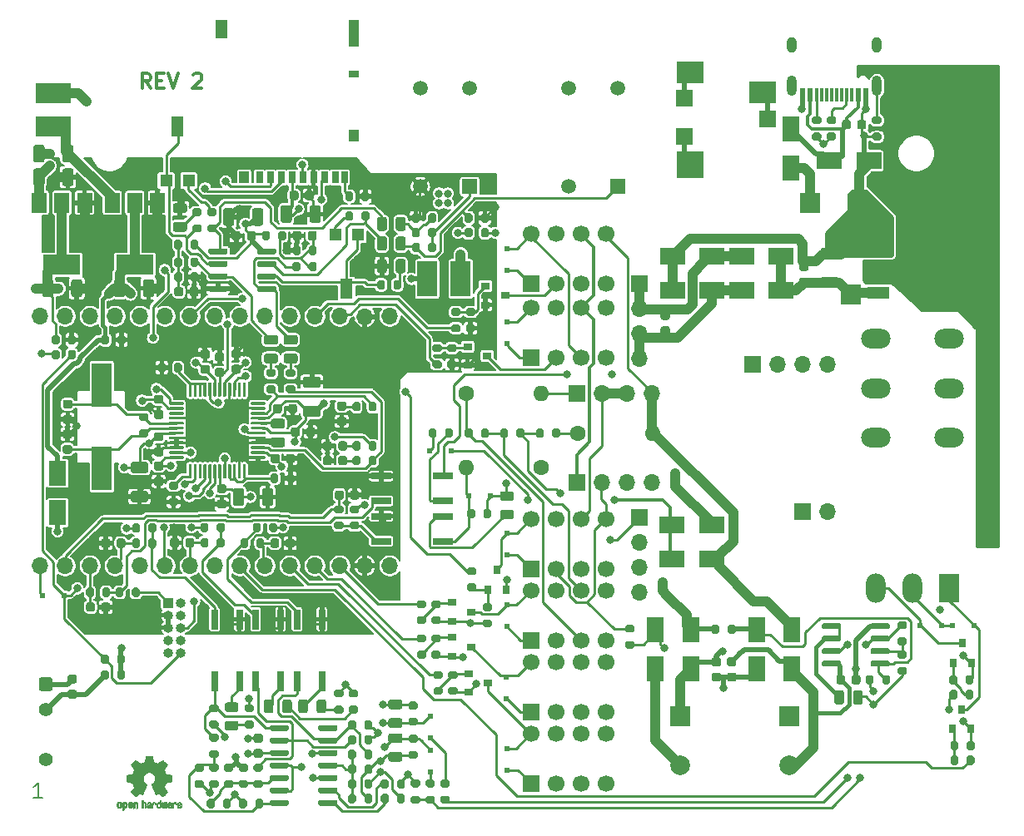
<source format=gbr>
%TF.GenerationSoftware,KiCad,Pcbnew,5.1.10-88a1d61d58~88~ubuntu18.04.1*%
%TF.CreationDate,2021-08-18T13:18:07+02:00*%
%TF.ProjectId,saba-fernbedienung,73616261-2d66-4657-926e-62656469656e,rev?*%
%TF.SameCoordinates,Original*%
%TF.FileFunction,Copper,L1,Top*%
%TF.FilePolarity,Positive*%
%FSLAX46Y46*%
G04 Gerber Fmt 4.6, Leading zero omitted, Abs format (unit mm)*
G04 Created by KiCad (PCBNEW 5.1.10-88a1d61d58~88~ubuntu18.04.1) date 2021-08-18 13:18:07*
%MOMM*%
%LPD*%
G01*
G04 APERTURE LIST*
%TA.AperFunction,NonConductor*%
%ADD10C,0.300000*%
%TD*%
%TA.AperFunction,NonConductor*%
%ADD11C,0.150000*%
%TD*%
%TA.AperFunction,EtchedComponent*%
%ADD12C,0.010000*%
%TD*%
%TA.AperFunction,SMDPad,CuDef*%
%ADD13R,0.800000X0.900000*%
%TD*%
%TA.AperFunction,SMDPad,CuDef*%
%ADD14R,2.800000X2.800000*%
%TD*%
%TA.AperFunction,SMDPad,CuDef*%
%ADD15R,2.800000X2.200000*%
%TD*%
%TA.AperFunction,ComponentPad*%
%ADD16R,2.000000X2.000000*%
%TD*%
%TA.AperFunction,ComponentPad*%
%ADD17C,2.000000*%
%TD*%
%TA.AperFunction,ComponentPad*%
%ADD18R,1.700000X1.700000*%
%TD*%
%TA.AperFunction,ComponentPad*%
%ADD19O,3.000000X2.000000*%
%TD*%
%TA.AperFunction,ComponentPad*%
%ADD20O,2.000000X3.000000*%
%TD*%
%TA.AperFunction,ComponentPad*%
%ADD21R,2.000000X3.000000*%
%TD*%
%TA.AperFunction,ComponentPad*%
%ADD22C,1.520000*%
%TD*%
%TA.AperFunction,ComponentPad*%
%ADD23R,1.520000X1.520000*%
%TD*%
%TA.AperFunction,SMDPad,CuDef*%
%ADD24R,2.500000X1.800000*%
%TD*%
%TA.AperFunction,SMDPad,CuDef*%
%ADD25R,0.500000X0.500000*%
%TD*%
%TA.AperFunction,SMDPad,CuDef*%
%ADD26R,6.400000X5.800000*%
%TD*%
%TA.AperFunction,SMDPad,CuDef*%
%ADD27R,2.200000X1.200000*%
%TD*%
%TA.AperFunction,SMDPad,CuDef*%
%ADD28R,1.800000X2.500000*%
%TD*%
%TA.AperFunction,SMDPad,CuDef*%
%ADD29R,2.000000X0.640000*%
%TD*%
%TA.AperFunction,ComponentPad*%
%ADD30O,1.700000X1.700000*%
%TD*%
%TA.AperFunction,SMDPad,CuDef*%
%ADD31R,0.700000X1.200000*%
%TD*%
%TA.AperFunction,SMDPad,CuDef*%
%ADD32R,1.000000X1.200000*%
%TD*%
%TA.AperFunction,SMDPad,CuDef*%
%ADD33R,1.000000X0.800000*%
%TD*%
%TA.AperFunction,SMDPad,CuDef*%
%ADD34R,1.000000X2.800000*%
%TD*%
%TA.AperFunction,SMDPad,CuDef*%
%ADD35R,1.300000X1.900000*%
%TD*%
%TA.AperFunction,SMDPad,CuDef*%
%ADD36R,2.000000X4.500000*%
%TD*%
%TA.AperFunction,SMDPad,CuDef*%
%ADD37R,0.640000X2.000000*%
%TD*%
%TA.AperFunction,SMDPad,CuDef*%
%ADD38R,0.900000X0.800000*%
%TD*%
%TA.AperFunction,ComponentPad*%
%ADD39C,1.700000*%
%TD*%
%TA.AperFunction,SMDPad,CuDef*%
%ADD40R,0.600000X1.450000*%
%TD*%
%TA.AperFunction,SMDPad,CuDef*%
%ADD41R,0.300000X1.450000*%
%TD*%
%TA.AperFunction,ComponentPad*%
%ADD42O,1.000000X2.100000*%
%TD*%
%TA.AperFunction,ComponentPad*%
%ADD43O,1.000000X1.600000*%
%TD*%
%TA.AperFunction,SMDPad,CuDef*%
%ADD44R,3.800000X2.000000*%
%TD*%
%TA.AperFunction,SMDPad,CuDef*%
%ADD45R,1.500000X2.000000*%
%TD*%
%TA.AperFunction,ComponentPad*%
%ADD46C,1.400000*%
%TD*%
%TA.AperFunction,SMDPad,CuDef*%
%ADD47R,1.300000X1.300000*%
%TD*%
%TA.AperFunction,SMDPad,CuDef*%
%ADD48R,1.300000X2.000000*%
%TD*%
%TA.AperFunction,ComponentPad*%
%ADD49C,1.600000*%
%TD*%
%TA.AperFunction,ComponentPad*%
%ADD50O,1.600000X1.600000*%
%TD*%
%TA.AperFunction,SMDPad,CuDef*%
%ADD51R,2.000000X3.600000*%
%TD*%
%TA.AperFunction,SMDPad,CuDef*%
%ADD52R,3.600000X2.000000*%
%TD*%
%TA.AperFunction,ComponentPad*%
%ADD53O,1.000000X1.000000*%
%TD*%
%TA.AperFunction,ComponentPad*%
%ADD54R,1.000000X1.000000*%
%TD*%
%TA.AperFunction,ViaPad*%
%ADD55C,0.800000*%
%TD*%
%TA.AperFunction,Conductor*%
%ADD56C,1.000000*%
%TD*%
%TA.AperFunction,Conductor*%
%ADD57C,0.500000*%
%TD*%
%TA.AperFunction,Conductor*%
%ADD58C,0.250000*%
%TD*%
%TA.AperFunction,Conductor*%
%ADD59C,0.350000*%
%TD*%
%TA.AperFunction,Conductor*%
%ADD60C,0.400000*%
%TD*%
%TA.AperFunction,Conductor*%
%ADD61C,0.450000*%
%TD*%
%TA.AperFunction,Conductor*%
%ADD62C,0.254000*%
%TD*%
%TA.AperFunction,Conductor*%
%ADD63C,0.100000*%
%TD*%
%TA.AperFunction,Conductor*%
%ADD64C,0.200000*%
%TD*%
G04 APERTURE END LIST*
D10*
X113157142Y-65878571D02*
X112657142Y-65164285D01*
X112300000Y-65878571D02*
X112300000Y-64378571D01*
X112871428Y-64378571D01*
X113014285Y-64450000D01*
X113085714Y-64521428D01*
X113157142Y-64664285D01*
X113157142Y-64878571D01*
X113085714Y-65021428D01*
X113014285Y-65092857D01*
X112871428Y-65164285D01*
X112300000Y-65164285D01*
X113800000Y-65092857D02*
X114300000Y-65092857D01*
X114514285Y-65878571D02*
X113800000Y-65878571D01*
X113800000Y-64378571D01*
X114514285Y-64378571D01*
X114942857Y-64378571D02*
X115442857Y-65878571D01*
X115942857Y-64378571D01*
X117514285Y-64521428D02*
X117585714Y-64450000D01*
X117728571Y-64378571D01*
X118085714Y-64378571D01*
X118228571Y-64450000D01*
X118300000Y-64521428D01*
X118371428Y-64664285D01*
X118371428Y-64807142D01*
X118300000Y-65021428D01*
X117442857Y-65878571D01*
X118371428Y-65878571D01*
D11*
X102128571Y-138078571D02*
X101271428Y-138078571D01*
X101700000Y-138078571D02*
X101700000Y-136578571D01*
X101557142Y-136792857D01*
X101414285Y-136935714D01*
X101271428Y-137007142D01*
D12*
%TO.C,REF\u002A\u002A*%
G36*
X113103910Y-133842348D02*
G01*
X113182454Y-133842778D01*
X113239298Y-133843942D01*
X113278105Y-133846207D01*
X113302538Y-133849940D01*
X113316262Y-133855506D01*
X113322940Y-133863273D01*
X113326236Y-133873605D01*
X113326556Y-133874943D01*
X113331562Y-133899079D01*
X113340829Y-133946701D01*
X113353392Y-134012741D01*
X113368287Y-134092128D01*
X113384551Y-134179796D01*
X113385119Y-134182875D01*
X113401410Y-134268789D01*
X113416652Y-134344696D01*
X113429861Y-134406045D01*
X113440054Y-134448282D01*
X113446248Y-134466855D01*
X113446543Y-134467184D01*
X113464788Y-134476253D01*
X113502405Y-134491367D01*
X113551271Y-134509262D01*
X113551543Y-134509358D01*
X113613093Y-134532493D01*
X113685657Y-134561965D01*
X113754057Y-134591597D01*
X113757294Y-134593062D01*
X113868702Y-134643626D01*
X114115399Y-134475160D01*
X114191077Y-134423803D01*
X114259631Y-134377889D01*
X114317088Y-134340030D01*
X114359476Y-134312837D01*
X114382825Y-134298921D01*
X114385042Y-134297889D01*
X114402010Y-134302484D01*
X114433701Y-134324655D01*
X114481352Y-134365447D01*
X114546198Y-134425905D01*
X114612397Y-134490227D01*
X114676214Y-134553612D01*
X114733329Y-134611451D01*
X114780305Y-134660175D01*
X114813703Y-134696210D01*
X114830085Y-134715984D01*
X114830694Y-134717002D01*
X114832505Y-134730572D01*
X114825683Y-134752733D01*
X114808540Y-134786478D01*
X114779393Y-134834800D01*
X114736555Y-134900692D01*
X114679448Y-134985517D01*
X114628766Y-135060177D01*
X114583461Y-135127140D01*
X114546150Y-135182516D01*
X114519452Y-135222420D01*
X114505985Y-135242962D01*
X114505137Y-135244356D01*
X114506781Y-135264038D01*
X114519245Y-135302293D01*
X114540048Y-135351889D01*
X114547462Y-135367728D01*
X114579814Y-135438290D01*
X114614328Y-135518353D01*
X114642365Y-135587629D01*
X114662568Y-135639045D01*
X114678615Y-135678119D01*
X114687888Y-135698541D01*
X114689041Y-135700114D01*
X114706096Y-135702721D01*
X114746298Y-135709863D01*
X114804302Y-135720523D01*
X114874763Y-135733685D01*
X114952335Y-135748333D01*
X115031672Y-135763449D01*
X115107431Y-135778018D01*
X115174264Y-135791022D01*
X115226828Y-135801445D01*
X115259776Y-135808270D01*
X115267857Y-135810199D01*
X115276205Y-135814962D01*
X115282506Y-135825718D01*
X115287045Y-135846098D01*
X115290104Y-135879734D01*
X115291967Y-135930255D01*
X115292918Y-136001292D01*
X115293240Y-136096476D01*
X115293257Y-136135492D01*
X115293257Y-136452799D01*
X115217057Y-136467839D01*
X115174663Y-136475995D01*
X115111400Y-136487899D01*
X115034962Y-136502116D01*
X114953043Y-136517210D01*
X114930400Y-136521355D01*
X114854806Y-136536053D01*
X114788953Y-136550505D01*
X114738366Y-136563375D01*
X114708574Y-136573322D01*
X114703612Y-136576287D01*
X114691426Y-136597283D01*
X114673953Y-136637967D01*
X114654577Y-136690322D01*
X114650734Y-136701600D01*
X114625339Y-136771523D01*
X114593817Y-136850418D01*
X114562969Y-136921266D01*
X114562817Y-136921595D01*
X114511447Y-137032733D01*
X114680399Y-137281253D01*
X114849352Y-137529772D01*
X114632429Y-137747058D01*
X114566819Y-137811726D01*
X114506979Y-137868733D01*
X114456267Y-137915033D01*
X114418046Y-137947584D01*
X114395675Y-137963343D01*
X114392466Y-137964343D01*
X114373626Y-137956469D01*
X114335180Y-137934578D01*
X114281330Y-137901267D01*
X114216276Y-137859131D01*
X114145940Y-137811943D01*
X114074555Y-137763810D01*
X114010908Y-137721928D01*
X113959041Y-137688871D01*
X113922995Y-137667218D01*
X113906867Y-137659543D01*
X113887189Y-137666037D01*
X113849875Y-137683150D01*
X113802621Y-137707326D01*
X113797612Y-137710013D01*
X113733977Y-137741927D01*
X113690341Y-137757579D01*
X113663202Y-137757745D01*
X113649057Y-137743204D01*
X113648975Y-137743000D01*
X113641905Y-137725779D01*
X113625042Y-137684899D01*
X113599695Y-137623525D01*
X113567171Y-137544819D01*
X113528778Y-137451947D01*
X113485822Y-137348072D01*
X113444222Y-137247502D01*
X113398504Y-137136516D01*
X113356526Y-137033703D01*
X113319548Y-136942215D01*
X113288827Y-136865201D01*
X113265622Y-136805815D01*
X113251190Y-136767209D01*
X113246743Y-136752800D01*
X113257896Y-136736272D01*
X113287069Y-136709930D01*
X113325971Y-136680887D01*
X113436757Y-136589039D01*
X113523351Y-136483759D01*
X113584716Y-136367266D01*
X113619815Y-136241776D01*
X113627608Y-136109507D01*
X113621943Y-136048457D01*
X113591078Y-135921795D01*
X113537920Y-135809941D01*
X113465767Y-135714001D01*
X113377917Y-135635076D01*
X113277665Y-135574270D01*
X113168310Y-135532687D01*
X113053147Y-135511428D01*
X112935475Y-135511599D01*
X112818590Y-135534301D01*
X112705789Y-135580638D01*
X112600369Y-135651713D01*
X112556368Y-135691911D01*
X112471979Y-135795129D01*
X112413222Y-135907925D01*
X112379704Y-136027010D01*
X112371035Y-136149095D01*
X112386823Y-136270893D01*
X112426678Y-136389116D01*
X112490207Y-136500475D01*
X112577021Y-136601684D01*
X112674029Y-136680887D01*
X112714437Y-136711162D01*
X112742982Y-136737219D01*
X112753257Y-136752825D01*
X112747877Y-136769843D01*
X112732575Y-136810500D01*
X112708612Y-136871642D01*
X112677244Y-136950119D01*
X112639732Y-137042780D01*
X112597333Y-137146472D01*
X112555663Y-137247526D01*
X112509690Y-137358607D01*
X112467107Y-137461541D01*
X112429221Y-137553165D01*
X112397340Y-137630316D01*
X112372771Y-137689831D01*
X112356820Y-137728544D01*
X112350910Y-137743000D01*
X112336948Y-137757685D01*
X112309940Y-137757642D01*
X112266413Y-137742099D01*
X112202890Y-137710284D01*
X112202388Y-137710013D01*
X112154560Y-137685323D01*
X112115897Y-137667338D01*
X112094095Y-137659614D01*
X112093133Y-137659543D01*
X112076721Y-137667378D01*
X112040487Y-137689165D01*
X111988474Y-137722328D01*
X111924725Y-137764291D01*
X111854060Y-137811943D01*
X111782116Y-137860191D01*
X111717274Y-137902151D01*
X111663735Y-137935227D01*
X111625697Y-137956821D01*
X111607533Y-137964343D01*
X111590808Y-137954457D01*
X111557180Y-137926826D01*
X111510010Y-137884495D01*
X111452658Y-137830505D01*
X111388484Y-137767899D01*
X111367497Y-137746983D01*
X111150499Y-137529623D01*
X111315668Y-137287220D01*
X111365864Y-137212781D01*
X111409919Y-137145972D01*
X111445362Y-137090665D01*
X111469719Y-137050729D01*
X111480522Y-137030036D01*
X111480838Y-137028563D01*
X111475143Y-137009058D01*
X111459826Y-136969822D01*
X111437537Y-136917430D01*
X111421893Y-136882355D01*
X111392641Y-136815201D01*
X111365094Y-136747358D01*
X111343737Y-136690034D01*
X111337935Y-136672572D01*
X111321452Y-136625938D01*
X111305340Y-136589905D01*
X111296490Y-136576287D01*
X111276960Y-136567952D01*
X111234334Y-136556137D01*
X111174145Y-136542181D01*
X111101922Y-136527422D01*
X111069600Y-136521355D01*
X110987522Y-136506273D01*
X110908795Y-136491669D01*
X110841109Y-136478980D01*
X110792160Y-136469642D01*
X110782943Y-136467839D01*
X110706743Y-136452799D01*
X110706743Y-136135492D01*
X110706914Y-136031154D01*
X110707616Y-135952213D01*
X110709134Y-135895038D01*
X110711749Y-135855999D01*
X110715746Y-135831465D01*
X110721409Y-135817805D01*
X110729020Y-135811389D01*
X110732143Y-135810199D01*
X110750978Y-135805980D01*
X110792588Y-135797562D01*
X110851630Y-135785961D01*
X110922757Y-135772195D01*
X111000625Y-135757280D01*
X111079887Y-135742232D01*
X111155198Y-135728069D01*
X111221213Y-135715806D01*
X111272587Y-135706461D01*
X111303975Y-135701050D01*
X111310959Y-135700114D01*
X111317285Y-135687596D01*
X111331290Y-135654246D01*
X111350355Y-135606377D01*
X111357634Y-135587629D01*
X111386996Y-135515195D01*
X111421571Y-135435170D01*
X111452537Y-135367728D01*
X111475323Y-135316159D01*
X111490482Y-135273785D01*
X111495542Y-135247834D01*
X111494736Y-135244356D01*
X111484041Y-135227936D01*
X111459620Y-135191417D01*
X111424095Y-135138687D01*
X111380087Y-135073635D01*
X111330217Y-135000151D01*
X111320356Y-134985645D01*
X111262492Y-134899704D01*
X111219956Y-134834261D01*
X111191054Y-134786304D01*
X111174090Y-134752820D01*
X111167367Y-134730795D01*
X111169190Y-134717217D01*
X111169236Y-134717131D01*
X111183586Y-134699297D01*
X111215323Y-134664817D01*
X111261010Y-134617268D01*
X111317204Y-134560222D01*
X111380468Y-134497255D01*
X111387602Y-134490227D01*
X111467330Y-134413020D01*
X111528857Y-134356330D01*
X111573421Y-134319110D01*
X111602257Y-134300315D01*
X111614958Y-134297889D01*
X111633494Y-134308471D01*
X111671961Y-134332916D01*
X111726386Y-134368612D01*
X111792798Y-134412947D01*
X111867225Y-134463311D01*
X111884601Y-134475160D01*
X112131297Y-134643626D01*
X112242706Y-134593062D01*
X112310457Y-134563595D01*
X112383183Y-134533959D01*
X112445703Y-134510330D01*
X112448457Y-134509358D01*
X112497360Y-134491457D01*
X112535057Y-134476320D01*
X112553425Y-134467210D01*
X112553456Y-134467184D01*
X112559285Y-134450717D01*
X112569192Y-134410219D01*
X112582195Y-134350242D01*
X112597309Y-134275340D01*
X112613552Y-134190064D01*
X112614881Y-134182875D01*
X112631175Y-134095014D01*
X112646133Y-134015260D01*
X112658791Y-133948681D01*
X112668186Y-133900347D01*
X112673354Y-133875325D01*
X112673444Y-133874943D01*
X112676589Y-133864299D01*
X112682704Y-133856262D01*
X112695453Y-133850467D01*
X112718500Y-133846547D01*
X112755509Y-133844135D01*
X112810144Y-133842865D01*
X112886067Y-133842371D01*
X112986944Y-133842286D01*
X113000000Y-133842286D01*
X113103910Y-133842348D01*
G37*
X113103910Y-133842348D02*
X113182454Y-133842778D01*
X113239298Y-133843942D01*
X113278105Y-133846207D01*
X113302538Y-133849940D01*
X113316262Y-133855506D01*
X113322940Y-133863273D01*
X113326236Y-133873605D01*
X113326556Y-133874943D01*
X113331562Y-133899079D01*
X113340829Y-133946701D01*
X113353392Y-134012741D01*
X113368287Y-134092128D01*
X113384551Y-134179796D01*
X113385119Y-134182875D01*
X113401410Y-134268789D01*
X113416652Y-134344696D01*
X113429861Y-134406045D01*
X113440054Y-134448282D01*
X113446248Y-134466855D01*
X113446543Y-134467184D01*
X113464788Y-134476253D01*
X113502405Y-134491367D01*
X113551271Y-134509262D01*
X113551543Y-134509358D01*
X113613093Y-134532493D01*
X113685657Y-134561965D01*
X113754057Y-134591597D01*
X113757294Y-134593062D01*
X113868702Y-134643626D01*
X114115399Y-134475160D01*
X114191077Y-134423803D01*
X114259631Y-134377889D01*
X114317088Y-134340030D01*
X114359476Y-134312837D01*
X114382825Y-134298921D01*
X114385042Y-134297889D01*
X114402010Y-134302484D01*
X114433701Y-134324655D01*
X114481352Y-134365447D01*
X114546198Y-134425905D01*
X114612397Y-134490227D01*
X114676214Y-134553612D01*
X114733329Y-134611451D01*
X114780305Y-134660175D01*
X114813703Y-134696210D01*
X114830085Y-134715984D01*
X114830694Y-134717002D01*
X114832505Y-134730572D01*
X114825683Y-134752733D01*
X114808540Y-134786478D01*
X114779393Y-134834800D01*
X114736555Y-134900692D01*
X114679448Y-134985517D01*
X114628766Y-135060177D01*
X114583461Y-135127140D01*
X114546150Y-135182516D01*
X114519452Y-135222420D01*
X114505985Y-135242962D01*
X114505137Y-135244356D01*
X114506781Y-135264038D01*
X114519245Y-135302293D01*
X114540048Y-135351889D01*
X114547462Y-135367728D01*
X114579814Y-135438290D01*
X114614328Y-135518353D01*
X114642365Y-135587629D01*
X114662568Y-135639045D01*
X114678615Y-135678119D01*
X114687888Y-135698541D01*
X114689041Y-135700114D01*
X114706096Y-135702721D01*
X114746298Y-135709863D01*
X114804302Y-135720523D01*
X114874763Y-135733685D01*
X114952335Y-135748333D01*
X115031672Y-135763449D01*
X115107431Y-135778018D01*
X115174264Y-135791022D01*
X115226828Y-135801445D01*
X115259776Y-135808270D01*
X115267857Y-135810199D01*
X115276205Y-135814962D01*
X115282506Y-135825718D01*
X115287045Y-135846098D01*
X115290104Y-135879734D01*
X115291967Y-135930255D01*
X115292918Y-136001292D01*
X115293240Y-136096476D01*
X115293257Y-136135492D01*
X115293257Y-136452799D01*
X115217057Y-136467839D01*
X115174663Y-136475995D01*
X115111400Y-136487899D01*
X115034962Y-136502116D01*
X114953043Y-136517210D01*
X114930400Y-136521355D01*
X114854806Y-136536053D01*
X114788953Y-136550505D01*
X114738366Y-136563375D01*
X114708574Y-136573322D01*
X114703612Y-136576287D01*
X114691426Y-136597283D01*
X114673953Y-136637967D01*
X114654577Y-136690322D01*
X114650734Y-136701600D01*
X114625339Y-136771523D01*
X114593817Y-136850418D01*
X114562969Y-136921266D01*
X114562817Y-136921595D01*
X114511447Y-137032733D01*
X114680399Y-137281253D01*
X114849352Y-137529772D01*
X114632429Y-137747058D01*
X114566819Y-137811726D01*
X114506979Y-137868733D01*
X114456267Y-137915033D01*
X114418046Y-137947584D01*
X114395675Y-137963343D01*
X114392466Y-137964343D01*
X114373626Y-137956469D01*
X114335180Y-137934578D01*
X114281330Y-137901267D01*
X114216276Y-137859131D01*
X114145940Y-137811943D01*
X114074555Y-137763810D01*
X114010908Y-137721928D01*
X113959041Y-137688871D01*
X113922995Y-137667218D01*
X113906867Y-137659543D01*
X113887189Y-137666037D01*
X113849875Y-137683150D01*
X113802621Y-137707326D01*
X113797612Y-137710013D01*
X113733977Y-137741927D01*
X113690341Y-137757579D01*
X113663202Y-137757745D01*
X113649057Y-137743204D01*
X113648975Y-137743000D01*
X113641905Y-137725779D01*
X113625042Y-137684899D01*
X113599695Y-137623525D01*
X113567171Y-137544819D01*
X113528778Y-137451947D01*
X113485822Y-137348072D01*
X113444222Y-137247502D01*
X113398504Y-137136516D01*
X113356526Y-137033703D01*
X113319548Y-136942215D01*
X113288827Y-136865201D01*
X113265622Y-136805815D01*
X113251190Y-136767209D01*
X113246743Y-136752800D01*
X113257896Y-136736272D01*
X113287069Y-136709930D01*
X113325971Y-136680887D01*
X113436757Y-136589039D01*
X113523351Y-136483759D01*
X113584716Y-136367266D01*
X113619815Y-136241776D01*
X113627608Y-136109507D01*
X113621943Y-136048457D01*
X113591078Y-135921795D01*
X113537920Y-135809941D01*
X113465767Y-135714001D01*
X113377917Y-135635076D01*
X113277665Y-135574270D01*
X113168310Y-135532687D01*
X113053147Y-135511428D01*
X112935475Y-135511599D01*
X112818590Y-135534301D01*
X112705789Y-135580638D01*
X112600369Y-135651713D01*
X112556368Y-135691911D01*
X112471979Y-135795129D01*
X112413222Y-135907925D01*
X112379704Y-136027010D01*
X112371035Y-136149095D01*
X112386823Y-136270893D01*
X112426678Y-136389116D01*
X112490207Y-136500475D01*
X112577021Y-136601684D01*
X112674029Y-136680887D01*
X112714437Y-136711162D01*
X112742982Y-136737219D01*
X112753257Y-136752825D01*
X112747877Y-136769843D01*
X112732575Y-136810500D01*
X112708612Y-136871642D01*
X112677244Y-136950119D01*
X112639732Y-137042780D01*
X112597333Y-137146472D01*
X112555663Y-137247526D01*
X112509690Y-137358607D01*
X112467107Y-137461541D01*
X112429221Y-137553165D01*
X112397340Y-137630316D01*
X112372771Y-137689831D01*
X112356820Y-137728544D01*
X112350910Y-137743000D01*
X112336948Y-137757685D01*
X112309940Y-137757642D01*
X112266413Y-137742099D01*
X112202890Y-137710284D01*
X112202388Y-137710013D01*
X112154560Y-137685323D01*
X112115897Y-137667338D01*
X112094095Y-137659614D01*
X112093133Y-137659543D01*
X112076721Y-137667378D01*
X112040487Y-137689165D01*
X111988474Y-137722328D01*
X111924725Y-137764291D01*
X111854060Y-137811943D01*
X111782116Y-137860191D01*
X111717274Y-137902151D01*
X111663735Y-137935227D01*
X111625697Y-137956821D01*
X111607533Y-137964343D01*
X111590808Y-137954457D01*
X111557180Y-137926826D01*
X111510010Y-137884495D01*
X111452658Y-137830505D01*
X111388484Y-137767899D01*
X111367497Y-137746983D01*
X111150499Y-137529623D01*
X111315668Y-137287220D01*
X111365864Y-137212781D01*
X111409919Y-137145972D01*
X111445362Y-137090665D01*
X111469719Y-137050729D01*
X111480522Y-137030036D01*
X111480838Y-137028563D01*
X111475143Y-137009058D01*
X111459826Y-136969822D01*
X111437537Y-136917430D01*
X111421893Y-136882355D01*
X111392641Y-136815201D01*
X111365094Y-136747358D01*
X111343737Y-136690034D01*
X111337935Y-136672572D01*
X111321452Y-136625938D01*
X111305340Y-136589905D01*
X111296490Y-136576287D01*
X111276960Y-136567952D01*
X111234334Y-136556137D01*
X111174145Y-136542181D01*
X111101922Y-136527422D01*
X111069600Y-136521355D01*
X110987522Y-136506273D01*
X110908795Y-136491669D01*
X110841109Y-136478980D01*
X110792160Y-136469642D01*
X110782943Y-136467839D01*
X110706743Y-136452799D01*
X110706743Y-136135492D01*
X110706914Y-136031154D01*
X110707616Y-135952213D01*
X110709134Y-135895038D01*
X110711749Y-135855999D01*
X110715746Y-135831465D01*
X110721409Y-135817805D01*
X110729020Y-135811389D01*
X110732143Y-135810199D01*
X110750978Y-135805980D01*
X110792588Y-135797562D01*
X110851630Y-135785961D01*
X110922757Y-135772195D01*
X111000625Y-135757280D01*
X111079887Y-135742232D01*
X111155198Y-135728069D01*
X111221213Y-135715806D01*
X111272587Y-135706461D01*
X111303975Y-135701050D01*
X111310959Y-135700114D01*
X111317285Y-135687596D01*
X111331290Y-135654246D01*
X111350355Y-135606377D01*
X111357634Y-135587629D01*
X111386996Y-135515195D01*
X111421571Y-135435170D01*
X111452537Y-135367728D01*
X111475323Y-135316159D01*
X111490482Y-135273785D01*
X111495542Y-135247834D01*
X111494736Y-135244356D01*
X111484041Y-135227936D01*
X111459620Y-135191417D01*
X111424095Y-135138687D01*
X111380087Y-135073635D01*
X111330217Y-135000151D01*
X111320356Y-134985645D01*
X111262492Y-134899704D01*
X111219956Y-134834261D01*
X111191054Y-134786304D01*
X111174090Y-134752820D01*
X111167367Y-134730795D01*
X111169190Y-134717217D01*
X111169236Y-134717131D01*
X111183586Y-134699297D01*
X111215323Y-134664817D01*
X111261010Y-134617268D01*
X111317204Y-134560222D01*
X111380468Y-134497255D01*
X111387602Y-134490227D01*
X111467330Y-134413020D01*
X111528857Y-134356330D01*
X111573421Y-134319110D01*
X111602257Y-134300315D01*
X111614958Y-134297889D01*
X111633494Y-134308471D01*
X111671961Y-134332916D01*
X111726386Y-134368612D01*
X111792798Y-134412947D01*
X111867225Y-134463311D01*
X111884601Y-134475160D01*
X112131297Y-134643626D01*
X112242706Y-134593062D01*
X112310457Y-134563595D01*
X112383183Y-134533959D01*
X112445703Y-134510330D01*
X112448457Y-134509358D01*
X112497360Y-134491457D01*
X112535057Y-134476320D01*
X112553425Y-134467210D01*
X112553456Y-134467184D01*
X112559285Y-134450717D01*
X112569192Y-134410219D01*
X112582195Y-134350242D01*
X112597309Y-134275340D01*
X112613552Y-134190064D01*
X112614881Y-134182875D01*
X112631175Y-134095014D01*
X112646133Y-134015260D01*
X112658791Y-133948681D01*
X112668186Y-133900347D01*
X112673354Y-133875325D01*
X112673444Y-133874943D01*
X112676589Y-133864299D01*
X112682704Y-133856262D01*
X112695453Y-133850467D01*
X112718500Y-133846547D01*
X112755509Y-133844135D01*
X112810144Y-133842865D01*
X112886067Y-133842371D01*
X112986944Y-133842286D01*
X113000000Y-133842286D01*
X113103910Y-133842348D01*
G36*
X116153595Y-138566966D02*
G01*
X116211021Y-138604497D01*
X116238719Y-138638096D01*
X116260662Y-138699064D01*
X116262405Y-138747308D01*
X116258457Y-138811816D01*
X116109686Y-138876934D01*
X116037349Y-138910202D01*
X115990084Y-138936964D01*
X115965507Y-138960144D01*
X115961237Y-138982667D01*
X115974889Y-139007455D01*
X115989943Y-139023886D01*
X116033746Y-139050235D01*
X116081389Y-139052081D01*
X116125145Y-139031546D01*
X116157289Y-138990752D01*
X116163038Y-138976347D01*
X116190576Y-138931356D01*
X116222258Y-138912182D01*
X116265714Y-138895779D01*
X116265714Y-138957966D01*
X116261872Y-139000283D01*
X116246823Y-139035969D01*
X116215280Y-139076943D01*
X116210592Y-139082267D01*
X116175506Y-139118720D01*
X116145347Y-139138283D01*
X116107615Y-139147283D01*
X116076335Y-139150230D01*
X116020385Y-139150965D01*
X115980555Y-139141660D01*
X115955708Y-139127846D01*
X115916656Y-139097467D01*
X115889625Y-139064613D01*
X115872517Y-139023294D01*
X115863238Y-138967521D01*
X115859693Y-138891305D01*
X115859410Y-138852622D01*
X115860372Y-138806247D01*
X115948007Y-138806247D01*
X115949023Y-138831126D01*
X115951556Y-138835200D01*
X115968274Y-138829665D01*
X116004249Y-138815017D01*
X116052331Y-138794190D01*
X116062386Y-138789714D01*
X116123152Y-138758814D01*
X116156632Y-138731657D01*
X116163990Y-138706220D01*
X116146391Y-138680481D01*
X116131856Y-138669109D01*
X116079410Y-138646364D01*
X116030322Y-138650122D01*
X115989227Y-138677884D01*
X115960758Y-138727152D01*
X115951631Y-138766257D01*
X115948007Y-138806247D01*
X115860372Y-138806247D01*
X115861285Y-138762249D01*
X115868196Y-138695384D01*
X115881884Y-138646695D01*
X115904096Y-138610849D01*
X115936574Y-138582513D01*
X115950733Y-138573355D01*
X116015053Y-138549507D01*
X116085473Y-138548006D01*
X116153595Y-138566966D01*
G37*
X116153595Y-138566966D02*
X116211021Y-138604497D01*
X116238719Y-138638096D01*
X116260662Y-138699064D01*
X116262405Y-138747308D01*
X116258457Y-138811816D01*
X116109686Y-138876934D01*
X116037349Y-138910202D01*
X115990084Y-138936964D01*
X115965507Y-138960144D01*
X115961237Y-138982667D01*
X115974889Y-139007455D01*
X115989943Y-139023886D01*
X116033746Y-139050235D01*
X116081389Y-139052081D01*
X116125145Y-139031546D01*
X116157289Y-138990752D01*
X116163038Y-138976347D01*
X116190576Y-138931356D01*
X116222258Y-138912182D01*
X116265714Y-138895779D01*
X116265714Y-138957966D01*
X116261872Y-139000283D01*
X116246823Y-139035969D01*
X116215280Y-139076943D01*
X116210592Y-139082267D01*
X116175506Y-139118720D01*
X116145347Y-139138283D01*
X116107615Y-139147283D01*
X116076335Y-139150230D01*
X116020385Y-139150965D01*
X115980555Y-139141660D01*
X115955708Y-139127846D01*
X115916656Y-139097467D01*
X115889625Y-139064613D01*
X115872517Y-139023294D01*
X115863238Y-138967521D01*
X115859693Y-138891305D01*
X115859410Y-138852622D01*
X115860372Y-138806247D01*
X115948007Y-138806247D01*
X115949023Y-138831126D01*
X115951556Y-138835200D01*
X115968274Y-138829665D01*
X116004249Y-138815017D01*
X116052331Y-138794190D01*
X116062386Y-138789714D01*
X116123152Y-138758814D01*
X116156632Y-138731657D01*
X116163990Y-138706220D01*
X116146391Y-138680481D01*
X116131856Y-138669109D01*
X116079410Y-138646364D01*
X116030322Y-138650122D01*
X115989227Y-138677884D01*
X115960758Y-138727152D01*
X115951631Y-138766257D01*
X115948007Y-138806247D01*
X115860372Y-138806247D01*
X115861285Y-138762249D01*
X115868196Y-138695384D01*
X115881884Y-138646695D01*
X115904096Y-138610849D01*
X115936574Y-138582513D01*
X115950733Y-138573355D01*
X116015053Y-138549507D01*
X116085473Y-138548006D01*
X116153595Y-138566966D01*
G36*
X115652600Y-138558752D02*
G01*
X115669948Y-138566334D01*
X115711356Y-138599128D01*
X115746765Y-138646547D01*
X115768664Y-138697151D01*
X115772229Y-138722098D01*
X115760279Y-138756927D01*
X115734067Y-138775357D01*
X115705964Y-138786516D01*
X115693095Y-138788572D01*
X115686829Y-138773649D01*
X115674456Y-138741175D01*
X115669028Y-138726502D01*
X115638590Y-138675744D01*
X115594520Y-138650427D01*
X115538010Y-138651206D01*
X115533825Y-138652203D01*
X115503655Y-138666507D01*
X115481476Y-138694393D01*
X115466327Y-138739287D01*
X115457250Y-138804615D01*
X115453286Y-138893804D01*
X115452914Y-138941261D01*
X115452730Y-139016071D01*
X115451522Y-139067069D01*
X115448309Y-139099471D01*
X115442109Y-139118495D01*
X115431940Y-139129356D01*
X115416819Y-139137272D01*
X115415946Y-139137670D01*
X115386828Y-139149981D01*
X115372403Y-139154514D01*
X115370186Y-139140809D01*
X115368289Y-139102925D01*
X115366847Y-139045715D01*
X115365998Y-138974027D01*
X115365829Y-138921565D01*
X115366692Y-138820047D01*
X115370070Y-138743032D01*
X115377142Y-138686023D01*
X115389088Y-138644526D01*
X115407090Y-138614043D01*
X115432327Y-138590080D01*
X115457247Y-138573355D01*
X115517171Y-138551097D01*
X115586911Y-138546076D01*
X115652600Y-138558752D01*
G37*
X115652600Y-138558752D02*
X115669948Y-138566334D01*
X115711356Y-138599128D01*
X115746765Y-138646547D01*
X115768664Y-138697151D01*
X115772229Y-138722098D01*
X115760279Y-138756927D01*
X115734067Y-138775357D01*
X115705964Y-138786516D01*
X115693095Y-138788572D01*
X115686829Y-138773649D01*
X115674456Y-138741175D01*
X115669028Y-138726502D01*
X115638590Y-138675744D01*
X115594520Y-138650427D01*
X115538010Y-138651206D01*
X115533825Y-138652203D01*
X115503655Y-138666507D01*
X115481476Y-138694393D01*
X115466327Y-138739287D01*
X115457250Y-138804615D01*
X115453286Y-138893804D01*
X115452914Y-138941261D01*
X115452730Y-139016071D01*
X115451522Y-139067069D01*
X115448309Y-139099471D01*
X115442109Y-139118495D01*
X115431940Y-139129356D01*
X115416819Y-139137272D01*
X115415946Y-139137670D01*
X115386828Y-139149981D01*
X115372403Y-139154514D01*
X115370186Y-139140809D01*
X115368289Y-139102925D01*
X115366847Y-139045715D01*
X115365998Y-138974027D01*
X115365829Y-138921565D01*
X115366692Y-138820047D01*
X115370070Y-138743032D01*
X115377142Y-138686023D01*
X115389088Y-138644526D01*
X115407090Y-138614043D01*
X115432327Y-138590080D01*
X115457247Y-138573355D01*
X115517171Y-138551097D01*
X115586911Y-138546076D01*
X115652600Y-138558752D01*
G36*
X115144876Y-138556335D02*
G01*
X115186667Y-138575344D01*
X115219469Y-138598378D01*
X115243503Y-138624133D01*
X115260097Y-138657358D01*
X115270577Y-138702800D01*
X115276271Y-138765207D01*
X115278507Y-138849327D01*
X115278743Y-138904721D01*
X115278743Y-139120826D01*
X115241774Y-139137670D01*
X115212656Y-139149981D01*
X115198231Y-139154514D01*
X115195472Y-139141025D01*
X115193282Y-139104653D01*
X115191942Y-139051542D01*
X115191657Y-139009372D01*
X115190434Y-138948447D01*
X115187136Y-138900115D01*
X115182321Y-138870518D01*
X115178496Y-138864229D01*
X115152783Y-138870652D01*
X115112418Y-138887125D01*
X115065679Y-138909458D01*
X115020845Y-138933457D01*
X114986193Y-138954930D01*
X114970002Y-138969685D01*
X114969938Y-138969845D01*
X114971330Y-138997152D01*
X114983818Y-139023219D01*
X115005743Y-139044392D01*
X115037743Y-139051474D01*
X115065092Y-139050649D01*
X115103826Y-139050042D01*
X115124158Y-139059116D01*
X115136369Y-139083092D01*
X115137909Y-139087613D01*
X115143203Y-139121806D01*
X115129047Y-139142568D01*
X115092148Y-139152462D01*
X115052289Y-139154292D01*
X114980562Y-139140727D01*
X114943432Y-139121355D01*
X114897576Y-139075845D01*
X114873256Y-139019983D01*
X114871073Y-138960957D01*
X114891629Y-138905953D01*
X114922549Y-138871486D01*
X114953420Y-138852189D01*
X115001942Y-138827759D01*
X115058485Y-138802985D01*
X115067910Y-138799199D01*
X115130019Y-138771791D01*
X115165822Y-138747634D01*
X115177337Y-138723619D01*
X115166580Y-138696635D01*
X115148114Y-138675543D01*
X115104469Y-138649572D01*
X115056446Y-138647624D01*
X115012406Y-138667637D01*
X114980709Y-138707551D01*
X114976549Y-138717848D01*
X114952327Y-138755724D01*
X114916965Y-138783842D01*
X114872343Y-138806917D01*
X114872343Y-138741485D01*
X114874969Y-138701506D01*
X114886230Y-138669997D01*
X114911199Y-138636378D01*
X114935169Y-138610484D01*
X114972441Y-138573817D01*
X115001401Y-138554121D01*
X115032505Y-138546220D01*
X115067713Y-138544914D01*
X115144876Y-138556335D01*
G37*
X115144876Y-138556335D02*
X115186667Y-138575344D01*
X115219469Y-138598378D01*
X115243503Y-138624133D01*
X115260097Y-138657358D01*
X115270577Y-138702800D01*
X115276271Y-138765207D01*
X115278507Y-138849327D01*
X115278743Y-138904721D01*
X115278743Y-139120826D01*
X115241774Y-139137670D01*
X115212656Y-139149981D01*
X115198231Y-139154514D01*
X115195472Y-139141025D01*
X115193282Y-139104653D01*
X115191942Y-139051542D01*
X115191657Y-139009372D01*
X115190434Y-138948447D01*
X115187136Y-138900115D01*
X115182321Y-138870518D01*
X115178496Y-138864229D01*
X115152783Y-138870652D01*
X115112418Y-138887125D01*
X115065679Y-138909458D01*
X115020845Y-138933457D01*
X114986193Y-138954930D01*
X114970002Y-138969685D01*
X114969938Y-138969845D01*
X114971330Y-138997152D01*
X114983818Y-139023219D01*
X115005743Y-139044392D01*
X115037743Y-139051474D01*
X115065092Y-139050649D01*
X115103826Y-139050042D01*
X115124158Y-139059116D01*
X115136369Y-139083092D01*
X115137909Y-139087613D01*
X115143203Y-139121806D01*
X115129047Y-139142568D01*
X115092148Y-139152462D01*
X115052289Y-139154292D01*
X114980562Y-139140727D01*
X114943432Y-139121355D01*
X114897576Y-139075845D01*
X114873256Y-139019983D01*
X114871073Y-138960957D01*
X114891629Y-138905953D01*
X114922549Y-138871486D01*
X114953420Y-138852189D01*
X115001942Y-138827759D01*
X115058485Y-138802985D01*
X115067910Y-138799199D01*
X115130019Y-138771791D01*
X115165822Y-138747634D01*
X115177337Y-138723619D01*
X115166580Y-138696635D01*
X115148114Y-138675543D01*
X115104469Y-138649572D01*
X115056446Y-138647624D01*
X115012406Y-138667637D01*
X114980709Y-138707551D01*
X114976549Y-138717848D01*
X114952327Y-138755724D01*
X114916965Y-138783842D01*
X114872343Y-138806917D01*
X114872343Y-138741485D01*
X114874969Y-138701506D01*
X114886230Y-138669997D01*
X114911199Y-138636378D01*
X114935169Y-138610484D01*
X114972441Y-138573817D01*
X115001401Y-138554121D01*
X115032505Y-138546220D01*
X115067713Y-138544914D01*
X115144876Y-138556335D01*
G36*
X114779833Y-138558663D02*
G01*
X114782048Y-138596850D01*
X114783784Y-138654886D01*
X114784899Y-138728180D01*
X114785257Y-138805055D01*
X114785257Y-139065196D01*
X114739326Y-139111127D01*
X114707675Y-139139429D01*
X114679890Y-139150893D01*
X114641915Y-139150168D01*
X114626840Y-139148321D01*
X114579726Y-139142948D01*
X114540756Y-139139869D01*
X114531257Y-139139585D01*
X114499233Y-139141445D01*
X114453432Y-139146114D01*
X114435674Y-139148321D01*
X114392057Y-139151735D01*
X114362745Y-139144320D01*
X114333680Y-139121427D01*
X114323188Y-139111127D01*
X114277257Y-139065196D01*
X114277257Y-138578602D01*
X114314226Y-138561758D01*
X114346059Y-138549282D01*
X114364683Y-138544914D01*
X114369458Y-138558718D01*
X114373921Y-138597286D01*
X114377775Y-138656356D01*
X114380722Y-138731663D01*
X114382143Y-138795286D01*
X114386114Y-139045657D01*
X114420759Y-139050556D01*
X114452268Y-139047131D01*
X114467708Y-139036041D01*
X114472023Y-139015308D01*
X114475708Y-138971145D01*
X114478469Y-138909146D01*
X114480012Y-138834909D01*
X114480235Y-138796706D01*
X114480457Y-138576783D01*
X114526166Y-138560849D01*
X114558518Y-138550015D01*
X114576115Y-138544962D01*
X114576623Y-138544914D01*
X114578388Y-138558648D01*
X114580329Y-138596730D01*
X114582282Y-138654482D01*
X114584084Y-138727227D01*
X114585343Y-138795286D01*
X114589314Y-139045657D01*
X114676400Y-139045657D01*
X114680396Y-138817240D01*
X114684392Y-138588822D01*
X114726847Y-138566868D01*
X114758192Y-138551793D01*
X114776744Y-138544951D01*
X114777279Y-138544914D01*
X114779833Y-138558663D01*
G37*
X114779833Y-138558663D02*
X114782048Y-138596850D01*
X114783784Y-138654886D01*
X114784899Y-138728180D01*
X114785257Y-138805055D01*
X114785257Y-139065196D01*
X114739326Y-139111127D01*
X114707675Y-139139429D01*
X114679890Y-139150893D01*
X114641915Y-139150168D01*
X114626840Y-139148321D01*
X114579726Y-139142948D01*
X114540756Y-139139869D01*
X114531257Y-139139585D01*
X114499233Y-139141445D01*
X114453432Y-139146114D01*
X114435674Y-139148321D01*
X114392057Y-139151735D01*
X114362745Y-139144320D01*
X114333680Y-139121427D01*
X114323188Y-139111127D01*
X114277257Y-139065196D01*
X114277257Y-138578602D01*
X114314226Y-138561758D01*
X114346059Y-138549282D01*
X114364683Y-138544914D01*
X114369458Y-138558718D01*
X114373921Y-138597286D01*
X114377775Y-138656356D01*
X114380722Y-138731663D01*
X114382143Y-138795286D01*
X114386114Y-139045657D01*
X114420759Y-139050556D01*
X114452268Y-139047131D01*
X114467708Y-139036041D01*
X114472023Y-139015308D01*
X114475708Y-138971145D01*
X114478469Y-138909146D01*
X114480012Y-138834909D01*
X114480235Y-138796706D01*
X114480457Y-138576783D01*
X114526166Y-138560849D01*
X114558518Y-138550015D01*
X114576115Y-138544962D01*
X114576623Y-138544914D01*
X114578388Y-138558648D01*
X114580329Y-138596730D01*
X114582282Y-138654482D01*
X114584084Y-138727227D01*
X114585343Y-138795286D01*
X114589314Y-139045657D01*
X114676400Y-139045657D01*
X114680396Y-138817240D01*
X114684392Y-138588822D01*
X114726847Y-138566868D01*
X114758192Y-138551793D01*
X114776744Y-138544951D01*
X114777279Y-138544914D01*
X114779833Y-138558663D01*
G36*
X114190117Y-138665358D02*
G01*
X114189933Y-138773837D01*
X114189219Y-138857287D01*
X114187675Y-138919704D01*
X114185001Y-138965085D01*
X114180894Y-138997429D01*
X114175055Y-139020733D01*
X114167182Y-139038995D01*
X114161221Y-139049418D01*
X114111855Y-139105945D01*
X114049264Y-139141377D01*
X113980013Y-139154090D01*
X113910668Y-139142463D01*
X113869375Y-139121568D01*
X113826025Y-139085422D01*
X113796481Y-139041276D01*
X113778655Y-138983462D01*
X113770463Y-138906313D01*
X113769302Y-138849714D01*
X113769458Y-138845647D01*
X113870857Y-138845647D01*
X113871476Y-138910550D01*
X113874314Y-138953514D01*
X113880840Y-138981622D01*
X113892523Y-139001953D01*
X113906483Y-139017288D01*
X113953365Y-139046890D01*
X114003701Y-139049419D01*
X114051276Y-139024705D01*
X114054979Y-139021356D01*
X114070783Y-139003935D01*
X114080693Y-138983209D01*
X114086058Y-138952362D01*
X114088228Y-138904577D01*
X114088571Y-138851748D01*
X114087827Y-138785381D01*
X114084748Y-138741106D01*
X114078061Y-138712009D01*
X114066496Y-138691173D01*
X114057013Y-138680107D01*
X114012960Y-138652198D01*
X113962224Y-138648843D01*
X113913796Y-138670159D01*
X113904450Y-138678073D01*
X113888540Y-138695647D01*
X113878610Y-138716587D01*
X113873278Y-138747782D01*
X113871163Y-138796122D01*
X113870857Y-138845647D01*
X113769458Y-138845647D01*
X113772810Y-138758568D01*
X113784726Y-138690086D01*
X113807135Y-138638600D01*
X113842124Y-138598443D01*
X113869375Y-138577861D01*
X113918907Y-138555625D01*
X113976316Y-138545304D01*
X114029682Y-138548067D01*
X114059543Y-138559212D01*
X114071261Y-138562383D01*
X114079037Y-138550557D01*
X114084465Y-138518866D01*
X114088571Y-138470593D01*
X114093067Y-138416829D01*
X114099313Y-138384482D01*
X114110676Y-138365985D01*
X114130528Y-138353770D01*
X114143000Y-138348362D01*
X114190171Y-138328601D01*
X114190117Y-138665358D01*
G37*
X114190117Y-138665358D02*
X114189933Y-138773837D01*
X114189219Y-138857287D01*
X114187675Y-138919704D01*
X114185001Y-138965085D01*
X114180894Y-138997429D01*
X114175055Y-139020733D01*
X114167182Y-139038995D01*
X114161221Y-139049418D01*
X114111855Y-139105945D01*
X114049264Y-139141377D01*
X113980013Y-139154090D01*
X113910668Y-139142463D01*
X113869375Y-139121568D01*
X113826025Y-139085422D01*
X113796481Y-139041276D01*
X113778655Y-138983462D01*
X113770463Y-138906313D01*
X113769302Y-138849714D01*
X113769458Y-138845647D01*
X113870857Y-138845647D01*
X113871476Y-138910550D01*
X113874314Y-138953514D01*
X113880840Y-138981622D01*
X113892523Y-139001953D01*
X113906483Y-139017288D01*
X113953365Y-139046890D01*
X114003701Y-139049419D01*
X114051276Y-139024705D01*
X114054979Y-139021356D01*
X114070783Y-139003935D01*
X114080693Y-138983209D01*
X114086058Y-138952362D01*
X114088228Y-138904577D01*
X114088571Y-138851748D01*
X114087827Y-138785381D01*
X114084748Y-138741106D01*
X114078061Y-138712009D01*
X114066496Y-138691173D01*
X114057013Y-138680107D01*
X114012960Y-138652198D01*
X113962224Y-138648843D01*
X113913796Y-138670159D01*
X113904450Y-138678073D01*
X113888540Y-138695647D01*
X113878610Y-138716587D01*
X113873278Y-138747782D01*
X113871163Y-138796122D01*
X113870857Y-138845647D01*
X113769458Y-138845647D01*
X113772810Y-138758568D01*
X113784726Y-138690086D01*
X113807135Y-138638600D01*
X113842124Y-138598443D01*
X113869375Y-138577861D01*
X113918907Y-138555625D01*
X113976316Y-138545304D01*
X114029682Y-138548067D01*
X114059543Y-138559212D01*
X114071261Y-138562383D01*
X114079037Y-138550557D01*
X114084465Y-138518866D01*
X114088571Y-138470593D01*
X114093067Y-138416829D01*
X114099313Y-138384482D01*
X114110676Y-138365985D01*
X114130528Y-138353770D01*
X114143000Y-138348362D01*
X114190171Y-138328601D01*
X114190117Y-138665358D01*
G36*
X113529926Y-138549755D02*
G01*
X113595858Y-138574084D01*
X113649273Y-138617117D01*
X113670164Y-138647409D01*
X113692939Y-138702994D01*
X113692466Y-138743186D01*
X113668562Y-138770217D01*
X113659717Y-138774813D01*
X113621530Y-138789144D01*
X113602028Y-138785472D01*
X113595422Y-138761407D01*
X113595086Y-138748114D01*
X113582992Y-138699210D01*
X113551471Y-138664999D01*
X113507659Y-138648476D01*
X113458695Y-138652634D01*
X113418894Y-138674227D01*
X113405450Y-138686544D01*
X113395921Y-138701487D01*
X113389485Y-138724075D01*
X113385317Y-138759328D01*
X113382597Y-138812266D01*
X113380502Y-138887907D01*
X113379960Y-138911857D01*
X113377981Y-138993790D01*
X113375731Y-139051455D01*
X113372357Y-139089608D01*
X113367006Y-139113004D01*
X113358824Y-139126398D01*
X113346959Y-139134545D01*
X113339362Y-139138144D01*
X113307102Y-139150452D01*
X113288111Y-139154514D01*
X113281836Y-139140948D01*
X113278006Y-139099934D01*
X113276600Y-139030999D01*
X113277598Y-138933669D01*
X113277908Y-138918657D01*
X113280101Y-138829859D01*
X113282693Y-138765019D01*
X113286382Y-138719067D01*
X113291864Y-138686935D01*
X113299835Y-138663553D01*
X113310993Y-138643852D01*
X113316830Y-138635410D01*
X113350296Y-138598057D01*
X113387727Y-138569003D01*
X113392309Y-138566467D01*
X113459426Y-138546443D01*
X113529926Y-138549755D01*
G37*
X113529926Y-138549755D02*
X113595858Y-138574084D01*
X113649273Y-138617117D01*
X113670164Y-138647409D01*
X113692939Y-138702994D01*
X113692466Y-138743186D01*
X113668562Y-138770217D01*
X113659717Y-138774813D01*
X113621530Y-138789144D01*
X113602028Y-138785472D01*
X113595422Y-138761407D01*
X113595086Y-138748114D01*
X113582992Y-138699210D01*
X113551471Y-138664999D01*
X113507659Y-138648476D01*
X113458695Y-138652634D01*
X113418894Y-138674227D01*
X113405450Y-138686544D01*
X113395921Y-138701487D01*
X113389485Y-138724075D01*
X113385317Y-138759328D01*
X113382597Y-138812266D01*
X113380502Y-138887907D01*
X113379960Y-138911857D01*
X113377981Y-138993790D01*
X113375731Y-139051455D01*
X113372357Y-139089608D01*
X113367006Y-139113004D01*
X113358824Y-139126398D01*
X113346959Y-139134545D01*
X113339362Y-139138144D01*
X113307102Y-139150452D01*
X113288111Y-139154514D01*
X113281836Y-139140948D01*
X113278006Y-139099934D01*
X113276600Y-139030999D01*
X113277598Y-138933669D01*
X113277908Y-138918657D01*
X113280101Y-138829859D01*
X113282693Y-138765019D01*
X113286382Y-138719067D01*
X113291864Y-138686935D01*
X113299835Y-138663553D01*
X113310993Y-138643852D01*
X113316830Y-138635410D01*
X113350296Y-138598057D01*
X113387727Y-138569003D01*
X113392309Y-138566467D01*
X113459426Y-138546443D01*
X113529926Y-138549755D01*
G36*
X113039744Y-138550968D02*
G01*
X113096616Y-138572087D01*
X113097267Y-138572493D01*
X113132440Y-138598380D01*
X113158407Y-138628633D01*
X113176670Y-138668058D01*
X113188732Y-138721462D01*
X113196096Y-138793651D01*
X113200264Y-138889432D01*
X113200629Y-138903078D01*
X113205876Y-139108842D01*
X113161716Y-139131678D01*
X113129763Y-139147110D01*
X113110470Y-139154423D01*
X113109578Y-139154514D01*
X113106239Y-139141022D01*
X113103587Y-139104626D01*
X113101956Y-139051452D01*
X113101600Y-139008393D01*
X113101592Y-138938641D01*
X113098403Y-138894837D01*
X113087288Y-138873944D01*
X113063501Y-138872925D01*
X113022296Y-138888741D01*
X112960086Y-138917815D01*
X112914341Y-138941963D01*
X112890813Y-138962913D01*
X112883896Y-138985747D01*
X112883886Y-138986877D01*
X112895299Y-139026212D01*
X112929092Y-139047462D01*
X112980809Y-139050539D01*
X113018061Y-139050006D01*
X113037703Y-139060735D01*
X113049952Y-139086505D01*
X113057002Y-139119337D01*
X113046842Y-139137966D01*
X113043017Y-139140632D01*
X113007001Y-139151340D01*
X112956566Y-139152856D01*
X112904626Y-139145759D01*
X112867822Y-139132788D01*
X112816938Y-139089585D01*
X112788014Y-139029446D01*
X112782286Y-138982462D01*
X112786657Y-138940082D01*
X112802475Y-138905488D01*
X112833797Y-138874763D01*
X112884678Y-138843990D01*
X112959176Y-138809252D01*
X112963714Y-138807288D01*
X113030821Y-138776287D01*
X113072232Y-138750862D01*
X113089981Y-138728014D01*
X113086107Y-138704745D01*
X113062643Y-138678056D01*
X113055627Y-138671914D01*
X113008630Y-138648100D01*
X112959933Y-138649103D01*
X112917522Y-138672451D01*
X112889384Y-138715675D01*
X112886769Y-138724160D01*
X112861308Y-138765308D01*
X112829001Y-138785128D01*
X112782286Y-138804770D01*
X112782286Y-138753950D01*
X112796496Y-138680082D01*
X112838675Y-138612327D01*
X112860624Y-138589661D01*
X112910517Y-138560569D01*
X112973967Y-138547400D01*
X113039744Y-138550968D01*
G37*
X113039744Y-138550968D02*
X113096616Y-138572087D01*
X113097267Y-138572493D01*
X113132440Y-138598380D01*
X113158407Y-138628633D01*
X113176670Y-138668058D01*
X113188732Y-138721462D01*
X113196096Y-138793651D01*
X113200264Y-138889432D01*
X113200629Y-138903078D01*
X113205876Y-139108842D01*
X113161716Y-139131678D01*
X113129763Y-139147110D01*
X113110470Y-139154423D01*
X113109578Y-139154514D01*
X113106239Y-139141022D01*
X113103587Y-139104626D01*
X113101956Y-139051452D01*
X113101600Y-139008393D01*
X113101592Y-138938641D01*
X113098403Y-138894837D01*
X113087288Y-138873944D01*
X113063501Y-138872925D01*
X113022296Y-138888741D01*
X112960086Y-138917815D01*
X112914341Y-138941963D01*
X112890813Y-138962913D01*
X112883896Y-138985747D01*
X112883886Y-138986877D01*
X112895299Y-139026212D01*
X112929092Y-139047462D01*
X112980809Y-139050539D01*
X113018061Y-139050006D01*
X113037703Y-139060735D01*
X113049952Y-139086505D01*
X113057002Y-139119337D01*
X113046842Y-139137966D01*
X113043017Y-139140632D01*
X113007001Y-139151340D01*
X112956566Y-139152856D01*
X112904626Y-139145759D01*
X112867822Y-139132788D01*
X112816938Y-139089585D01*
X112788014Y-139029446D01*
X112782286Y-138982462D01*
X112786657Y-138940082D01*
X112802475Y-138905488D01*
X112833797Y-138874763D01*
X112884678Y-138843990D01*
X112959176Y-138809252D01*
X112963714Y-138807288D01*
X113030821Y-138776287D01*
X113072232Y-138750862D01*
X113089981Y-138728014D01*
X113086107Y-138704745D01*
X113062643Y-138678056D01*
X113055627Y-138671914D01*
X113008630Y-138648100D01*
X112959933Y-138649103D01*
X112917522Y-138672451D01*
X112889384Y-138715675D01*
X112886769Y-138724160D01*
X112861308Y-138765308D01*
X112829001Y-138785128D01*
X112782286Y-138804770D01*
X112782286Y-138753950D01*
X112796496Y-138680082D01*
X112838675Y-138612327D01*
X112860624Y-138589661D01*
X112910517Y-138560569D01*
X112973967Y-138547400D01*
X113039744Y-138550968D01*
G36*
X112375886Y-138451289D02*
G01*
X112380139Y-138510613D01*
X112385025Y-138545572D01*
X112391795Y-138560820D01*
X112401702Y-138561015D01*
X112404914Y-138559195D01*
X112447644Y-138546015D01*
X112503227Y-138546785D01*
X112559737Y-138560333D01*
X112595082Y-138577861D01*
X112631321Y-138605861D01*
X112657813Y-138637549D01*
X112675999Y-138677813D01*
X112687322Y-138731543D01*
X112693222Y-138803626D01*
X112695143Y-138898951D01*
X112695177Y-138917237D01*
X112695200Y-139122646D01*
X112649491Y-139138580D01*
X112617027Y-139149420D01*
X112599215Y-139154468D01*
X112598691Y-139154514D01*
X112596937Y-139140828D01*
X112595444Y-139103076D01*
X112594326Y-139046224D01*
X112593697Y-138975234D01*
X112593600Y-138932073D01*
X112593398Y-138846973D01*
X112592358Y-138785981D01*
X112589831Y-138744177D01*
X112585164Y-138716642D01*
X112577707Y-138698456D01*
X112566811Y-138684698D01*
X112560007Y-138678073D01*
X112513272Y-138651375D01*
X112462272Y-138649375D01*
X112416001Y-138671955D01*
X112407444Y-138680107D01*
X112394893Y-138695436D01*
X112386188Y-138713618D01*
X112380631Y-138739909D01*
X112377526Y-138779562D01*
X112376176Y-138837832D01*
X112375886Y-138918173D01*
X112375886Y-139122646D01*
X112330177Y-139138580D01*
X112297713Y-139149420D01*
X112279901Y-139154468D01*
X112279377Y-139154514D01*
X112278037Y-139140623D01*
X112276828Y-139101439D01*
X112275801Y-139040700D01*
X112275002Y-138962141D01*
X112274481Y-138869498D01*
X112274286Y-138766509D01*
X112274286Y-138369342D01*
X112321457Y-138349444D01*
X112368629Y-138329547D01*
X112375886Y-138451289D01*
G37*
X112375886Y-138451289D02*
X112380139Y-138510613D01*
X112385025Y-138545572D01*
X112391795Y-138560820D01*
X112401702Y-138561015D01*
X112404914Y-138559195D01*
X112447644Y-138546015D01*
X112503227Y-138546785D01*
X112559737Y-138560333D01*
X112595082Y-138577861D01*
X112631321Y-138605861D01*
X112657813Y-138637549D01*
X112675999Y-138677813D01*
X112687322Y-138731543D01*
X112693222Y-138803626D01*
X112695143Y-138898951D01*
X112695177Y-138917237D01*
X112695200Y-139122646D01*
X112649491Y-139138580D01*
X112617027Y-139149420D01*
X112599215Y-139154468D01*
X112598691Y-139154514D01*
X112596937Y-139140828D01*
X112595444Y-139103076D01*
X112594326Y-139046224D01*
X112593697Y-138975234D01*
X112593600Y-138932073D01*
X112593398Y-138846973D01*
X112592358Y-138785981D01*
X112589831Y-138744177D01*
X112585164Y-138716642D01*
X112577707Y-138698456D01*
X112566811Y-138684698D01*
X112560007Y-138678073D01*
X112513272Y-138651375D01*
X112462272Y-138649375D01*
X112416001Y-138671955D01*
X112407444Y-138680107D01*
X112394893Y-138695436D01*
X112386188Y-138713618D01*
X112380631Y-138739909D01*
X112377526Y-138779562D01*
X112376176Y-138837832D01*
X112375886Y-138918173D01*
X112375886Y-139122646D01*
X112330177Y-139138580D01*
X112297713Y-139149420D01*
X112279901Y-139154468D01*
X112279377Y-139154514D01*
X112278037Y-139140623D01*
X112276828Y-139101439D01*
X112275801Y-139040700D01*
X112275002Y-138962141D01*
X112274481Y-138869498D01*
X112274286Y-138766509D01*
X112274286Y-138369342D01*
X112321457Y-138349444D01*
X112368629Y-138329547D01*
X112375886Y-138451289D01*
G36*
X111168303Y-138531239D02*
G01*
X111225527Y-138569735D01*
X111269749Y-138625335D01*
X111296167Y-138696086D01*
X111301510Y-138748162D01*
X111300903Y-138769893D01*
X111295822Y-138786531D01*
X111281855Y-138801437D01*
X111254589Y-138817973D01*
X111209612Y-138839498D01*
X111142511Y-138869374D01*
X111142171Y-138869524D01*
X111080407Y-138897813D01*
X111029759Y-138922933D01*
X110995404Y-138942179D01*
X110982518Y-138952848D01*
X110982514Y-138952934D01*
X110993872Y-138976166D01*
X111020431Y-139001774D01*
X111050923Y-139020221D01*
X111066370Y-139023886D01*
X111108515Y-139011212D01*
X111144808Y-138979471D01*
X111162517Y-138944572D01*
X111179552Y-138918845D01*
X111212922Y-138889546D01*
X111252149Y-138864235D01*
X111286756Y-138850471D01*
X111293993Y-138849714D01*
X111302139Y-138862160D01*
X111302630Y-138893972D01*
X111296643Y-138936866D01*
X111285357Y-138982558D01*
X111269950Y-139022761D01*
X111269171Y-139024322D01*
X111222804Y-139089062D01*
X111162711Y-139133097D01*
X111094465Y-139154711D01*
X111023638Y-139152185D01*
X110955804Y-139123804D01*
X110952788Y-139121808D01*
X110899427Y-139073448D01*
X110864340Y-139010352D01*
X110844922Y-138927387D01*
X110842316Y-138904078D01*
X110837701Y-138794055D01*
X110843233Y-138742748D01*
X110982514Y-138742748D01*
X110984324Y-138774753D01*
X110994222Y-138784093D01*
X111018898Y-138777105D01*
X111057795Y-138760587D01*
X111101275Y-138739881D01*
X111102356Y-138739333D01*
X111139209Y-138719949D01*
X111154000Y-138707013D01*
X111150353Y-138693451D01*
X111134995Y-138675632D01*
X111095923Y-138649845D01*
X111053846Y-138647950D01*
X111016103Y-138666717D01*
X110990034Y-138702915D01*
X110982514Y-138742748D01*
X110843233Y-138742748D01*
X110847194Y-138706027D01*
X110871550Y-138636212D01*
X110905456Y-138587302D01*
X110966653Y-138537878D01*
X111034063Y-138513359D01*
X111102880Y-138511797D01*
X111168303Y-138531239D01*
G37*
X111168303Y-138531239D02*
X111225527Y-138569735D01*
X111269749Y-138625335D01*
X111296167Y-138696086D01*
X111301510Y-138748162D01*
X111300903Y-138769893D01*
X111295822Y-138786531D01*
X111281855Y-138801437D01*
X111254589Y-138817973D01*
X111209612Y-138839498D01*
X111142511Y-138869374D01*
X111142171Y-138869524D01*
X111080407Y-138897813D01*
X111029759Y-138922933D01*
X110995404Y-138942179D01*
X110982518Y-138952848D01*
X110982514Y-138952934D01*
X110993872Y-138976166D01*
X111020431Y-139001774D01*
X111050923Y-139020221D01*
X111066370Y-139023886D01*
X111108515Y-139011212D01*
X111144808Y-138979471D01*
X111162517Y-138944572D01*
X111179552Y-138918845D01*
X111212922Y-138889546D01*
X111252149Y-138864235D01*
X111286756Y-138850471D01*
X111293993Y-138849714D01*
X111302139Y-138862160D01*
X111302630Y-138893972D01*
X111296643Y-138936866D01*
X111285357Y-138982558D01*
X111269950Y-139022761D01*
X111269171Y-139024322D01*
X111222804Y-139089062D01*
X111162711Y-139133097D01*
X111094465Y-139154711D01*
X111023638Y-139152185D01*
X110955804Y-139123804D01*
X110952788Y-139121808D01*
X110899427Y-139073448D01*
X110864340Y-139010352D01*
X110844922Y-138927387D01*
X110842316Y-138904078D01*
X110837701Y-138794055D01*
X110843233Y-138742748D01*
X110982514Y-138742748D01*
X110984324Y-138774753D01*
X110994222Y-138784093D01*
X111018898Y-138777105D01*
X111057795Y-138760587D01*
X111101275Y-138739881D01*
X111102356Y-138739333D01*
X111139209Y-138719949D01*
X111154000Y-138707013D01*
X111150353Y-138693451D01*
X111134995Y-138675632D01*
X111095923Y-138649845D01*
X111053846Y-138647950D01*
X111016103Y-138666717D01*
X110990034Y-138702915D01*
X110982514Y-138742748D01*
X110843233Y-138742748D01*
X110847194Y-138706027D01*
X110871550Y-138636212D01*
X110905456Y-138587302D01*
X110966653Y-138537878D01*
X111034063Y-138513359D01*
X111102880Y-138511797D01*
X111168303Y-138531239D01*
G36*
X110041115Y-138521962D02*
G01*
X110109145Y-138557733D01*
X110159351Y-138615301D01*
X110177185Y-138652312D01*
X110191063Y-138707882D01*
X110198167Y-138778096D01*
X110198840Y-138854727D01*
X110193427Y-138929552D01*
X110182270Y-138994342D01*
X110165714Y-139040873D01*
X110160626Y-139048887D01*
X110100355Y-139108707D01*
X110028769Y-139144535D01*
X109951092Y-139155020D01*
X109872548Y-139138810D01*
X109850689Y-139129092D01*
X109808122Y-139099143D01*
X109770763Y-139059433D01*
X109767232Y-139054397D01*
X109752881Y-139030124D01*
X109743394Y-139004178D01*
X109737790Y-138970022D01*
X109735086Y-138921119D01*
X109734299Y-138850935D01*
X109734286Y-138835200D01*
X109734322Y-138830192D01*
X109879429Y-138830192D01*
X109880273Y-138896430D01*
X109883596Y-138940386D01*
X109890583Y-138968779D01*
X109902416Y-138988325D01*
X109908457Y-138994857D01*
X109943186Y-139019680D01*
X109976903Y-139018548D01*
X110010995Y-138997016D01*
X110031329Y-138974029D01*
X110043371Y-138940478D01*
X110050134Y-138887569D01*
X110050598Y-138881399D01*
X110051752Y-138785513D01*
X110039688Y-138714299D01*
X110014570Y-138668194D01*
X109976560Y-138647635D01*
X109962992Y-138646514D01*
X109927364Y-138652152D01*
X109902994Y-138671686D01*
X109888093Y-138709042D01*
X109880875Y-138768150D01*
X109879429Y-138830192D01*
X109734322Y-138830192D01*
X109734826Y-138760413D01*
X109737096Y-138708159D01*
X109742068Y-138671949D01*
X109750713Y-138645299D01*
X109764005Y-138621722D01*
X109766943Y-138617338D01*
X109816313Y-138558249D01*
X109870109Y-138523947D01*
X109935602Y-138510331D01*
X109957842Y-138509665D01*
X110041115Y-138521962D01*
G37*
X110041115Y-138521962D02*
X110109145Y-138557733D01*
X110159351Y-138615301D01*
X110177185Y-138652312D01*
X110191063Y-138707882D01*
X110198167Y-138778096D01*
X110198840Y-138854727D01*
X110193427Y-138929552D01*
X110182270Y-138994342D01*
X110165714Y-139040873D01*
X110160626Y-139048887D01*
X110100355Y-139108707D01*
X110028769Y-139144535D01*
X109951092Y-139155020D01*
X109872548Y-139138810D01*
X109850689Y-139129092D01*
X109808122Y-139099143D01*
X109770763Y-139059433D01*
X109767232Y-139054397D01*
X109752881Y-139030124D01*
X109743394Y-139004178D01*
X109737790Y-138970022D01*
X109735086Y-138921119D01*
X109734299Y-138850935D01*
X109734286Y-138835200D01*
X109734322Y-138830192D01*
X109879429Y-138830192D01*
X109880273Y-138896430D01*
X109883596Y-138940386D01*
X109890583Y-138968779D01*
X109902416Y-138988325D01*
X109908457Y-138994857D01*
X109943186Y-139019680D01*
X109976903Y-139018548D01*
X110010995Y-138997016D01*
X110031329Y-138974029D01*
X110043371Y-138940478D01*
X110050134Y-138887569D01*
X110050598Y-138881399D01*
X110051752Y-138785513D01*
X110039688Y-138714299D01*
X110014570Y-138668194D01*
X109976560Y-138647635D01*
X109962992Y-138646514D01*
X109927364Y-138652152D01*
X109902994Y-138671686D01*
X109888093Y-138709042D01*
X109880875Y-138768150D01*
X109879429Y-138830192D01*
X109734322Y-138830192D01*
X109734826Y-138760413D01*
X109737096Y-138708159D01*
X109742068Y-138671949D01*
X109750713Y-138645299D01*
X109764005Y-138621722D01*
X109766943Y-138617338D01*
X109816313Y-138558249D01*
X109870109Y-138523947D01*
X109935602Y-138510331D01*
X109957842Y-138509665D01*
X110041115Y-138521962D01*
G36*
X111716093Y-138527780D02*
G01*
X111762672Y-138554723D01*
X111795057Y-138581466D01*
X111818742Y-138609484D01*
X111835059Y-138643748D01*
X111845339Y-138689227D01*
X111850914Y-138750892D01*
X111853116Y-138833711D01*
X111853371Y-138893246D01*
X111853371Y-139112391D01*
X111791686Y-139140044D01*
X111730000Y-139167697D01*
X111722743Y-138927670D01*
X111719744Y-138838028D01*
X111716598Y-138772962D01*
X111712701Y-138728026D01*
X111707447Y-138698770D01*
X111700231Y-138680748D01*
X111690450Y-138669511D01*
X111687312Y-138667079D01*
X111639761Y-138648083D01*
X111591697Y-138655600D01*
X111563086Y-138675543D01*
X111551447Y-138689675D01*
X111543391Y-138708220D01*
X111538271Y-138736334D01*
X111535441Y-138779173D01*
X111534256Y-138841895D01*
X111534057Y-138907261D01*
X111534018Y-138989268D01*
X111532614Y-139047316D01*
X111527914Y-139086465D01*
X111517987Y-139111780D01*
X111500903Y-139128323D01*
X111474732Y-139141156D01*
X111439775Y-139154491D01*
X111401596Y-139169007D01*
X111406141Y-138911389D01*
X111407971Y-138818519D01*
X111410112Y-138749889D01*
X111413181Y-138700711D01*
X111417794Y-138666198D01*
X111424568Y-138641562D01*
X111434119Y-138622016D01*
X111445634Y-138604770D01*
X111501190Y-138549680D01*
X111568980Y-138517822D01*
X111642713Y-138510191D01*
X111716093Y-138527780D01*
G37*
X111716093Y-138527780D02*
X111762672Y-138554723D01*
X111795057Y-138581466D01*
X111818742Y-138609484D01*
X111835059Y-138643748D01*
X111845339Y-138689227D01*
X111850914Y-138750892D01*
X111853116Y-138833711D01*
X111853371Y-138893246D01*
X111853371Y-139112391D01*
X111791686Y-139140044D01*
X111730000Y-139167697D01*
X111722743Y-138927670D01*
X111719744Y-138838028D01*
X111716598Y-138772962D01*
X111712701Y-138728026D01*
X111707447Y-138698770D01*
X111700231Y-138680748D01*
X111690450Y-138669511D01*
X111687312Y-138667079D01*
X111639761Y-138648083D01*
X111591697Y-138655600D01*
X111563086Y-138675543D01*
X111551447Y-138689675D01*
X111543391Y-138708220D01*
X111538271Y-138736334D01*
X111535441Y-138779173D01*
X111534256Y-138841895D01*
X111534057Y-138907261D01*
X111534018Y-138989268D01*
X111532614Y-139047316D01*
X111527914Y-139086465D01*
X111517987Y-139111780D01*
X111500903Y-139128323D01*
X111474732Y-139141156D01*
X111439775Y-139154491D01*
X111401596Y-139169007D01*
X111406141Y-138911389D01*
X111407971Y-138818519D01*
X111410112Y-138749889D01*
X111413181Y-138700711D01*
X111417794Y-138666198D01*
X111424568Y-138641562D01*
X111434119Y-138622016D01*
X111445634Y-138604770D01*
X111501190Y-138549680D01*
X111568980Y-138517822D01*
X111642713Y-138510191D01*
X111716093Y-138527780D01*
G36*
X110599744Y-138519918D02*
G01*
X110655201Y-138547568D01*
X110704148Y-138598480D01*
X110717629Y-138617338D01*
X110732314Y-138642015D01*
X110741842Y-138668816D01*
X110747293Y-138704587D01*
X110749747Y-138756169D01*
X110750286Y-138824267D01*
X110747852Y-138917588D01*
X110739394Y-138987657D01*
X110723174Y-139039931D01*
X110697454Y-139079869D01*
X110660497Y-139112929D01*
X110657782Y-139114886D01*
X110621360Y-139134908D01*
X110577502Y-139144815D01*
X110521724Y-139147257D01*
X110431048Y-139147257D01*
X110431010Y-139235283D01*
X110430166Y-139284308D01*
X110425024Y-139313065D01*
X110411587Y-139330311D01*
X110385858Y-139344808D01*
X110379679Y-139347769D01*
X110350764Y-139361648D01*
X110328376Y-139370414D01*
X110311729Y-139371171D01*
X110300036Y-139361023D01*
X110292510Y-139337073D01*
X110288366Y-139296426D01*
X110286815Y-139236186D01*
X110287071Y-139153455D01*
X110288349Y-139045339D01*
X110288748Y-139013000D01*
X110290185Y-138901524D01*
X110291472Y-138828603D01*
X110430971Y-138828603D01*
X110431755Y-138890499D01*
X110435240Y-138930997D01*
X110443124Y-138957708D01*
X110457105Y-138978244D01*
X110466597Y-138988260D01*
X110505404Y-139017567D01*
X110539763Y-139019952D01*
X110575216Y-138995750D01*
X110576114Y-138994857D01*
X110590539Y-138976153D01*
X110599313Y-138950732D01*
X110603739Y-138911584D01*
X110605118Y-138851697D01*
X110605143Y-138838430D01*
X110601812Y-138755901D01*
X110590969Y-138698691D01*
X110571340Y-138663766D01*
X110541650Y-138648094D01*
X110524491Y-138646514D01*
X110483766Y-138653926D01*
X110455832Y-138678330D01*
X110439017Y-138722980D01*
X110431650Y-138791130D01*
X110430971Y-138828603D01*
X110291472Y-138828603D01*
X110291708Y-138815245D01*
X110293677Y-138750333D01*
X110296450Y-138702958D01*
X110300388Y-138669290D01*
X110305849Y-138645498D01*
X110313192Y-138627753D01*
X110322777Y-138612224D01*
X110326887Y-138606381D01*
X110381405Y-138551185D01*
X110450336Y-138519890D01*
X110530072Y-138511165D01*
X110599744Y-138519918D01*
G37*
X110599744Y-138519918D02*
X110655201Y-138547568D01*
X110704148Y-138598480D01*
X110717629Y-138617338D01*
X110732314Y-138642015D01*
X110741842Y-138668816D01*
X110747293Y-138704587D01*
X110749747Y-138756169D01*
X110750286Y-138824267D01*
X110747852Y-138917588D01*
X110739394Y-138987657D01*
X110723174Y-139039931D01*
X110697454Y-139079869D01*
X110660497Y-139112929D01*
X110657782Y-139114886D01*
X110621360Y-139134908D01*
X110577502Y-139144815D01*
X110521724Y-139147257D01*
X110431048Y-139147257D01*
X110431010Y-139235283D01*
X110430166Y-139284308D01*
X110425024Y-139313065D01*
X110411587Y-139330311D01*
X110385858Y-139344808D01*
X110379679Y-139347769D01*
X110350764Y-139361648D01*
X110328376Y-139370414D01*
X110311729Y-139371171D01*
X110300036Y-139361023D01*
X110292510Y-139337073D01*
X110288366Y-139296426D01*
X110286815Y-139236186D01*
X110287071Y-139153455D01*
X110288349Y-139045339D01*
X110288748Y-139013000D01*
X110290185Y-138901524D01*
X110291472Y-138828603D01*
X110430971Y-138828603D01*
X110431755Y-138890499D01*
X110435240Y-138930997D01*
X110443124Y-138957708D01*
X110457105Y-138978244D01*
X110466597Y-138988260D01*
X110505404Y-139017567D01*
X110539763Y-139019952D01*
X110575216Y-138995750D01*
X110576114Y-138994857D01*
X110590539Y-138976153D01*
X110599313Y-138950732D01*
X110603739Y-138911584D01*
X110605118Y-138851697D01*
X110605143Y-138838430D01*
X110601812Y-138755901D01*
X110590969Y-138698691D01*
X110571340Y-138663766D01*
X110541650Y-138648094D01*
X110524491Y-138646514D01*
X110483766Y-138653926D01*
X110455832Y-138678330D01*
X110439017Y-138722980D01*
X110431650Y-138791130D01*
X110430971Y-138828603D01*
X110291472Y-138828603D01*
X110291708Y-138815245D01*
X110293677Y-138750333D01*
X110296450Y-138702958D01*
X110300388Y-138669290D01*
X110305849Y-138645498D01*
X110313192Y-138627753D01*
X110322777Y-138612224D01*
X110326887Y-138606381D01*
X110381405Y-138551185D01*
X110450336Y-138519890D01*
X110530072Y-138511165D01*
X110599744Y-138519918D01*
%TD*%
%TO.P,R626,1*%
%TO.N,GND*%
%TA.AperFunction,SMDPad,CuDef*%
G36*
G01*
X196850000Y-125825000D02*
X196850000Y-126375000D01*
G75*
G02*
X196650000Y-126575000I-200000J0D01*
G01*
X196250000Y-126575000D01*
G75*
G02*
X196050000Y-126375000I0J200000D01*
G01*
X196050000Y-125825000D01*
G75*
G02*
X196250000Y-125625000I200000J0D01*
G01*
X196650000Y-125625000D01*
G75*
G02*
X196850000Y-125825000I0J-200000D01*
G01*
G37*
%TD.AperFunction*%
%TO.P,R626,2*%
%TO.N,Net-(Q608-Pad1)*%
%TA.AperFunction,SMDPad,CuDef*%
G36*
G01*
X195200000Y-125825000D02*
X195200000Y-126375000D01*
G75*
G02*
X195000000Y-126575000I-200000J0D01*
G01*
X194600000Y-126575000D01*
G75*
G02*
X194400000Y-126375000I0J200000D01*
G01*
X194400000Y-125825000D01*
G75*
G02*
X194600000Y-125625000I200000J0D01*
G01*
X195000000Y-125625000D01*
G75*
G02*
X195200000Y-125825000I0J-200000D01*
G01*
G37*
%TD.AperFunction*%
%TD*%
%TO.P,R623,1*%
%TO.N,Net-(Q608-Pad1)*%
%TA.AperFunction,SMDPad,CuDef*%
G36*
G01*
X196850000Y-127325000D02*
X196850000Y-127875000D01*
G75*
G02*
X196650000Y-128075000I-200000J0D01*
G01*
X196250000Y-128075000D01*
G75*
G02*
X196050000Y-127875000I0J200000D01*
G01*
X196050000Y-127325000D01*
G75*
G02*
X196250000Y-127125000I200000J0D01*
G01*
X196650000Y-127125000D01*
G75*
G02*
X196850000Y-127325000I0J-200000D01*
G01*
G37*
%TD.AperFunction*%
%TO.P,R623,2*%
%TO.N,SABA_Netz_Reset*%
%TA.AperFunction,SMDPad,CuDef*%
G36*
G01*
X195200000Y-127325000D02*
X195200000Y-127875000D01*
G75*
G02*
X195000000Y-128075000I-200000J0D01*
G01*
X194600000Y-128075000D01*
G75*
G02*
X194400000Y-127875000I0J200000D01*
G01*
X194400000Y-127325000D01*
G75*
G02*
X194600000Y-127125000I200000J0D01*
G01*
X195000000Y-127125000D01*
G75*
G02*
X195200000Y-127325000I0J-200000D01*
G01*
G37*
%TD.AperFunction*%
%TD*%
D13*
%TO.P,Q608,1*%
%TO.N,Net-(Q608-Pad1)*%
X194750000Y-124400000D03*
%TO.P,Q608,2*%
%TO.N,GND*%
X196650000Y-124400000D03*
%TO.P,Q608,3*%
%TO.N,Net-(D610-Pad2)*%
X195700000Y-122400000D03*
%TD*%
%TO.P,R625,2*%
%TO.N,Net-(Q607-Pad1)*%
%TA.AperFunction,SMDPad,CuDef*%
G36*
G01*
X195300000Y-132525000D02*
X195300000Y-133075000D01*
G75*
G02*
X195100000Y-133275000I-200000J0D01*
G01*
X194700000Y-133275000D01*
G75*
G02*
X194500000Y-133075000I0J200000D01*
G01*
X194500000Y-132525000D01*
G75*
G02*
X194700000Y-132325000I200000J0D01*
G01*
X195100000Y-132325000D01*
G75*
G02*
X195300000Y-132525000I0J-200000D01*
G01*
G37*
%TD.AperFunction*%
%TO.P,R625,1*%
%TO.N,GND*%
%TA.AperFunction,SMDPad,CuDef*%
G36*
G01*
X196950000Y-132525000D02*
X196950000Y-133075000D01*
G75*
G02*
X196750000Y-133275000I-200000J0D01*
G01*
X196350000Y-133275000D01*
G75*
G02*
X196150000Y-133075000I0J200000D01*
G01*
X196150000Y-132525000D01*
G75*
G02*
X196350000Y-132325000I200000J0D01*
G01*
X196750000Y-132325000D01*
G75*
G02*
X196950000Y-132525000I0J-200000D01*
G01*
G37*
%TD.AperFunction*%
%TD*%
%TO.P,R622,2*%
%TO.N,SABA_Netz_Set*%
%TA.AperFunction,SMDPad,CuDef*%
G36*
G01*
X196150000Y-134575000D02*
X196150000Y-134025000D01*
G75*
G02*
X196350000Y-133825000I200000J0D01*
G01*
X196750000Y-133825000D01*
G75*
G02*
X196950000Y-134025000I0J-200000D01*
G01*
X196950000Y-134575000D01*
G75*
G02*
X196750000Y-134775000I-200000J0D01*
G01*
X196350000Y-134775000D01*
G75*
G02*
X196150000Y-134575000I0J200000D01*
G01*
G37*
%TD.AperFunction*%
%TO.P,R622,1*%
%TO.N,Net-(Q607-Pad1)*%
%TA.AperFunction,SMDPad,CuDef*%
G36*
G01*
X194500000Y-134575000D02*
X194500000Y-134025000D01*
G75*
G02*
X194700000Y-133825000I200000J0D01*
G01*
X195100000Y-133825000D01*
G75*
G02*
X195300000Y-134025000I0J-200000D01*
G01*
X195300000Y-134575000D01*
G75*
G02*
X195100000Y-134775000I-200000J0D01*
G01*
X194700000Y-134775000D01*
G75*
G02*
X194500000Y-134575000I0J200000D01*
G01*
G37*
%TD.AperFunction*%
%TD*%
%TO.P,Q607,3*%
%TO.N,Net-(D609-Pad2)*%
X195650000Y-129100000D03*
%TO.P,Q607,2*%
%TO.N,GND*%
X196600000Y-131100000D03*
%TO.P,Q607,1*%
%TO.N,Net-(Q607-Pad1)*%
X194700000Y-131100000D03*
%TD*%
%TO.P,R718,2*%
%TO.N,/Audio/amp_rechts*%
%TA.AperFunction,SMDPad,CuDef*%
G36*
G01*
X145900000Y-78825000D02*
X145900000Y-79375000D01*
G75*
G02*
X145700000Y-79575000I-200000J0D01*
G01*
X145300000Y-79575000D01*
G75*
G02*
X145100000Y-79375000I0J200000D01*
G01*
X145100000Y-78825000D01*
G75*
G02*
X145300000Y-78625000I200000J0D01*
G01*
X145700000Y-78625000D01*
G75*
G02*
X145900000Y-78825000I0J-200000D01*
G01*
G37*
%TD.AperFunction*%
%TO.P,R718,1*%
%TO.N,GND*%
%TA.AperFunction,SMDPad,CuDef*%
G36*
G01*
X147550000Y-78825000D02*
X147550000Y-79375000D01*
G75*
G02*
X147350000Y-79575000I-200000J0D01*
G01*
X146950000Y-79575000D01*
G75*
G02*
X146750000Y-79375000I0J200000D01*
G01*
X146750000Y-78825000D01*
G75*
G02*
X146950000Y-78625000I200000J0D01*
G01*
X147350000Y-78625000D01*
G75*
G02*
X147550000Y-78825000I0J-200000D01*
G01*
G37*
%TD.AperFunction*%
%TD*%
%TO.P,R705,1*%
%TO.N,Net-(C714-Pad2)*%
%TA.AperFunction,SMDPad,CuDef*%
G36*
G01*
X117625000Y-78100000D02*
X118175000Y-78100000D01*
G75*
G02*
X118375000Y-78300000I0J-200000D01*
G01*
X118375000Y-78700000D01*
G75*
G02*
X118175000Y-78900000I-200000J0D01*
G01*
X117625000Y-78900000D01*
G75*
G02*
X117425000Y-78700000I0J200000D01*
G01*
X117425000Y-78300000D01*
G75*
G02*
X117625000Y-78100000I200000J0D01*
G01*
G37*
%TD.AperFunction*%
%TO.P,R705,2*%
%TO.N,Net-(R705-Pad2)*%
%TA.AperFunction,SMDPad,CuDef*%
G36*
G01*
X117625000Y-79750000D02*
X118175000Y-79750000D01*
G75*
G02*
X118375000Y-79950000I0J-200000D01*
G01*
X118375000Y-80350000D01*
G75*
G02*
X118175000Y-80550000I-200000J0D01*
G01*
X117625000Y-80550000D01*
G75*
G02*
X117425000Y-80350000I0J200000D01*
G01*
X117425000Y-79950000D01*
G75*
G02*
X117625000Y-79750000I200000J0D01*
G01*
G37*
%TD.AperFunction*%
%TD*%
D14*
%TO.P,J305,T*%
%TO.N,Audio_Links*%
X168000000Y-73700000D03*
D15*
%TO.P,J305,S*%
%TO.N,Audio_GND*%
X168000000Y-64300000D03*
%TO.P,J305,R*%
%TO.N,Audio_Rechts*%
X175400000Y-66300000D03*
%TD*%
D16*
%TO.P,C405,1*%
%TO.N,+5V*%
X180200000Y-77600000D03*
D17*
%TO.P,C405,2*%
%TO.N,GND*%
X185200000Y-77600000D03*
%TD*%
D16*
%TO.P,C402,1*%
%TO.N,Net-(C401-Pad1)*%
X184400000Y-86900000D03*
D17*
%TO.P,C402,2*%
%TO.N,GND*%
X184400000Y-81900000D03*
%TD*%
D18*
%TO.P,J310,1*%
%TO.N,Audio_Links*%
X167400000Y-70800000D03*
%TD*%
%TO.P,J309,1*%
%TO.N,Audio_Rechts*%
X175900000Y-69000000D03*
%TD*%
%TO.P,J308,1*%
%TO.N,Audio_GND*%
X167400000Y-66900000D03*
%TD*%
D19*
%TO.P,K607,14*%
%TO.N,GND*%
X194400000Y-91400000D03*
%TO.P,K607,21*%
%TO.N,SABA_230V_AC*%
X186900000Y-96440000D03*
%TO.P,K607,12*%
%TO.N,N/C*%
X194400000Y-101480000D03*
%TO.P,K607,22*%
%TO.N,SABA_N2*%
X186900000Y-101480000D03*
%TO.P,K607,24*%
%TO.N,SABA_N1*%
X186900000Y-91400000D03*
%TO.P,K607,11*%
%TO.N,SABA_Netz_Feedback*%
X194400000Y-96440000D03*
D20*
%TO.P,K607,A2*%
%TO.N,Net-(D610-Pad2)*%
X186900000Y-116740000D03*
D21*
%TO.P,K607,A1*%
%TO.N,Net-(D609-Pad2)*%
X194400000Y-116740000D03*
D20*
%TO.P,K607,A3*%
%TO.N,+5V*%
X190650000Y-116740000D03*
%TD*%
%TO.P,R203,2*%
%TO.N,Net-(R203-Pad2)*%
%TA.AperFunction,SMDPad,CuDef*%
G36*
G01*
X110400000Y-116925000D02*
X110400000Y-117475000D01*
G75*
G02*
X110200000Y-117675000I-200000J0D01*
G01*
X109800000Y-117675000D01*
G75*
G02*
X109600000Y-117475000I0J200000D01*
G01*
X109600000Y-116925000D01*
G75*
G02*
X109800000Y-116725000I200000J0D01*
G01*
X110200000Y-116725000D01*
G75*
G02*
X110400000Y-116925000I0J-200000D01*
G01*
G37*
%TD.AperFunction*%
%TO.P,R203,1*%
%TO.N,+3V3*%
%TA.AperFunction,SMDPad,CuDef*%
G36*
G01*
X112050000Y-116925000D02*
X112050000Y-117475000D01*
G75*
G02*
X111850000Y-117675000I-200000J0D01*
G01*
X111450000Y-117675000D01*
G75*
G02*
X111250000Y-117475000I0J200000D01*
G01*
X111250000Y-116925000D01*
G75*
G02*
X111450000Y-116725000I200000J0D01*
G01*
X111850000Y-116725000D01*
G75*
G02*
X112050000Y-116925000I0J-200000D01*
G01*
G37*
%TD.AperFunction*%
%TD*%
%TO.P,R205,2*%
%TO.N,Net-(R205-Pad2)*%
%TA.AperFunction,SMDPad,CuDef*%
G36*
G01*
X143100000Y-101275000D02*
X143100000Y-100725000D01*
G75*
G02*
X143300000Y-100525000I200000J0D01*
G01*
X143700000Y-100525000D01*
G75*
G02*
X143900000Y-100725000I0J-200000D01*
G01*
X143900000Y-101275000D01*
G75*
G02*
X143700000Y-101475000I-200000J0D01*
G01*
X143300000Y-101475000D01*
G75*
G02*
X143100000Y-101275000I0J200000D01*
G01*
G37*
%TD.AperFunction*%
%TO.P,R205,1*%
%TO.N,Net-(D202-Pad1)*%
%TA.AperFunction,SMDPad,CuDef*%
G36*
G01*
X141450000Y-101275000D02*
X141450000Y-100725000D01*
G75*
G02*
X141650000Y-100525000I200000J0D01*
G01*
X142050000Y-100525000D01*
G75*
G02*
X142250000Y-100725000I0J-200000D01*
G01*
X142250000Y-101275000D01*
G75*
G02*
X142050000Y-101475000I-200000J0D01*
G01*
X141650000Y-101475000D01*
G75*
G02*
X141450000Y-101275000I0J200000D01*
G01*
G37*
%TD.AperFunction*%
%TD*%
D22*
%TO.P,T702,2*%
%TO.N,GND*%
X155700000Y-75900000D03*
D23*
%TO.P,T702,1*%
%TO.N,/Audio/amp_rechts*%
X160700000Y-75900000D03*
D22*
%TO.P,T702,3*%
%TO.N,Audio_GND*%
X155700000Y-65900000D03*
%TO.P,T702,4*%
%TO.N,Audio_Rechts*%
X160700000Y-65900000D03*
%TD*%
D24*
%TO.P,D605,2*%
%TO.N,SABA_Lautstaerke*%
X166200000Y-113800000D03*
%TO.P,D605,1*%
%TO.N,SABA_~15V_AC*%
X170200000Y-113800000D03*
%TD*%
D25*
%TO.P,D202,2*%
%TO.N,TA_Aktiv*%
X143700000Y-102800000D03*
%TO.P,D202,1*%
%TO.N,Net-(D202-Pad1)*%
X141500000Y-102800000D03*
%TD*%
D22*
%TO.P,T701,2*%
%TO.N,GND*%
X140600000Y-75900000D03*
D23*
%TO.P,T701,1*%
%TO.N,Net-(R722-Pad2)*%
X145600000Y-75900000D03*
D22*
%TO.P,T701,3*%
%TO.N,Audio_GND*%
X140600000Y-65900000D03*
%TO.P,T701,4*%
%TO.N,Audio_Links*%
X145600000Y-65900000D03*
%TD*%
D26*
%TO.P,U401,2*%
%TO.N,+5V*%
X193500000Y-84400000D03*
D27*
%TO.P,U401,3*%
%TO.N,Net-(C401-Pad1)*%
X187200000Y-86680000D03*
%TO.P,U401,2*%
%TO.N,+5V*%
X187200000Y-84400000D03*
%TO.P,U401,1*%
%TO.N,GND*%
X187200000Y-82120000D03*
%TD*%
%TO.P,R204,2*%
%TO.N,Net-(R203-Pad2)*%
%TA.AperFunction,SMDPad,CuDef*%
G36*
G01*
X108250000Y-117475000D02*
X108250000Y-116925000D01*
G75*
G02*
X108450000Y-116725000I200000J0D01*
G01*
X108850000Y-116725000D01*
G75*
G02*
X109050000Y-116925000I0J-200000D01*
G01*
X109050000Y-117475000D01*
G75*
G02*
X108850000Y-117675000I-200000J0D01*
G01*
X108450000Y-117675000D01*
G75*
G02*
X108250000Y-117475000I0J200000D01*
G01*
G37*
%TD.AperFunction*%
%TO.P,R204,1*%
%TO.N,Net-(C201-Pad2)*%
%TA.AperFunction,SMDPad,CuDef*%
G36*
G01*
X106600000Y-117475000D02*
X106600000Y-116925000D01*
G75*
G02*
X106800000Y-116725000I200000J0D01*
G01*
X107200000Y-116725000D01*
G75*
G02*
X107400000Y-116925000I0J-200000D01*
G01*
X107400000Y-117475000D01*
G75*
G02*
X107200000Y-117675000I-200000J0D01*
G01*
X106800000Y-117675000D01*
G75*
G02*
X106600000Y-117475000I0J200000D01*
G01*
G37*
%TD.AperFunction*%
%TD*%
%TO.P,R722,2*%
%TO.N,Net-(R722-Pad2)*%
%TA.AperFunction,SMDPad,CuDef*%
G36*
G01*
X141400000Y-80875000D02*
X141400000Y-80325000D01*
G75*
G02*
X141600000Y-80125000I200000J0D01*
G01*
X142000000Y-80125000D01*
G75*
G02*
X142200000Y-80325000I0J-200000D01*
G01*
X142200000Y-80875000D01*
G75*
G02*
X142000000Y-81075000I-200000J0D01*
G01*
X141600000Y-81075000D01*
G75*
G02*
X141400000Y-80875000I0J200000D01*
G01*
G37*
%TD.AperFunction*%
%TO.P,R722,1*%
%TO.N,/Audio/amp_links*%
%TA.AperFunction,SMDPad,CuDef*%
G36*
G01*
X139750000Y-80875000D02*
X139750000Y-80325000D01*
G75*
G02*
X139950000Y-80125000I200000J0D01*
G01*
X140350000Y-80125000D01*
G75*
G02*
X140550000Y-80325000I0J-200000D01*
G01*
X140550000Y-80875000D01*
G75*
G02*
X140350000Y-81075000I-200000J0D01*
G01*
X139950000Y-81075000D01*
G75*
G02*
X139750000Y-80875000I0J200000D01*
G01*
G37*
%TD.AperFunction*%
%TD*%
%TO.P,R202,2*%
%TO.N,~RESET*%
%TA.AperFunction,SMDPad,CuDef*%
G36*
G01*
X104750000Y-93275000D02*
X104750000Y-92725000D01*
G75*
G02*
X104950000Y-92525000I200000J0D01*
G01*
X105350000Y-92525000D01*
G75*
G02*
X105550000Y-92725000I0J-200000D01*
G01*
X105550000Y-93275000D01*
G75*
G02*
X105350000Y-93475000I-200000J0D01*
G01*
X104950000Y-93475000D01*
G75*
G02*
X104750000Y-93275000I0J200000D01*
G01*
G37*
%TD.AperFunction*%
%TO.P,R202,1*%
%TO.N,Net-(R202-Pad1)*%
%TA.AperFunction,SMDPad,CuDef*%
G36*
G01*
X103100000Y-93275000D02*
X103100000Y-92725000D01*
G75*
G02*
X103300000Y-92525000I200000J0D01*
G01*
X103700000Y-92525000D01*
G75*
G02*
X103900000Y-92725000I0J-200000D01*
G01*
X103900000Y-93275000D01*
G75*
G02*
X103700000Y-93475000I-200000J0D01*
G01*
X103300000Y-93475000D01*
G75*
G02*
X103100000Y-93275000I0J200000D01*
G01*
G37*
%TD.AperFunction*%
%TD*%
%TO.P,R624,2*%
%TO.N,SABA_Netz_Feedback*%
%TA.AperFunction,SMDPad,CuDef*%
G36*
G01*
X146750000Y-80875000D02*
X146750000Y-80325000D01*
G75*
G02*
X146950000Y-80125000I200000J0D01*
G01*
X147350000Y-80125000D01*
G75*
G02*
X147550000Y-80325000I0J-200000D01*
G01*
X147550000Y-80875000D01*
G75*
G02*
X147350000Y-81075000I-200000J0D01*
G01*
X146950000Y-81075000D01*
G75*
G02*
X146750000Y-80875000I0J200000D01*
G01*
G37*
%TD.AperFunction*%
%TO.P,R624,1*%
%TO.N,+3V3*%
%TA.AperFunction,SMDPad,CuDef*%
G36*
G01*
X145100000Y-80875000D02*
X145100000Y-80325000D01*
G75*
G02*
X145300000Y-80125000I200000J0D01*
G01*
X145700000Y-80125000D01*
G75*
G02*
X145900000Y-80325000I0J-200000D01*
G01*
X145900000Y-80875000D01*
G75*
G02*
X145700000Y-81075000I-200000J0D01*
G01*
X145300000Y-81075000D01*
G75*
G02*
X145100000Y-80875000I0J200000D01*
G01*
G37*
%TD.AperFunction*%
%TD*%
%TO.P,C404,2*%
%TO.N,GND*%
%TA.AperFunction,SMDPad,CuDef*%
G36*
G01*
X188475000Y-78949999D02*
X188475000Y-80250001D01*
G75*
G02*
X188225001Y-80500000I-249999J0D01*
G01*
X187574999Y-80500000D01*
G75*
G02*
X187325000Y-80250001I0J249999D01*
G01*
X187325000Y-78949999D01*
G75*
G02*
X187574999Y-78700000I249999J0D01*
G01*
X188225001Y-78700000D01*
G75*
G02*
X188475000Y-78949999I0J-249999D01*
G01*
G37*
%TD.AperFunction*%
%TO.P,C404,1*%
%TO.N,+5V*%
%TA.AperFunction,SMDPad,CuDef*%
G36*
G01*
X191425000Y-78949999D02*
X191425000Y-80250001D01*
G75*
G02*
X191175001Y-80500000I-249999J0D01*
G01*
X190524999Y-80500000D01*
G75*
G02*
X190275000Y-80250001I0J249999D01*
G01*
X190275000Y-78949999D01*
G75*
G02*
X190524999Y-78700000I249999J0D01*
G01*
X191175001Y-78700000D01*
G75*
G02*
X191425000Y-78949999I0J-249999D01*
G01*
G37*
%TD.AperFunction*%
%TD*%
%TO.P,C201,2*%
%TO.N,Net-(C201-Pad2)*%
%TA.AperFunction,SMDPad,CuDef*%
G36*
G01*
X107500000Y-118450000D02*
X107500000Y-118950000D01*
G75*
G02*
X107275000Y-119175000I-225000J0D01*
G01*
X106825000Y-119175000D01*
G75*
G02*
X106600000Y-118950000I0J225000D01*
G01*
X106600000Y-118450000D01*
G75*
G02*
X106825000Y-118225000I225000J0D01*
G01*
X107275000Y-118225000D01*
G75*
G02*
X107500000Y-118450000I0J-225000D01*
G01*
G37*
%TD.AperFunction*%
%TO.P,C201,1*%
%TO.N,GND*%
%TA.AperFunction,SMDPad,CuDef*%
G36*
G01*
X109050000Y-118450000D02*
X109050000Y-118950000D01*
G75*
G02*
X108825000Y-119175000I-225000J0D01*
G01*
X108375000Y-119175000D01*
G75*
G02*
X108150000Y-118950000I0J225000D01*
G01*
X108150000Y-118450000D01*
G75*
G02*
X108375000Y-118225000I225000J0D01*
G01*
X108825000Y-118225000D01*
G75*
G02*
X109050000Y-118450000I0J-225000D01*
G01*
G37*
%TD.AperFunction*%
%TD*%
%TO.P,R201,2*%
%TO.N,+3V3*%
%TA.AperFunction,SMDPad,CuDef*%
G36*
G01*
X109750000Y-124275000D02*
X109750000Y-123725000D01*
G75*
G02*
X109950000Y-123525000I200000J0D01*
G01*
X110350000Y-123525000D01*
G75*
G02*
X110550000Y-123725000I0J-200000D01*
G01*
X110550000Y-124275000D01*
G75*
G02*
X110350000Y-124475000I-200000J0D01*
G01*
X109950000Y-124475000D01*
G75*
G02*
X109750000Y-124275000I0J200000D01*
G01*
G37*
%TD.AperFunction*%
%TO.P,R201,1*%
%TO.N,~RESET*%
%TA.AperFunction,SMDPad,CuDef*%
G36*
G01*
X108100000Y-124275000D02*
X108100000Y-123725000D01*
G75*
G02*
X108300000Y-123525000I200000J0D01*
G01*
X108700000Y-123525000D01*
G75*
G02*
X108900000Y-123725000I0J-200000D01*
G01*
X108900000Y-124275000D01*
G75*
G02*
X108700000Y-124475000I-200000J0D01*
G01*
X108300000Y-124475000D01*
G75*
G02*
X108100000Y-124275000I0J200000D01*
G01*
G37*
%TD.AperFunction*%
%TD*%
%TO.P,R723,2*%
%TO.N,Net-(R722-Pad2)*%
%TA.AperFunction,SMDPad,CuDef*%
G36*
G01*
X141400000Y-82375000D02*
X141400000Y-81825000D01*
G75*
G02*
X141600000Y-81625000I200000J0D01*
G01*
X142000000Y-81625000D01*
G75*
G02*
X142200000Y-81825000I0J-200000D01*
G01*
X142200000Y-82375000D01*
G75*
G02*
X142000000Y-82575000I-200000J0D01*
G01*
X141600000Y-82575000D01*
G75*
G02*
X141400000Y-82375000I0J200000D01*
G01*
G37*
%TD.AperFunction*%
%TO.P,R723,1*%
%TO.N,/Audio/amp_rechts*%
%TA.AperFunction,SMDPad,CuDef*%
G36*
G01*
X139750000Y-82375000D02*
X139750000Y-81825000D01*
G75*
G02*
X139950000Y-81625000I200000J0D01*
G01*
X140350000Y-81625000D01*
G75*
G02*
X140550000Y-81825000I0J-200000D01*
G01*
X140550000Y-82375000D01*
G75*
G02*
X140350000Y-82575000I-200000J0D01*
G01*
X139950000Y-82575000D01*
G75*
G02*
X139750000Y-82375000I0J200000D01*
G01*
G37*
%TD.AperFunction*%
%TD*%
%TO.P,C714,2*%
%TO.N,Net-(C714-Pad2)*%
%TA.AperFunction,SMDPad,CuDef*%
G36*
G01*
X115675000Y-79500000D02*
X116625000Y-79500000D01*
G75*
G02*
X116875000Y-79750000I0J-250000D01*
G01*
X116875000Y-80250000D01*
G75*
G02*
X116625000Y-80500000I-250000J0D01*
G01*
X115675000Y-80500000D01*
G75*
G02*
X115425000Y-80250000I0J250000D01*
G01*
X115425000Y-79750000D01*
G75*
G02*
X115675000Y-79500000I250000J0D01*
G01*
G37*
%TD.AperFunction*%
%TO.P,C714,1*%
%TO.N,GND*%
%TA.AperFunction,SMDPad,CuDef*%
G36*
G01*
X115675000Y-77600000D02*
X116625000Y-77600000D01*
G75*
G02*
X116875000Y-77850000I0J-250000D01*
G01*
X116875000Y-78350000D01*
G75*
G02*
X116625000Y-78600000I-250000J0D01*
G01*
X115675000Y-78600000D01*
G75*
G02*
X115425000Y-78350000I0J250000D01*
G01*
X115425000Y-77850000D01*
G75*
G02*
X115675000Y-77600000I250000J0D01*
G01*
G37*
%TD.AperFunction*%
%TD*%
%TO.P,C721,2*%
%TO.N,Net-(C721-Pad2)*%
%TA.AperFunction,SMDPad,CuDef*%
G36*
G01*
X138100000Y-84475000D02*
X138100000Y-83525000D01*
G75*
G02*
X138350000Y-83275000I250000J0D01*
G01*
X138850000Y-83275000D01*
G75*
G02*
X139100000Y-83525000I0J-250000D01*
G01*
X139100000Y-84475000D01*
G75*
G02*
X138850000Y-84725000I-250000J0D01*
G01*
X138350000Y-84725000D01*
G75*
G02*
X138100000Y-84475000I0J250000D01*
G01*
G37*
%TD.AperFunction*%
%TO.P,C721,1*%
%TO.N,GND*%
%TA.AperFunction,SMDPad,CuDef*%
G36*
G01*
X136200000Y-84475000D02*
X136200000Y-83525000D01*
G75*
G02*
X136450000Y-83275000I250000J0D01*
G01*
X136950000Y-83275000D01*
G75*
G02*
X137200000Y-83525000I0J-250000D01*
G01*
X137200000Y-84475000D01*
G75*
G02*
X136950000Y-84725000I-250000J0D01*
G01*
X136450000Y-84725000D01*
G75*
G02*
X136200000Y-84475000I0J250000D01*
G01*
G37*
%TD.AperFunction*%
%TD*%
D25*
%TO.P,D201,2*%
%TO.N,~RESET*%
X104400000Y-117500000D03*
%TO.P,D201,1*%
%TO.N,Net-(D201-Pad1)*%
X102200000Y-117500000D03*
%TD*%
D28*
%TO.P,D406,2*%
%TO.N,+3.3VA*%
X103700000Y-105100000D03*
%TO.P,D406,1*%
%TO.N,+3V3*%
X103700000Y-109100000D03*
%TD*%
D24*
%TO.P,D602,2*%
%TO.N,SABA_15V_AC*%
X170200000Y-110300000D03*
%TO.P,D602,1*%
%TO.N,SABA_Lautstaerke*%
X166200000Y-110300000D03*
%TD*%
D29*
%TO.P,U202,4*%
%TO.N,Net-(R203-Pad2)*%
X136600000Y-107900000D03*
%TO.P,U202,3*%
%TO.N,GND*%
X136600000Y-105360000D03*
%TO.P,U202,2*%
%TO.N,Earth*%
X142900000Y-105360000D03*
%TO.P,U202,1*%
%TO.N,Net-(R205-Pad2)*%
X142900000Y-107900000D03*
%TD*%
D30*
%TO.P,U201,30*%
%TO.N,+5V*%
X137490000Y-114500000D03*
%TO.P,U201,29*%
%TO.N,GND*%
X134950000Y-114500000D03*
%TO.P,U201,28*%
%TO.N,SABA_Suchlauf_L*%
X132410000Y-114500000D03*
%TO.P,U201,27*%
%TO.N,SABA_Schnelllauf*%
X129870000Y-114500000D03*
%TO.P,U201,26*%
%TO.N,SABA_Suchlauf_R*%
X127330000Y-114500000D03*
%TO.P,U201,25*%
%TO.N,SABA_Laufrichtung*%
X124790000Y-114500000D03*
%TO.P,U201,24*%
%TO.N,SABA_Netz_Set*%
X122250000Y-114500000D03*
%TO.P,U201,23*%
%TO.N,SABA_Netz_Reset*%
X119710000Y-114500000D03*
%TO.P,U201,22*%
%TO.N,SABA_Suchlauf_Langsam*%
X117170000Y-114500000D03*
%TO.P,U201,21*%
%TO.N,SPI_DCS_VS1053*%
X114630000Y-114500000D03*
%TO.P,U201,20*%
%TO.N,IR_RX*%
X112090000Y-114500000D03*
%TO.P,U201,19*%
%TO.N,SABA_Suchlauf_Schnell*%
X109550000Y-114500000D03*
%TO.P,U201,18*%
%TO.N,Net-(C201-Pad2)*%
X107010000Y-114500000D03*
%TO.P,U201,17*%
%TO.N,SABA_HS*%
X104470000Y-114500000D03*
%TO.P,U201,16*%
%TO.N,Net-(D201-Pad1)*%
X101930000Y-114500000D03*
%TO.P,U201,15*%
%TO.N,SPI_MOSI*%
X101930000Y-89100000D03*
%TO.P,U201,14*%
%TO.N,SPI_CS_SDCARD*%
X104470000Y-89100000D03*
%TO.P,U201,13*%
%TO.N,N/C*%
X107010000Y-89100000D03*
%TO.P,U201,12*%
X109550000Y-89100000D03*
%TO.P,U201,11*%
%TO.N,Net-(R202-Pad1)*%
X112090000Y-89100000D03*
%TO.P,U201,10*%
%TO.N,SPI_MISO*%
X114630000Y-89100000D03*
%TO.P,U201,9*%
%TO.N,SPI_SCK*%
X117170000Y-89100000D03*
%TO.P,U201,8*%
%TO.N,SPI_CS_VS1053*%
X119710000Y-89100000D03*
%TO.P,U201,7*%
%TO.N,SABA_Netz_Feedback*%
X122250000Y-89100000D03*
%TO.P,U201,6*%
%TO.N,SABA_Mute*%
X124790000Y-89100000D03*
%TO.P,U201,5*%
%TO.N,VS1053_DREQ*%
X127330000Y-89100000D03*
%TO.P,U201,4*%
%TO.N,SABA_Leise*%
X129870000Y-89100000D03*
%TO.P,U201,3*%
%TO.N,SABA_Laut*%
X132410000Y-89100000D03*
%TO.P,U201,2*%
%TO.N,GND*%
X134950000Y-89150800D03*
%TO.P,U201,1*%
%TO.N,+3V3*%
X137488000Y-89100800D03*
%TD*%
D31*
%TO.P,J303,9*%
%TO.N,Net-(J303-Pad9)*%
X132875000Y-74975000D03*
%TO.P,J303,8*%
%TO.N,N/C*%
X131925000Y-74975000D03*
%TO.P,J303,1*%
X124225000Y-74975000D03*
%TO.P,J303,2*%
%TO.N,SPI_CS_SDCARD*%
X125325000Y-74975000D03*
%TO.P,J303,3*%
%TO.N,SPI_MOSI*%
X126425000Y-74975000D03*
%TO.P,J303,4*%
%TO.N,+3V3*%
X127525000Y-74975000D03*
%TO.P,J303,5*%
%TO.N,SPI_SCK*%
X128625000Y-74975000D03*
%TO.P,J303,6*%
%TO.N,GND*%
X129725000Y-74975000D03*
%TO.P,J303,7*%
%TO.N,SPI_MISO*%
X130825000Y-74975000D03*
D32*
%TO.P,J303,11*%
%TO.N,N/C*%
X122675000Y-74975000D03*
X133825000Y-70675000D03*
D33*
%TO.P,J303,10*%
X133825000Y-64475000D03*
D34*
%TO.P,J303,11*%
X133825000Y-60325000D03*
D35*
X120325000Y-59875000D03*
%TD*%
%TO.P,R719,2*%
%TO.N,Net-(R719-Pad2)*%
%TA.AperFunction,SMDPad,CuDef*%
G36*
G01*
X126150000Y-105325000D02*
X126150000Y-105875000D01*
G75*
G02*
X125950000Y-106075000I-200000J0D01*
G01*
X125550000Y-106075000D01*
G75*
G02*
X125350000Y-105875000I0J200000D01*
G01*
X125350000Y-105325000D01*
G75*
G02*
X125550000Y-105125000I200000J0D01*
G01*
X125950000Y-105125000D01*
G75*
G02*
X126150000Y-105325000I0J-200000D01*
G01*
G37*
%TD.AperFunction*%
%TO.P,R719,1*%
%TO.N,GND*%
%TA.AperFunction,SMDPad,CuDef*%
G36*
G01*
X127800000Y-105325000D02*
X127800000Y-105875000D01*
G75*
G02*
X127600000Y-106075000I-200000J0D01*
G01*
X127200000Y-106075000D01*
G75*
G02*
X127000000Y-105875000I0J200000D01*
G01*
X127000000Y-105325000D01*
G75*
G02*
X127200000Y-105125000I200000J0D01*
G01*
X127600000Y-105125000D01*
G75*
G02*
X127800000Y-105325000I0J-200000D01*
G01*
G37*
%TD.AperFunction*%
%TD*%
%TO.P,R721,1*%
%TO.N,GND*%
%TA.AperFunction,SMDPad,CuDef*%
G36*
G01*
X115775000Y-108400000D02*
X115225000Y-108400000D01*
G75*
G02*
X115025000Y-108200000I0J200000D01*
G01*
X115025000Y-107800000D01*
G75*
G02*
X115225000Y-107600000I200000J0D01*
G01*
X115775000Y-107600000D01*
G75*
G02*
X115975000Y-107800000I0J-200000D01*
G01*
X115975000Y-108200000D01*
G75*
G02*
X115775000Y-108400000I-200000J0D01*
G01*
G37*
%TD.AperFunction*%
%TO.P,R721,2*%
%TO.N,Net-(R721-Pad2)*%
%TA.AperFunction,SMDPad,CuDef*%
G36*
G01*
X115775000Y-106750000D02*
X115225000Y-106750000D01*
G75*
G02*
X115025000Y-106550000I0J200000D01*
G01*
X115025000Y-106150000D01*
G75*
G02*
X115225000Y-105950000I200000J0D01*
G01*
X115775000Y-105950000D01*
G75*
G02*
X115975000Y-106150000I0J-200000D01*
G01*
X115975000Y-106550000D01*
G75*
G02*
X115775000Y-106750000I-200000J0D01*
G01*
G37*
%TD.AperFunction*%
%TD*%
%TO.P,R720,1*%
%TO.N,GND*%
%TA.AperFunction,SMDPad,CuDef*%
G36*
G01*
X113900000Y-94615000D02*
X113900000Y-94065000D01*
G75*
G02*
X114100000Y-93865000I200000J0D01*
G01*
X114500000Y-93865000D01*
G75*
G02*
X114700000Y-94065000I0J-200000D01*
G01*
X114700000Y-94615000D01*
G75*
G02*
X114500000Y-94815000I-200000J0D01*
G01*
X114100000Y-94815000D01*
G75*
G02*
X113900000Y-94615000I0J200000D01*
G01*
G37*
%TD.AperFunction*%
%TO.P,R720,2*%
%TO.N,Net-(R720-Pad2)*%
%TA.AperFunction,SMDPad,CuDef*%
G36*
G01*
X115550000Y-94615000D02*
X115550000Y-94065000D01*
G75*
G02*
X115750000Y-93865000I200000J0D01*
G01*
X116150000Y-93865000D01*
G75*
G02*
X116350000Y-94065000I0J-200000D01*
G01*
X116350000Y-94615000D01*
G75*
G02*
X116150000Y-94815000I-200000J0D01*
G01*
X115750000Y-94815000D01*
G75*
G02*
X115550000Y-94615000I0J200000D01*
G01*
G37*
%TD.AperFunction*%
%TD*%
%TO.P,R717,1*%
%TO.N,Net-(C725-Pad1)*%
%TA.AperFunction,SMDPad,CuDef*%
G36*
G01*
X133700000Y-98575000D02*
X133700000Y-98025000D01*
G75*
G02*
X133900000Y-97825000I200000J0D01*
G01*
X134300000Y-97825000D01*
G75*
G02*
X134500000Y-98025000I0J-200000D01*
G01*
X134500000Y-98575000D01*
G75*
G02*
X134300000Y-98775000I-200000J0D01*
G01*
X133900000Y-98775000D01*
G75*
G02*
X133700000Y-98575000I0J200000D01*
G01*
G37*
%TD.AperFunction*%
%TO.P,R717,2*%
%TO.N,Net-(R710-Pad2)*%
%TA.AperFunction,SMDPad,CuDef*%
G36*
G01*
X135350000Y-98575000D02*
X135350000Y-98025000D01*
G75*
G02*
X135550000Y-97825000I200000J0D01*
G01*
X135950000Y-97825000D01*
G75*
G02*
X136150000Y-98025000I0J-200000D01*
G01*
X136150000Y-98575000D01*
G75*
G02*
X135950000Y-98775000I-200000J0D01*
G01*
X135550000Y-98775000D01*
G75*
G02*
X135350000Y-98575000I0J200000D01*
G01*
G37*
%TD.AperFunction*%
%TD*%
%TO.P,R715,1*%
%TO.N,Net-(C723-Pad1)*%
%TA.AperFunction,SMDPad,CuDef*%
G36*
G01*
X133700000Y-102575000D02*
X133700000Y-102025000D01*
G75*
G02*
X133900000Y-101825000I200000J0D01*
G01*
X134300000Y-101825000D01*
G75*
G02*
X134500000Y-102025000I0J-200000D01*
G01*
X134500000Y-102575000D01*
G75*
G02*
X134300000Y-102775000I-200000J0D01*
G01*
X133900000Y-102775000D01*
G75*
G02*
X133700000Y-102575000I0J200000D01*
G01*
G37*
%TD.AperFunction*%
%TO.P,R715,2*%
%TO.N,Net-(R715-Pad2)*%
%TA.AperFunction,SMDPad,CuDef*%
G36*
G01*
X135350000Y-102575000D02*
X135350000Y-102025000D01*
G75*
G02*
X135550000Y-101825000I200000J0D01*
G01*
X135950000Y-101825000D01*
G75*
G02*
X136150000Y-102025000I0J-200000D01*
G01*
X136150000Y-102575000D01*
G75*
G02*
X135950000Y-102775000I-200000J0D01*
G01*
X135550000Y-102775000D01*
G75*
G02*
X135350000Y-102575000I0J200000D01*
G01*
G37*
%TD.AperFunction*%
%TD*%
%TO.P,R712,1*%
%TO.N,Net-(R712-Pad1)*%
%TA.AperFunction,SMDPad,CuDef*%
G36*
G01*
X127675000Y-96925000D02*
X127125000Y-96925000D01*
G75*
G02*
X126925000Y-96725000I0J200000D01*
G01*
X126925000Y-96325000D01*
G75*
G02*
X127125000Y-96125000I200000J0D01*
G01*
X127675000Y-96125000D01*
G75*
G02*
X127875000Y-96325000I0J-200000D01*
G01*
X127875000Y-96725000D01*
G75*
G02*
X127675000Y-96925000I-200000J0D01*
G01*
G37*
%TD.AperFunction*%
%TO.P,R712,2*%
%TO.N,Net-(C719-Pad1)*%
%TA.AperFunction,SMDPad,CuDef*%
G36*
G01*
X127675000Y-95275000D02*
X127125000Y-95275000D01*
G75*
G02*
X126925000Y-95075000I0J200000D01*
G01*
X126925000Y-94675000D01*
G75*
G02*
X127125000Y-94475000I200000J0D01*
G01*
X127675000Y-94475000D01*
G75*
G02*
X127875000Y-94675000I0J-200000D01*
G01*
X127875000Y-95075000D01*
G75*
G02*
X127675000Y-95275000I-200000J0D01*
G01*
G37*
%TD.AperFunction*%
%TD*%
%TO.P,R710,1*%
%TO.N,Net-(C717-Pad2)*%
%TA.AperFunction,SMDPad,CuDef*%
G36*
G01*
X125125000Y-94475000D02*
X125675000Y-94475000D01*
G75*
G02*
X125875000Y-94675000I0J-200000D01*
G01*
X125875000Y-95075000D01*
G75*
G02*
X125675000Y-95275000I-200000J0D01*
G01*
X125125000Y-95275000D01*
G75*
G02*
X124925000Y-95075000I0J200000D01*
G01*
X124925000Y-94675000D01*
G75*
G02*
X125125000Y-94475000I200000J0D01*
G01*
G37*
%TD.AperFunction*%
%TO.P,R710,2*%
%TO.N,Net-(R710-Pad2)*%
%TA.AperFunction,SMDPad,CuDef*%
G36*
G01*
X125125000Y-96125000D02*
X125675000Y-96125000D01*
G75*
G02*
X125875000Y-96325000I0J-200000D01*
G01*
X125875000Y-96725000D01*
G75*
G02*
X125675000Y-96925000I-200000J0D01*
G01*
X125125000Y-96925000D01*
G75*
G02*
X124925000Y-96725000I0J200000D01*
G01*
X124925000Y-96325000D01*
G75*
G02*
X125125000Y-96125000I200000J0D01*
G01*
G37*
%TD.AperFunction*%
%TD*%
%TO.P,R707,1*%
%TO.N,Net-(C716-Pad1)*%
%TA.AperFunction,SMDPad,CuDef*%
G36*
G01*
X112205000Y-98955000D02*
X112755000Y-98955000D01*
G75*
G02*
X112955000Y-99155000I0J-200000D01*
G01*
X112955000Y-99555000D01*
G75*
G02*
X112755000Y-99755000I-200000J0D01*
G01*
X112205000Y-99755000D01*
G75*
G02*
X112005000Y-99555000I0J200000D01*
G01*
X112005000Y-99155000D01*
G75*
G02*
X112205000Y-98955000I200000J0D01*
G01*
G37*
%TD.AperFunction*%
%TO.P,R707,2*%
%TO.N,Net-(C715-Pad1)*%
%TA.AperFunction,SMDPad,CuDef*%
G36*
G01*
X112205000Y-100605000D02*
X112755000Y-100605000D01*
G75*
G02*
X112955000Y-100805000I0J-200000D01*
G01*
X112955000Y-101205000D01*
G75*
G02*
X112755000Y-101405000I-200000J0D01*
G01*
X112205000Y-101405000D01*
G75*
G02*
X112005000Y-101205000I0J200000D01*
G01*
X112005000Y-100805000D01*
G75*
G02*
X112205000Y-100605000I200000J0D01*
G01*
G37*
%TD.AperFunction*%
%TD*%
%TO.P,C725,1*%
%TO.N,Net-(C725-Pad1)*%
%TA.AperFunction,SMDPad,CuDef*%
G36*
G01*
X132350000Y-97800000D02*
X132850000Y-97800000D01*
G75*
G02*
X133075000Y-98025000I0J-225000D01*
G01*
X133075000Y-98475000D01*
G75*
G02*
X132850000Y-98700000I-225000J0D01*
G01*
X132350000Y-98700000D01*
G75*
G02*
X132125000Y-98475000I0J225000D01*
G01*
X132125000Y-98025000D01*
G75*
G02*
X132350000Y-97800000I225000J0D01*
G01*
G37*
%TD.AperFunction*%
%TO.P,C725,2*%
%TO.N,GND*%
%TA.AperFunction,SMDPad,CuDef*%
G36*
G01*
X132350000Y-99350000D02*
X132850000Y-99350000D01*
G75*
G02*
X133075000Y-99575000I0J-225000D01*
G01*
X133075000Y-100025000D01*
G75*
G02*
X132850000Y-100250000I-225000J0D01*
G01*
X132350000Y-100250000D01*
G75*
G02*
X132125000Y-100025000I0J225000D01*
G01*
X132125000Y-99575000D01*
G75*
G02*
X132350000Y-99350000I225000J0D01*
G01*
G37*
%TD.AperFunction*%
%TD*%
%TO.P,C724,1*%
%TO.N,Net-(C724-Pad1)*%
%TA.AperFunction,SMDPad,CuDef*%
G36*
G01*
X133150000Y-103550000D02*
X133150000Y-104050000D01*
G75*
G02*
X132925000Y-104275000I-225000J0D01*
G01*
X132475000Y-104275000D01*
G75*
G02*
X132250000Y-104050000I0J225000D01*
G01*
X132250000Y-103550000D01*
G75*
G02*
X132475000Y-103325000I225000J0D01*
G01*
X132925000Y-103325000D01*
G75*
G02*
X133150000Y-103550000I0J-225000D01*
G01*
G37*
%TD.AperFunction*%
%TO.P,C724,2*%
%TO.N,GND*%
%TA.AperFunction,SMDPad,CuDef*%
G36*
G01*
X131600000Y-103550000D02*
X131600000Y-104050000D01*
G75*
G02*
X131375000Y-104275000I-225000J0D01*
G01*
X130925000Y-104275000D01*
G75*
G02*
X130700000Y-104050000I0J225000D01*
G01*
X130700000Y-103550000D01*
G75*
G02*
X130925000Y-103325000I225000J0D01*
G01*
X131375000Y-103325000D01*
G75*
G02*
X131600000Y-103550000I0J-225000D01*
G01*
G37*
%TD.AperFunction*%
%TD*%
%TO.P,C723,1*%
%TO.N,Net-(C723-Pad1)*%
%TA.AperFunction,SMDPad,CuDef*%
G36*
G01*
X133150000Y-102050000D02*
X133150000Y-102550000D01*
G75*
G02*
X132925000Y-102775000I-225000J0D01*
G01*
X132475000Y-102775000D01*
G75*
G02*
X132250000Y-102550000I0J225000D01*
G01*
X132250000Y-102050000D01*
G75*
G02*
X132475000Y-101825000I225000J0D01*
G01*
X132925000Y-101825000D01*
G75*
G02*
X133150000Y-102050000I0J-225000D01*
G01*
G37*
%TD.AperFunction*%
%TO.P,C723,2*%
%TO.N,GND*%
%TA.AperFunction,SMDPad,CuDef*%
G36*
G01*
X131600000Y-102050000D02*
X131600000Y-102550000D01*
G75*
G02*
X131375000Y-102775000I-225000J0D01*
G01*
X130925000Y-102775000D01*
G75*
G02*
X130700000Y-102550000I0J225000D01*
G01*
X130700000Y-102050000D01*
G75*
G02*
X130925000Y-101825000I225000J0D01*
G01*
X131375000Y-101825000D01*
G75*
G02*
X131600000Y-102050000I0J-225000D01*
G01*
G37*
%TD.AperFunction*%
%TD*%
%TO.P,C722,1*%
%TO.N,Net-(C722-Pad1)*%
%TA.AperFunction,SMDPad,CuDef*%
G36*
G01*
X125630000Y-99530000D02*
X126580000Y-99530000D01*
G75*
G02*
X126830000Y-99780000I0J-250000D01*
G01*
X126830000Y-100280000D01*
G75*
G02*
X126580000Y-100530000I-250000J0D01*
G01*
X125630000Y-100530000D01*
G75*
G02*
X125380000Y-100280000I0J250000D01*
G01*
X125380000Y-99780000D01*
G75*
G02*
X125630000Y-99530000I250000J0D01*
G01*
G37*
%TD.AperFunction*%
%TO.P,C722,2*%
%TO.N,GND*%
%TA.AperFunction,SMDPad,CuDef*%
G36*
G01*
X125630000Y-101430000D02*
X126580000Y-101430000D01*
G75*
G02*
X126830000Y-101680000I0J-250000D01*
G01*
X126830000Y-102180000D01*
G75*
G02*
X126580000Y-102430000I-250000J0D01*
G01*
X125630000Y-102430000D01*
G75*
G02*
X125380000Y-102180000I0J250000D01*
G01*
X125380000Y-101680000D01*
G75*
G02*
X125630000Y-101430000I250000J0D01*
G01*
G37*
%TD.AperFunction*%
%TD*%
%TO.P,C719,1*%
%TO.N,Net-(C719-Pad1)*%
%TA.AperFunction,SMDPad,CuDef*%
G36*
G01*
X127875000Y-93900000D02*
X126925000Y-93900000D01*
G75*
G02*
X126675000Y-93650000I0J250000D01*
G01*
X126675000Y-93150000D01*
G75*
G02*
X126925000Y-92900000I250000J0D01*
G01*
X127875000Y-92900000D01*
G75*
G02*
X128125000Y-93150000I0J-250000D01*
G01*
X128125000Y-93650000D01*
G75*
G02*
X127875000Y-93900000I-250000J0D01*
G01*
G37*
%TD.AperFunction*%
%TO.P,C719,2*%
%TO.N,/Audio/rechts*%
%TA.AperFunction,SMDPad,CuDef*%
G36*
G01*
X127875000Y-92000000D02*
X126925000Y-92000000D01*
G75*
G02*
X126675000Y-91750000I0J250000D01*
G01*
X126675000Y-91250000D01*
G75*
G02*
X126925000Y-91000000I250000J0D01*
G01*
X127875000Y-91000000D01*
G75*
G02*
X128125000Y-91250000I0J-250000D01*
G01*
X128125000Y-91750000D01*
G75*
G02*
X127875000Y-92000000I-250000J0D01*
G01*
G37*
%TD.AperFunction*%
%TD*%
%TO.P,C717,1*%
%TO.N,/Audio/links*%
%TA.AperFunction,SMDPad,CuDef*%
G36*
G01*
X124925000Y-91000000D02*
X125875000Y-91000000D01*
G75*
G02*
X126125000Y-91250000I0J-250000D01*
G01*
X126125000Y-91750000D01*
G75*
G02*
X125875000Y-92000000I-250000J0D01*
G01*
X124925000Y-92000000D01*
G75*
G02*
X124675000Y-91750000I0J250000D01*
G01*
X124675000Y-91250000D01*
G75*
G02*
X124925000Y-91000000I250000J0D01*
G01*
G37*
%TD.AperFunction*%
%TO.P,C717,2*%
%TO.N,Net-(C717-Pad2)*%
%TA.AperFunction,SMDPad,CuDef*%
G36*
G01*
X124925000Y-92900000D02*
X125875000Y-92900000D01*
G75*
G02*
X126125000Y-93150000I0J-250000D01*
G01*
X126125000Y-93650000D01*
G75*
G02*
X125875000Y-93900000I-250000J0D01*
G01*
X124925000Y-93900000D01*
G75*
G02*
X124675000Y-93650000I0J250000D01*
G01*
X124675000Y-93150000D01*
G75*
G02*
X124925000Y-92900000I250000J0D01*
G01*
G37*
%TD.AperFunction*%
%TD*%
%TO.P,C716,2*%
%TO.N,GND*%
%TA.AperFunction,SMDPad,CuDef*%
G36*
G01*
X104480000Y-99155000D02*
X104980000Y-99155000D01*
G75*
G02*
X105205000Y-99380000I0J-225000D01*
G01*
X105205000Y-99830000D01*
G75*
G02*
X104980000Y-100055000I-225000J0D01*
G01*
X104480000Y-100055000D01*
G75*
G02*
X104255000Y-99830000I0J225000D01*
G01*
X104255000Y-99380000D01*
G75*
G02*
X104480000Y-99155000I225000J0D01*
G01*
G37*
%TD.AperFunction*%
%TO.P,C716,1*%
%TO.N,Net-(C716-Pad1)*%
%TA.AperFunction,SMDPad,CuDef*%
G36*
G01*
X104480000Y-97605000D02*
X104980000Y-97605000D01*
G75*
G02*
X105205000Y-97830000I0J-225000D01*
G01*
X105205000Y-98280000D01*
G75*
G02*
X104980000Y-98505000I-225000J0D01*
G01*
X104480000Y-98505000D01*
G75*
G02*
X104255000Y-98280000I0J225000D01*
G01*
X104255000Y-97830000D01*
G75*
G02*
X104480000Y-97605000I225000J0D01*
G01*
G37*
%TD.AperFunction*%
%TD*%
%TO.P,C715,1*%
%TO.N,Net-(C715-Pad1)*%
%TA.AperFunction,SMDPad,CuDef*%
G36*
G01*
X104950000Y-103100000D02*
X104450000Y-103100000D01*
G75*
G02*
X104225000Y-102875000I0J225000D01*
G01*
X104225000Y-102425000D01*
G75*
G02*
X104450000Y-102200000I225000J0D01*
G01*
X104950000Y-102200000D01*
G75*
G02*
X105175000Y-102425000I0J-225000D01*
G01*
X105175000Y-102875000D01*
G75*
G02*
X104950000Y-103100000I-225000J0D01*
G01*
G37*
%TD.AperFunction*%
%TO.P,C715,2*%
%TO.N,GND*%
%TA.AperFunction,SMDPad,CuDef*%
G36*
G01*
X104950000Y-101550000D02*
X104450000Y-101550000D01*
G75*
G02*
X104225000Y-101325000I0J225000D01*
G01*
X104225000Y-100875000D01*
G75*
G02*
X104450000Y-100650000I225000J0D01*
G01*
X104950000Y-100650000D01*
G75*
G02*
X105175000Y-100875000I0J-225000D01*
G01*
X105175000Y-101325000D01*
G75*
G02*
X104950000Y-101550000I-225000J0D01*
G01*
G37*
%TD.AperFunction*%
%TD*%
%TO.P,C713,1*%
%TO.N,GND*%
%TA.AperFunction,SMDPad,CuDef*%
G36*
G01*
X128055000Y-98255000D02*
X128055000Y-98755000D01*
G75*
G02*
X127830000Y-98980000I-225000J0D01*
G01*
X127380000Y-98980000D01*
G75*
G02*
X127155000Y-98755000I0J225000D01*
G01*
X127155000Y-98255000D01*
G75*
G02*
X127380000Y-98030000I225000J0D01*
G01*
X127830000Y-98030000D01*
G75*
G02*
X128055000Y-98255000I0J-225000D01*
G01*
G37*
%TD.AperFunction*%
%TO.P,C713,2*%
%TO.N,+3.3VA*%
%TA.AperFunction,SMDPad,CuDef*%
G36*
G01*
X126505000Y-98255000D02*
X126505000Y-98755000D01*
G75*
G02*
X126280000Y-98980000I-225000J0D01*
G01*
X125830000Y-98980000D01*
G75*
G02*
X125605000Y-98755000I0J225000D01*
G01*
X125605000Y-98255000D01*
G75*
G02*
X125830000Y-98030000I225000J0D01*
G01*
X126280000Y-98030000D01*
G75*
G02*
X126505000Y-98255000I0J-225000D01*
G01*
G37*
%TD.AperFunction*%
%TD*%
%TO.P,C712,1*%
%TO.N,GND*%
%TA.AperFunction,SMDPad,CuDef*%
G36*
G01*
X127830000Y-103330000D02*
X127830000Y-103830000D01*
G75*
G02*
X127605000Y-104055000I-225000J0D01*
G01*
X127155000Y-104055000D01*
G75*
G02*
X126930000Y-103830000I0J225000D01*
G01*
X126930000Y-103330000D01*
G75*
G02*
X127155000Y-103105000I225000J0D01*
G01*
X127605000Y-103105000D01*
G75*
G02*
X127830000Y-103330000I0J-225000D01*
G01*
G37*
%TD.AperFunction*%
%TO.P,C712,2*%
%TO.N,+3.3VA*%
%TA.AperFunction,SMDPad,CuDef*%
G36*
G01*
X126280000Y-103330000D02*
X126280000Y-103830000D01*
G75*
G02*
X126055000Y-104055000I-225000J0D01*
G01*
X125605000Y-104055000D01*
G75*
G02*
X125380000Y-103830000I0J225000D01*
G01*
X125380000Y-103330000D01*
G75*
G02*
X125605000Y-103105000I225000J0D01*
G01*
X126055000Y-103105000D01*
G75*
G02*
X126280000Y-103330000I0J-225000D01*
G01*
G37*
%TD.AperFunction*%
%TD*%
%TO.P,C711,1*%
%TO.N,GND*%
%TA.AperFunction,SMDPad,CuDef*%
G36*
G01*
X129880000Y-100630000D02*
X129880000Y-101130000D01*
G75*
G02*
X129655000Y-101355000I-225000J0D01*
G01*
X129205000Y-101355000D01*
G75*
G02*
X128980000Y-101130000I0J225000D01*
G01*
X128980000Y-100630000D01*
G75*
G02*
X129205000Y-100405000I225000J0D01*
G01*
X129655000Y-100405000D01*
G75*
G02*
X129880000Y-100630000I0J-225000D01*
G01*
G37*
%TD.AperFunction*%
%TO.P,C711,2*%
%TO.N,+3.3VA*%
%TA.AperFunction,SMDPad,CuDef*%
G36*
G01*
X128330000Y-100630000D02*
X128330000Y-101130000D01*
G75*
G02*
X128105000Y-101355000I-225000J0D01*
G01*
X127655000Y-101355000D01*
G75*
G02*
X127430000Y-101130000I0J225000D01*
G01*
X127430000Y-100630000D01*
G75*
G02*
X127655000Y-100405000I225000J0D01*
G01*
X128105000Y-100405000D01*
G75*
G02*
X128330000Y-100630000I0J-225000D01*
G01*
G37*
%TD.AperFunction*%
%TD*%
%TO.P,C709,1*%
%TO.N,GND*%
%TA.AperFunction,SMDPad,CuDef*%
G36*
G01*
X114230000Y-103355000D02*
X113730000Y-103355000D01*
G75*
G02*
X113505000Y-103130000I0J225000D01*
G01*
X113505000Y-102680000D01*
G75*
G02*
X113730000Y-102455000I225000J0D01*
G01*
X114230000Y-102455000D01*
G75*
G02*
X114455000Y-102680000I0J-225000D01*
G01*
X114455000Y-103130000D01*
G75*
G02*
X114230000Y-103355000I-225000J0D01*
G01*
G37*
%TD.AperFunction*%
%TO.P,C709,2*%
%TO.N,+3V3*%
%TA.AperFunction,SMDPad,CuDef*%
G36*
G01*
X114230000Y-101805000D02*
X113730000Y-101805000D01*
G75*
G02*
X113505000Y-101580000I0J225000D01*
G01*
X113505000Y-101130000D01*
G75*
G02*
X113730000Y-100905000I225000J0D01*
G01*
X114230000Y-100905000D01*
G75*
G02*
X114455000Y-101130000I0J-225000D01*
G01*
X114455000Y-101580000D01*
G75*
G02*
X114230000Y-101805000I-225000J0D01*
G01*
G37*
%TD.AperFunction*%
%TD*%
%TO.P,C708,1*%
%TO.N,GND*%
%TA.AperFunction,SMDPad,CuDef*%
G36*
G01*
X114230000Y-99555000D02*
X113730000Y-99555000D01*
G75*
G02*
X113505000Y-99330000I0J225000D01*
G01*
X113505000Y-98880000D01*
G75*
G02*
X113730000Y-98655000I225000J0D01*
G01*
X114230000Y-98655000D01*
G75*
G02*
X114455000Y-98880000I0J-225000D01*
G01*
X114455000Y-99330000D01*
G75*
G02*
X114230000Y-99555000I-225000J0D01*
G01*
G37*
%TD.AperFunction*%
%TO.P,C708,2*%
%TO.N,+3V3*%
%TA.AperFunction,SMDPad,CuDef*%
G36*
G01*
X114230000Y-98005000D02*
X113730000Y-98005000D01*
G75*
G02*
X113505000Y-97780000I0J225000D01*
G01*
X113505000Y-97330000D01*
G75*
G02*
X113730000Y-97105000I225000J0D01*
G01*
X114230000Y-97105000D01*
G75*
G02*
X114455000Y-97330000I0J-225000D01*
G01*
X114455000Y-97780000D01*
G75*
G02*
X114230000Y-98005000I-225000J0D01*
G01*
G37*
%TD.AperFunction*%
%TD*%
%TO.P,C707,1*%
%TO.N,GND*%
%TA.AperFunction,SMDPad,CuDef*%
G36*
G01*
X119930000Y-92805000D02*
X120430000Y-92805000D01*
G75*
G02*
X120655000Y-93030000I0J-225000D01*
G01*
X120655000Y-93480000D01*
G75*
G02*
X120430000Y-93705000I-225000J0D01*
G01*
X119930000Y-93705000D01*
G75*
G02*
X119705000Y-93480000I0J225000D01*
G01*
X119705000Y-93030000D01*
G75*
G02*
X119930000Y-92805000I225000J0D01*
G01*
G37*
%TD.AperFunction*%
%TO.P,C707,2*%
%TO.N,+3V3*%
%TA.AperFunction,SMDPad,CuDef*%
G36*
G01*
X119930000Y-94355000D02*
X120430000Y-94355000D01*
G75*
G02*
X120655000Y-94580000I0J-225000D01*
G01*
X120655000Y-95030000D01*
G75*
G02*
X120430000Y-95255000I-225000J0D01*
G01*
X119930000Y-95255000D01*
G75*
G02*
X119705000Y-95030000I0J225000D01*
G01*
X119705000Y-94580000D01*
G75*
G02*
X119930000Y-94355000I225000J0D01*
G01*
G37*
%TD.AperFunction*%
%TD*%
%TO.P,C706,1*%
%TO.N,GND*%
%TA.AperFunction,SMDPad,CuDef*%
G36*
G01*
X112680001Y-108030000D02*
X111379999Y-108030000D01*
G75*
G02*
X111130000Y-107780001I0J249999D01*
G01*
X111130000Y-107129999D01*
G75*
G02*
X111379999Y-106880000I249999J0D01*
G01*
X112680001Y-106880000D01*
G75*
G02*
X112930000Y-107129999I0J-249999D01*
G01*
X112930000Y-107780001D01*
G75*
G02*
X112680001Y-108030000I-249999J0D01*
G01*
G37*
%TD.AperFunction*%
%TO.P,C706,2*%
%TO.N,+3V3*%
%TA.AperFunction,SMDPad,CuDef*%
G36*
G01*
X112680001Y-105080000D02*
X111379999Y-105080000D01*
G75*
G02*
X111130000Y-104830001I0J249999D01*
G01*
X111130000Y-104179999D01*
G75*
G02*
X111379999Y-103930000I249999J0D01*
G01*
X112680001Y-103930000D01*
G75*
G02*
X112930000Y-104179999I0J-249999D01*
G01*
X112930000Y-104830001D01*
G75*
G02*
X112680001Y-105080000I-249999J0D01*
G01*
G37*
%TD.AperFunction*%
%TD*%
%TO.P,C704,1*%
%TO.N,GND*%
%TA.AperFunction,SMDPad,CuDef*%
G36*
G01*
X120650000Y-108655000D02*
X120150000Y-108655000D01*
G75*
G02*
X119925000Y-108430000I0J225000D01*
G01*
X119925000Y-107980000D01*
G75*
G02*
X120150000Y-107755000I225000J0D01*
G01*
X120650000Y-107755000D01*
G75*
G02*
X120875000Y-107980000I0J-225000D01*
G01*
X120875000Y-108430000D01*
G75*
G02*
X120650000Y-108655000I-225000J0D01*
G01*
G37*
%TD.AperFunction*%
%TO.P,C704,2*%
%TO.N,+1V8*%
%TA.AperFunction,SMDPad,CuDef*%
G36*
G01*
X120650000Y-107105000D02*
X120150000Y-107105000D01*
G75*
G02*
X119925000Y-106880000I0J225000D01*
G01*
X119925000Y-106430000D01*
G75*
G02*
X120150000Y-106205000I225000J0D01*
G01*
X120650000Y-106205000D01*
G75*
G02*
X120875000Y-106430000I0J-225000D01*
G01*
X120875000Y-106880000D01*
G75*
G02*
X120650000Y-107105000I-225000J0D01*
G01*
G37*
%TD.AperFunction*%
%TD*%
%TO.P,C703,1*%
%TO.N,GND*%
%TA.AperFunction,SMDPad,CuDef*%
G36*
G01*
X114230000Y-106355000D02*
X113730000Y-106355000D01*
G75*
G02*
X113505000Y-106130000I0J225000D01*
G01*
X113505000Y-105680000D01*
G75*
G02*
X113730000Y-105455000I225000J0D01*
G01*
X114230000Y-105455000D01*
G75*
G02*
X114455000Y-105680000I0J-225000D01*
G01*
X114455000Y-106130000D01*
G75*
G02*
X114230000Y-106355000I-225000J0D01*
G01*
G37*
%TD.AperFunction*%
%TO.P,C703,2*%
%TO.N,+1V8*%
%TA.AperFunction,SMDPad,CuDef*%
G36*
G01*
X114230000Y-104805000D02*
X113730000Y-104805000D01*
G75*
G02*
X113505000Y-104580000I0J225000D01*
G01*
X113505000Y-104130000D01*
G75*
G02*
X113730000Y-103905000I225000J0D01*
G01*
X114230000Y-103905000D01*
G75*
G02*
X114455000Y-104130000I0J-225000D01*
G01*
X114455000Y-104580000D01*
G75*
G02*
X114230000Y-104805000I-225000J0D01*
G01*
G37*
%TD.AperFunction*%
%TD*%
%TO.P,C702,1*%
%TO.N,GND*%
%TA.AperFunction,SMDPad,CuDef*%
G36*
G01*
X121630000Y-92475000D02*
X122130000Y-92475000D01*
G75*
G02*
X122355000Y-92700000I0J-225000D01*
G01*
X122355000Y-93150000D01*
G75*
G02*
X122130000Y-93375000I-225000J0D01*
G01*
X121630000Y-93375000D01*
G75*
G02*
X121405000Y-93150000I0J225000D01*
G01*
X121405000Y-92700000D01*
G75*
G02*
X121630000Y-92475000I225000J0D01*
G01*
G37*
%TD.AperFunction*%
%TO.P,C702,2*%
%TO.N,+1V8*%
%TA.AperFunction,SMDPad,CuDef*%
G36*
G01*
X121630000Y-94025000D02*
X122130000Y-94025000D01*
G75*
G02*
X122355000Y-94250000I0J-225000D01*
G01*
X122355000Y-94700000D01*
G75*
G02*
X122130000Y-94925000I-225000J0D01*
G01*
X121630000Y-94925000D01*
G75*
G02*
X121405000Y-94700000I0J225000D01*
G01*
X121405000Y-94250000D01*
G75*
G02*
X121630000Y-94025000I225000J0D01*
G01*
G37*
%TD.AperFunction*%
%TD*%
%TO.P,C701,1*%
%TO.N,GND*%
%TA.AperFunction,SMDPad,CuDef*%
G36*
G01*
X118455000Y-92505000D02*
X118955000Y-92505000D01*
G75*
G02*
X119180000Y-92730000I0J-225000D01*
G01*
X119180000Y-93180000D01*
G75*
G02*
X118955000Y-93405000I-225000J0D01*
G01*
X118455000Y-93405000D01*
G75*
G02*
X118230000Y-93180000I0J225000D01*
G01*
X118230000Y-92730000D01*
G75*
G02*
X118455000Y-92505000I225000J0D01*
G01*
G37*
%TD.AperFunction*%
%TO.P,C701,2*%
%TO.N,+1V8*%
%TA.AperFunction,SMDPad,CuDef*%
G36*
G01*
X118455000Y-94055000D02*
X118955000Y-94055000D01*
G75*
G02*
X119180000Y-94280000I0J-225000D01*
G01*
X119180000Y-94730000D01*
G75*
G02*
X118955000Y-94955000I-225000J0D01*
G01*
X118455000Y-94955000D01*
G75*
G02*
X118230000Y-94730000I0J225000D01*
G01*
X118230000Y-94280000D01*
G75*
G02*
X118455000Y-94055000I225000J0D01*
G01*
G37*
%TD.AperFunction*%
%TD*%
%TO.P,C414,1*%
%TO.N,+3.3VA*%
%TA.AperFunction,SMDPad,CuDef*%
G36*
G01*
X130205001Y-99350000D02*
X128904999Y-99350000D01*
G75*
G02*
X128655000Y-99100001I0J249999D01*
G01*
X128655000Y-98449999D01*
G75*
G02*
X128904999Y-98200000I249999J0D01*
G01*
X130205001Y-98200000D01*
G75*
G02*
X130455000Y-98449999I0J-249999D01*
G01*
X130455000Y-99100001D01*
G75*
G02*
X130205001Y-99350000I-249999J0D01*
G01*
G37*
%TD.AperFunction*%
%TO.P,C414,2*%
%TO.N,GND*%
%TA.AperFunction,SMDPad,CuDef*%
G36*
G01*
X130205001Y-96400000D02*
X128904999Y-96400000D01*
G75*
G02*
X128655000Y-96150001I0J249999D01*
G01*
X128655000Y-95499999D01*
G75*
G02*
X128904999Y-95250000I249999J0D01*
G01*
X130205001Y-95250000D01*
G75*
G02*
X130455000Y-95499999I0J-249999D01*
G01*
X130455000Y-96150001D01*
G75*
G02*
X130205001Y-96400000I-249999J0D01*
G01*
G37*
%TD.AperFunction*%
%TD*%
%TO.P,R716,1*%
%TO.N,Net-(C724-Pad1)*%
%TA.AperFunction,SMDPad,CuDef*%
G36*
G01*
X133700000Y-104075000D02*
X133700000Y-103525000D01*
G75*
G02*
X133900000Y-103325000I200000J0D01*
G01*
X134300000Y-103325000D01*
G75*
G02*
X134500000Y-103525000I0J-200000D01*
G01*
X134500000Y-104075000D01*
G75*
G02*
X134300000Y-104275000I-200000J0D01*
G01*
X133900000Y-104275000D01*
G75*
G02*
X133700000Y-104075000I0J200000D01*
G01*
G37*
%TD.AperFunction*%
%TO.P,R716,2*%
%TO.N,Net-(R712-Pad1)*%
%TA.AperFunction,SMDPad,CuDef*%
G36*
G01*
X135350000Y-104075000D02*
X135350000Y-103525000D01*
G75*
G02*
X135550000Y-103325000I200000J0D01*
G01*
X135950000Y-103325000D01*
G75*
G02*
X136150000Y-103525000I0J-200000D01*
G01*
X136150000Y-104075000D01*
G75*
G02*
X135950000Y-104275000I-200000J0D01*
G01*
X135550000Y-104275000D01*
G75*
G02*
X135350000Y-104075000I0J200000D01*
G01*
G37*
%TD.AperFunction*%
%TD*%
%TO.P,U702,48*%
%TO.N,N/C*%
%TA.AperFunction,SMDPad,CuDef*%
G36*
G01*
X123440000Y-97825000D02*
X124765000Y-97825000D01*
G75*
G02*
X124840000Y-97900000I0J-75000D01*
G01*
X124840000Y-98050000D01*
G75*
G02*
X124765000Y-98125000I-75000J0D01*
G01*
X123440000Y-98125000D01*
G75*
G02*
X123365000Y-98050000I0J75000D01*
G01*
X123365000Y-97900000D01*
G75*
G02*
X123440000Y-97825000I75000J0D01*
G01*
G37*
%TD.AperFunction*%
%TO.P,U702,47*%
%TO.N,GND*%
%TA.AperFunction,SMDPad,CuDef*%
G36*
G01*
X123440000Y-98325000D02*
X124765000Y-98325000D01*
G75*
G02*
X124840000Y-98400000I0J-75000D01*
G01*
X124840000Y-98550000D01*
G75*
G02*
X124765000Y-98625000I-75000J0D01*
G01*
X123440000Y-98625000D01*
G75*
G02*
X123365000Y-98550000I0J75000D01*
G01*
X123365000Y-98400000D01*
G75*
G02*
X123440000Y-98325000I75000J0D01*
G01*
G37*
%TD.AperFunction*%
%TO.P,U702,46*%
%TO.N,Net-(R710-Pad2)*%
%TA.AperFunction,SMDPad,CuDef*%
G36*
G01*
X123440000Y-98825000D02*
X124765000Y-98825000D01*
G75*
G02*
X124840000Y-98900000I0J-75000D01*
G01*
X124840000Y-99050000D01*
G75*
G02*
X124765000Y-99125000I-75000J0D01*
G01*
X123440000Y-99125000D01*
G75*
G02*
X123365000Y-99050000I0J75000D01*
G01*
X123365000Y-98900000D01*
G75*
G02*
X123440000Y-98825000I75000J0D01*
G01*
G37*
%TD.AperFunction*%
%TO.P,U702,45*%
%TO.N,+3.3VA*%
%TA.AperFunction,SMDPad,CuDef*%
G36*
G01*
X123440000Y-99325000D02*
X124765000Y-99325000D01*
G75*
G02*
X124840000Y-99400000I0J-75000D01*
G01*
X124840000Y-99550000D01*
G75*
G02*
X124765000Y-99625000I-75000J0D01*
G01*
X123440000Y-99625000D01*
G75*
G02*
X123365000Y-99550000I0J75000D01*
G01*
X123365000Y-99400000D01*
G75*
G02*
X123440000Y-99325000I75000J0D01*
G01*
G37*
%TD.AperFunction*%
%TO.P,U702,44*%
%TO.N,Net-(C722-Pad1)*%
%TA.AperFunction,SMDPad,CuDef*%
G36*
G01*
X123440000Y-99825000D02*
X124765000Y-99825000D01*
G75*
G02*
X124840000Y-99900000I0J-75000D01*
G01*
X124840000Y-100050000D01*
G75*
G02*
X124765000Y-100125000I-75000J0D01*
G01*
X123440000Y-100125000D01*
G75*
G02*
X123365000Y-100050000I0J75000D01*
G01*
X123365000Y-99900000D01*
G75*
G02*
X123440000Y-99825000I75000J0D01*
G01*
G37*
%TD.AperFunction*%
%TO.P,U702,43*%
%TO.N,+3.3VA*%
%TA.AperFunction,SMDPad,CuDef*%
G36*
G01*
X123440000Y-100325000D02*
X124765000Y-100325000D01*
G75*
G02*
X124840000Y-100400000I0J-75000D01*
G01*
X124840000Y-100550000D01*
G75*
G02*
X124765000Y-100625000I-75000J0D01*
G01*
X123440000Y-100625000D01*
G75*
G02*
X123365000Y-100550000I0J75000D01*
G01*
X123365000Y-100400000D01*
G75*
G02*
X123440000Y-100325000I75000J0D01*
G01*
G37*
%TD.AperFunction*%
%TO.P,U702,42*%
%TO.N,Net-(R715-Pad2)*%
%TA.AperFunction,SMDPad,CuDef*%
G36*
G01*
X123440000Y-100825000D02*
X124765000Y-100825000D01*
G75*
G02*
X124840000Y-100900000I0J-75000D01*
G01*
X124840000Y-101050000D01*
G75*
G02*
X124765000Y-101125000I-75000J0D01*
G01*
X123440000Y-101125000D01*
G75*
G02*
X123365000Y-101050000I0J75000D01*
G01*
X123365000Y-100900000D01*
G75*
G02*
X123440000Y-100825000I75000J0D01*
G01*
G37*
%TD.AperFunction*%
%TO.P,U702,41*%
%TO.N,GND*%
%TA.AperFunction,SMDPad,CuDef*%
G36*
G01*
X123440000Y-101325000D02*
X124765000Y-101325000D01*
G75*
G02*
X124840000Y-101400000I0J-75000D01*
G01*
X124840000Y-101550000D01*
G75*
G02*
X124765000Y-101625000I-75000J0D01*
G01*
X123440000Y-101625000D01*
G75*
G02*
X123365000Y-101550000I0J75000D01*
G01*
X123365000Y-101400000D01*
G75*
G02*
X123440000Y-101325000I75000J0D01*
G01*
G37*
%TD.AperFunction*%
%TO.P,U702,40*%
%TA.AperFunction,SMDPad,CuDef*%
G36*
G01*
X123440000Y-101825000D02*
X124765000Y-101825000D01*
G75*
G02*
X124840000Y-101900000I0J-75000D01*
G01*
X124840000Y-102050000D01*
G75*
G02*
X124765000Y-102125000I-75000J0D01*
G01*
X123440000Y-102125000D01*
G75*
G02*
X123365000Y-102050000I0J75000D01*
G01*
X123365000Y-101900000D01*
G75*
G02*
X123440000Y-101825000I75000J0D01*
G01*
G37*
%TD.AperFunction*%
%TO.P,U702,39*%
%TO.N,Net-(R712-Pad1)*%
%TA.AperFunction,SMDPad,CuDef*%
G36*
G01*
X123440000Y-102325000D02*
X124765000Y-102325000D01*
G75*
G02*
X124840000Y-102400000I0J-75000D01*
G01*
X124840000Y-102550000D01*
G75*
G02*
X124765000Y-102625000I-75000J0D01*
G01*
X123440000Y-102625000D01*
G75*
G02*
X123365000Y-102550000I0J75000D01*
G01*
X123365000Y-102400000D01*
G75*
G02*
X123440000Y-102325000I75000J0D01*
G01*
G37*
%TD.AperFunction*%
%TO.P,U702,38*%
%TO.N,+3.3VA*%
%TA.AperFunction,SMDPad,CuDef*%
G36*
G01*
X123440000Y-102825000D02*
X124765000Y-102825000D01*
G75*
G02*
X124840000Y-102900000I0J-75000D01*
G01*
X124840000Y-103050000D01*
G75*
G02*
X124765000Y-103125000I-75000J0D01*
G01*
X123440000Y-103125000D01*
G75*
G02*
X123365000Y-103050000I0J75000D01*
G01*
X123365000Y-102900000D01*
G75*
G02*
X123440000Y-102825000I75000J0D01*
G01*
G37*
%TD.AperFunction*%
%TO.P,U702,37*%
%TO.N,GND*%
%TA.AperFunction,SMDPad,CuDef*%
G36*
G01*
X123440000Y-103325000D02*
X124765000Y-103325000D01*
G75*
G02*
X124840000Y-103400000I0J-75000D01*
G01*
X124840000Y-103550000D01*
G75*
G02*
X124765000Y-103625000I-75000J0D01*
G01*
X123440000Y-103625000D01*
G75*
G02*
X123365000Y-103550000I0J75000D01*
G01*
X123365000Y-103400000D01*
G75*
G02*
X123440000Y-103325000I75000J0D01*
G01*
G37*
%TD.AperFunction*%
%TO.P,U702,36*%
%TO.N,Net-(R719-Pad2)*%
%TA.AperFunction,SMDPad,CuDef*%
G36*
G01*
X122615000Y-104150000D02*
X122765000Y-104150000D01*
G75*
G02*
X122840000Y-104225000I0J-75000D01*
G01*
X122840000Y-105550000D01*
G75*
G02*
X122765000Y-105625000I-75000J0D01*
G01*
X122615000Y-105625000D01*
G75*
G02*
X122540000Y-105550000I0J75000D01*
G01*
X122540000Y-104225000D01*
G75*
G02*
X122615000Y-104150000I75000J0D01*
G01*
G37*
%TD.AperFunction*%
%TO.P,U702,35*%
%TO.N,GND*%
%TA.AperFunction,SMDPad,CuDef*%
G36*
G01*
X122115000Y-104150000D02*
X122265000Y-104150000D01*
G75*
G02*
X122340000Y-104225000I0J-75000D01*
G01*
X122340000Y-105550000D01*
G75*
G02*
X122265000Y-105625000I-75000J0D01*
G01*
X122115000Y-105625000D01*
G75*
G02*
X122040000Y-105550000I0J75000D01*
G01*
X122040000Y-104225000D01*
G75*
G02*
X122115000Y-104150000I75000J0D01*
G01*
G37*
%TD.AperFunction*%
%TO.P,U702,34*%
%TO.N,Net-(R719-Pad2)*%
%TA.AperFunction,SMDPad,CuDef*%
G36*
G01*
X121615000Y-104150000D02*
X121765000Y-104150000D01*
G75*
G02*
X121840000Y-104225000I0J-75000D01*
G01*
X121840000Y-105550000D01*
G75*
G02*
X121765000Y-105625000I-75000J0D01*
G01*
X121615000Y-105625000D01*
G75*
G02*
X121540000Y-105550000I0J75000D01*
G01*
X121540000Y-104225000D01*
G75*
G02*
X121615000Y-104150000I75000J0D01*
G01*
G37*
%TD.AperFunction*%
%TO.P,U702,33*%
%TA.AperFunction,SMDPad,CuDef*%
G36*
G01*
X121115000Y-104150000D02*
X121265000Y-104150000D01*
G75*
G02*
X121340000Y-104225000I0J-75000D01*
G01*
X121340000Y-105550000D01*
G75*
G02*
X121265000Y-105625000I-75000J0D01*
G01*
X121115000Y-105625000D01*
G75*
G02*
X121040000Y-105550000I0J75000D01*
G01*
X121040000Y-104225000D01*
G75*
G02*
X121115000Y-104150000I75000J0D01*
G01*
G37*
%TD.AperFunction*%
%TO.P,U702,32*%
%TO.N,+3V3*%
%TA.AperFunction,SMDPad,CuDef*%
G36*
G01*
X120615000Y-104150000D02*
X120765000Y-104150000D01*
G75*
G02*
X120840000Y-104225000I0J-75000D01*
G01*
X120840000Y-105550000D01*
G75*
G02*
X120765000Y-105625000I-75000J0D01*
G01*
X120615000Y-105625000D01*
G75*
G02*
X120540000Y-105550000I0J75000D01*
G01*
X120540000Y-104225000D01*
G75*
G02*
X120615000Y-104150000I75000J0D01*
G01*
G37*
%TD.AperFunction*%
%TO.P,U702,31*%
%TO.N,+1V8*%
%TA.AperFunction,SMDPad,CuDef*%
G36*
G01*
X120115000Y-104150000D02*
X120265000Y-104150000D01*
G75*
G02*
X120340000Y-104225000I0J-75000D01*
G01*
X120340000Y-105550000D01*
G75*
G02*
X120265000Y-105625000I-75000J0D01*
G01*
X120115000Y-105625000D01*
G75*
G02*
X120040000Y-105550000I0J75000D01*
G01*
X120040000Y-104225000D01*
G75*
G02*
X120115000Y-104150000I75000J0D01*
G01*
G37*
%TD.AperFunction*%
%TO.P,U702,30*%
%TO.N,SPI_MISO*%
%TA.AperFunction,SMDPad,CuDef*%
G36*
G01*
X119615000Y-104150000D02*
X119765000Y-104150000D01*
G75*
G02*
X119840000Y-104225000I0J-75000D01*
G01*
X119840000Y-105550000D01*
G75*
G02*
X119765000Y-105625000I-75000J0D01*
G01*
X119615000Y-105625000D01*
G75*
G02*
X119540000Y-105550000I0J75000D01*
G01*
X119540000Y-104225000D01*
G75*
G02*
X119615000Y-104150000I75000J0D01*
G01*
G37*
%TD.AperFunction*%
%TO.P,U702,29*%
%TO.N,SPI_MOSI*%
%TA.AperFunction,SMDPad,CuDef*%
G36*
G01*
X119115000Y-104150000D02*
X119265000Y-104150000D01*
G75*
G02*
X119340000Y-104225000I0J-75000D01*
G01*
X119340000Y-105550000D01*
G75*
G02*
X119265000Y-105625000I-75000J0D01*
G01*
X119115000Y-105625000D01*
G75*
G02*
X119040000Y-105550000I0J75000D01*
G01*
X119040000Y-104225000D01*
G75*
G02*
X119115000Y-104150000I75000J0D01*
G01*
G37*
%TD.AperFunction*%
%TO.P,U702,28*%
%TO.N,SPI_SCK*%
%TA.AperFunction,SMDPad,CuDef*%
G36*
G01*
X118615000Y-104150000D02*
X118765000Y-104150000D01*
G75*
G02*
X118840000Y-104225000I0J-75000D01*
G01*
X118840000Y-105550000D01*
G75*
G02*
X118765000Y-105625000I-75000J0D01*
G01*
X118615000Y-105625000D01*
G75*
G02*
X118540000Y-105550000I0J75000D01*
G01*
X118540000Y-104225000D01*
G75*
G02*
X118615000Y-104150000I75000J0D01*
G01*
G37*
%TD.AperFunction*%
%TO.P,U702,27*%
%TO.N,N/C*%
%TA.AperFunction,SMDPad,CuDef*%
G36*
G01*
X118115000Y-104150000D02*
X118265000Y-104150000D01*
G75*
G02*
X118340000Y-104225000I0J-75000D01*
G01*
X118340000Y-105550000D01*
G75*
G02*
X118265000Y-105625000I-75000J0D01*
G01*
X118115000Y-105625000D01*
G75*
G02*
X118040000Y-105550000I0J75000D01*
G01*
X118040000Y-104225000D01*
G75*
G02*
X118115000Y-104150000I75000J0D01*
G01*
G37*
%TD.AperFunction*%
%TO.P,U702,26*%
%TO.N,+3V3*%
%TA.AperFunction,SMDPad,CuDef*%
G36*
G01*
X117615000Y-104150000D02*
X117765000Y-104150000D01*
G75*
G02*
X117840000Y-104225000I0J-75000D01*
G01*
X117840000Y-105550000D01*
G75*
G02*
X117765000Y-105625000I-75000J0D01*
G01*
X117615000Y-105625000D01*
G75*
G02*
X117540000Y-105550000I0J75000D01*
G01*
X117540000Y-104225000D01*
G75*
G02*
X117615000Y-104150000I75000J0D01*
G01*
G37*
%TD.AperFunction*%
%TO.P,U702,25*%
%TO.N,Net-(R721-Pad2)*%
%TA.AperFunction,SMDPad,CuDef*%
G36*
G01*
X117115000Y-104150000D02*
X117265000Y-104150000D01*
G75*
G02*
X117340000Y-104225000I0J-75000D01*
G01*
X117340000Y-105550000D01*
G75*
G02*
X117265000Y-105625000I-75000J0D01*
G01*
X117115000Y-105625000D01*
G75*
G02*
X117040000Y-105550000I0J75000D01*
G01*
X117040000Y-104225000D01*
G75*
G02*
X117115000Y-104150000I75000J0D01*
G01*
G37*
%TD.AperFunction*%
%TO.P,U702,24*%
%TO.N,+1V8*%
%TA.AperFunction,SMDPad,CuDef*%
G36*
G01*
X115115000Y-103325000D02*
X116440000Y-103325000D01*
G75*
G02*
X116515000Y-103400000I0J-75000D01*
G01*
X116515000Y-103550000D01*
G75*
G02*
X116440000Y-103625000I-75000J0D01*
G01*
X115115000Y-103625000D01*
G75*
G02*
X115040000Y-103550000I0J75000D01*
G01*
X115040000Y-103400000D01*
G75*
G02*
X115115000Y-103325000I75000J0D01*
G01*
G37*
%TD.AperFunction*%
%TO.P,U702,23*%
%TO.N,SPI_CS_VS1053*%
%TA.AperFunction,SMDPad,CuDef*%
G36*
G01*
X115115000Y-102825000D02*
X116440000Y-102825000D01*
G75*
G02*
X116515000Y-102900000I0J-75000D01*
G01*
X116515000Y-103050000D01*
G75*
G02*
X116440000Y-103125000I-75000J0D01*
G01*
X115115000Y-103125000D01*
G75*
G02*
X115040000Y-103050000I0J75000D01*
G01*
X115040000Y-102900000D01*
G75*
G02*
X115115000Y-102825000I75000J0D01*
G01*
G37*
%TD.AperFunction*%
%TO.P,U702,22*%
%TO.N,GND*%
%TA.AperFunction,SMDPad,CuDef*%
G36*
G01*
X115115000Y-102325000D02*
X116440000Y-102325000D01*
G75*
G02*
X116515000Y-102400000I0J-75000D01*
G01*
X116515000Y-102550000D01*
G75*
G02*
X116440000Y-102625000I-75000J0D01*
G01*
X115115000Y-102625000D01*
G75*
G02*
X115040000Y-102550000I0J75000D01*
G01*
X115040000Y-102400000D01*
G75*
G02*
X115115000Y-102325000I75000J0D01*
G01*
G37*
%TD.AperFunction*%
%TO.P,U702,21*%
%TA.AperFunction,SMDPad,CuDef*%
G36*
G01*
X115115000Y-101825000D02*
X116440000Y-101825000D01*
G75*
G02*
X116515000Y-101900000I0J-75000D01*
G01*
X116515000Y-102050000D01*
G75*
G02*
X116440000Y-102125000I-75000J0D01*
G01*
X115115000Y-102125000D01*
G75*
G02*
X115040000Y-102050000I0J75000D01*
G01*
X115040000Y-101900000D01*
G75*
G02*
X115115000Y-101825000I75000J0D01*
G01*
G37*
%TD.AperFunction*%
%TO.P,U702,20*%
%TA.AperFunction,SMDPad,CuDef*%
G36*
G01*
X115115000Y-101325000D02*
X116440000Y-101325000D01*
G75*
G02*
X116515000Y-101400000I0J-75000D01*
G01*
X116515000Y-101550000D01*
G75*
G02*
X116440000Y-101625000I-75000J0D01*
G01*
X115115000Y-101625000D01*
G75*
G02*
X115040000Y-101550000I0J75000D01*
G01*
X115040000Y-101400000D01*
G75*
G02*
X115115000Y-101325000I75000J0D01*
G01*
G37*
%TD.AperFunction*%
%TO.P,U702,19*%
%TO.N,+3V3*%
%TA.AperFunction,SMDPad,CuDef*%
G36*
G01*
X115115000Y-100825000D02*
X116440000Y-100825000D01*
G75*
G02*
X116515000Y-100900000I0J-75000D01*
G01*
X116515000Y-101050000D01*
G75*
G02*
X116440000Y-101125000I-75000J0D01*
G01*
X115115000Y-101125000D01*
G75*
G02*
X115040000Y-101050000I0J75000D01*
G01*
X115040000Y-100900000D01*
G75*
G02*
X115115000Y-100825000I75000J0D01*
G01*
G37*
%TD.AperFunction*%
%TO.P,U702,18*%
%TO.N,Net-(C715-Pad1)*%
%TA.AperFunction,SMDPad,CuDef*%
G36*
G01*
X115115000Y-100325000D02*
X116440000Y-100325000D01*
G75*
G02*
X116515000Y-100400000I0J-75000D01*
G01*
X116515000Y-100550000D01*
G75*
G02*
X116440000Y-100625000I-75000J0D01*
G01*
X115115000Y-100625000D01*
G75*
G02*
X115040000Y-100550000I0J75000D01*
G01*
X115040000Y-100400000D01*
G75*
G02*
X115115000Y-100325000I75000J0D01*
G01*
G37*
%TD.AperFunction*%
%TO.P,U702,17*%
%TO.N,Net-(C716-Pad1)*%
%TA.AperFunction,SMDPad,CuDef*%
G36*
G01*
X115115000Y-99825000D02*
X116440000Y-99825000D01*
G75*
G02*
X116515000Y-99900000I0J-75000D01*
G01*
X116515000Y-100050000D01*
G75*
G02*
X116440000Y-100125000I-75000J0D01*
G01*
X115115000Y-100125000D01*
G75*
G02*
X115040000Y-100050000I0J75000D01*
G01*
X115040000Y-99900000D01*
G75*
G02*
X115115000Y-99825000I75000J0D01*
G01*
G37*
%TD.AperFunction*%
%TO.P,U702,16*%
%TO.N,GND*%
%TA.AperFunction,SMDPad,CuDef*%
G36*
G01*
X115115000Y-99325000D02*
X116440000Y-99325000D01*
G75*
G02*
X116515000Y-99400000I0J-75000D01*
G01*
X116515000Y-99550000D01*
G75*
G02*
X116440000Y-99625000I-75000J0D01*
G01*
X115115000Y-99625000D01*
G75*
G02*
X115040000Y-99550000I0J75000D01*
G01*
X115040000Y-99400000D01*
G75*
G02*
X115115000Y-99325000I75000J0D01*
G01*
G37*
%TD.AperFunction*%
%TO.P,U702,15*%
%TO.N,N/C*%
%TA.AperFunction,SMDPad,CuDef*%
G36*
G01*
X115115000Y-98825000D02*
X116440000Y-98825000D01*
G75*
G02*
X116515000Y-98900000I0J-75000D01*
G01*
X116515000Y-99050000D01*
G75*
G02*
X116440000Y-99125000I-75000J0D01*
G01*
X115115000Y-99125000D01*
G75*
G02*
X115040000Y-99050000I0J75000D01*
G01*
X115040000Y-98900000D01*
G75*
G02*
X115115000Y-98825000I75000J0D01*
G01*
G37*
%TD.AperFunction*%
%TO.P,U702,14*%
%TO.N,+3V3*%
%TA.AperFunction,SMDPad,CuDef*%
G36*
G01*
X115115000Y-98325000D02*
X116440000Y-98325000D01*
G75*
G02*
X116515000Y-98400000I0J-75000D01*
G01*
X116515000Y-98550000D01*
G75*
G02*
X116440000Y-98625000I-75000J0D01*
G01*
X115115000Y-98625000D01*
G75*
G02*
X115040000Y-98550000I0J75000D01*
G01*
X115040000Y-98400000D01*
G75*
G02*
X115115000Y-98325000I75000J0D01*
G01*
G37*
%TD.AperFunction*%
%TO.P,U702,13*%
%TO.N,SPI_DCS_VS1053*%
%TA.AperFunction,SMDPad,CuDef*%
G36*
G01*
X115115000Y-97825000D02*
X116440000Y-97825000D01*
G75*
G02*
X116515000Y-97900000I0J-75000D01*
G01*
X116515000Y-98050000D01*
G75*
G02*
X116440000Y-98125000I-75000J0D01*
G01*
X115115000Y-98125000D01*
G75*
G02*
X115040000Y-98050000I0J75000D01*
G01*
X115040000Y-97900000D01*
G75*
G02*
X115115000Y-97825000I75000J0D01*
G01*
G37*
%TD.AperFunction*%
%TO.P,U702,12*%
%TO.N,Net-(R720-Pad2)*%
%TA.AperFunction,SMDPad,CuDef*%
G36*
G01*
X117115000Y-95825000D02*
X117265000Y-95825000D01*
G75*
G02*
X117340000Y-95900000I0J-75000D01*
G01*
X117340000Y-97225000D01*
G75*
G02*
X117265000Y-97300000I-75000J0D01*
G01*
X117115000Y-97300000D01*
G75*
G02*
X117040000Y-97225000I0J75000D01*
G01*
X117040000Y-95900000D01*
G75*
G02*
X117115000Y-95825000I75000J0D01*
G01*
G37*
%TD.AperFunction*%
%TO.P,U702,11*%
%TA.AperFunction,SMDPad,CuDef*%
G36*
G01*
X117615000Y-95825000D02*
X117765000Y-95825000D01*
G75*
G02*
X117840000Y-95900000I0J-75000D01*
G01*
X117840000Y-97225000D01*
G75*
G02*
X117765000Y-97300000I-75000J0D01*
G01*
X117615000Y-97300000D01*
G75*
G02*
X117540000Y-97225000I0J75000D01*
G01*
X117540000Y-95900000D01*
G75*
G02*
X117615000Y-95825000I75000J0D01*
G01*
G37*
%TD.AperFunction*%
%TO.P,U702,10*%
%TA.AperFunction,SMDPad,CuDef*%
G36*
G01*
X118115000Y-95825000D02*
X118265000Y-95825000D01*
G75*
G02*
X118340000Y-95900000I0J-75000D01*
G01*
X118340000Y-97225000D01*
G75*
G02*
X118265000Y-97300000I-75000J0D01*
G01*
X118115000Y-97300000D01*
G75*
G02*
X118040000Y-97225000I0J75000D01*
G01*
X118040000Y-95900000D01*
G75*
G02*
X118115000Y-95825000I75000J0D01*
G01*
G37*
%TD.AperFunction*%
%TO.P,U702,9*%
%TA.AperFunction,SMDPad,CuDef*%
G36*
G01*
X118615000Y-95825000D02*
X118765000Y-95825000D01*
G75*
G02*
X118840000Y-95900000I0J-75000D01*
G01*
X118840000Y-97225000D01*
G75*
G02*
X118765000Y-97300000I-75000J0D01*
G01*
X118615000Y-97300000D01*
G75*
G02*
X118540000Y-97225000I0J75000D01*
G01*
X118540000Y-95900000D01*
G75*
G02*
X118615000Y-95825000I75000J0D01*
G01*
G37*
%TD.AperFunction*%
%TO.P,U702,8*%
%TO.N,VS1053_DREQ*%
%TA.AperFunction,SMDPad,CuDef*%
G36*
G01*
X119115000Y-95825000D02*
X119265000Y-95825000D01*
G75*
G02*
X119340000Y-95900000I0J-75000D01*
G01*
X119340000Y-97225000D01*
G75*
G02*
X119265000Y-97300000I-75000J0D01*
G01*
X119115000Y-97300000D01*
G75*
G02*
X119040000Y-97225000I0J75000D01*
G01*
X119040000Y-95900000D01*
G75*
G02*
X119115000Y-95825000I75000J0D01*
G01*
G37*
%TD.AperFunction*%
%TO.P,U702,7*%
%TO.N,+1V8*%
%TA.AperFunction,SMDPad,CuDef*%
G36*
G01*
X119615000Y-95825000D02*
X119765000Y-95825000D01*
G75*
G02*
X119840000Y-95900000I0J-75000D01*
G01*
X119840000Y-97225000D01*
G75*
G02*
X119765000Y-97300000I-75000J0D01*
G01*
X119615000Y-97300000D01*
G75*
G02*
X119540000Y-97225000I0J75000D01*
G01*
X119540000Y-95900000D01*
G75*
G02*
X119615000Y-95825000I75000J0D01*
G01*
G37*
%TD.AperFunction*%
%TO.P,U702,6*%
%TO.N,+3V3*%
%TA.AperFunction,SMDPad,CuDef*%
G36*
G01*
X120115000Y-95825000D02*
X120265000Y-95825000D01*
G75*
G02*
X120340000Y-95900000I0J-75000D01*
G01*
X120340000Y-97225000D01*
G75*
G02*
X120265000Y-97300000I-75000J0D01*
G01*
X120115000Y-97300000D01*
G75*
G02*
X120040000Y-97225000I0J75000D01*
G01*
X120040000Y-95900000D01*
G75*
G02*
X120115000Y-95825000I75000J0D01*
G01*
G37*
%TD.AperFunction*%
%TO.P,U702,5*%
%TO.N,+1V8*%
%TA.AperFunction,SMDPad,CuDef*%
G36*
G01*
X120615000Y-95825000D02*
X120765000Y-95825000D01*
G75*
G02*
X120840000Y-95900000I0J-75000D01*
G01*
X120840000Y-97225000D01*
G75*
G02*
X120765000Y-97300000I-75000J0D01*
G01*
X120615000Y-97300000D01*
G75*
G02*
X120540000Y-97225000I0J75000D01*
G01*
X120540000Y-95900000D01*
G75*
G02*
X120615000Y-95825000I75000J0D01*
G01*
G37*
%TD.AperFunction*%
%TO.P,U702,4*%
%TO.N,GND*%
%TA.AperFunction,SMDPad,CuDef*%
G36*
G01*
X121115000Y-95825000D02*
X121265000Y-95825000D01*
G75*
G02*
X121340000Y-95900000I0J-75000D01*
G01*
X121340000Y-97225000D01*
G75*
G02*
X121265000Y-97300000I-75000J0D01*
G01*
X121115000Y-97300000D01*
G75*
G02*
X121040000Y-97225000I0J75000D01*
G01*
X121040000Y-95900000D01*
G75*
G02*
X121115000Y-95825000I75000J0D01*
G01*
G37*
%TD.AperFunction*%
%TO.P,U702,3*%
%TO.N,~RESET*%
%TA.AperFunction,SMDPad,CuDef*%
G36*
G01*
X121615000Y-95825000D02*
X121765000Y-95825000D01*
G75*
G02*
X121840000Y-95900000I0J-75000D01*
G01*
X121840000Y-97225000D01*
G75*
G02*
X121765000Y-97300000I-75000J0D01*
G01*
X121615000Y-97300000D01*
G75*
G02*
X121540000Y-97225000I0J75000D01*
G01*
X121540000Y-95900000D01*
G75*
G02*
X121615000Y-95825000I75000J0D01*
G01*
G37*
%TD.AperFunction*%
%TO.P,U702,2*%
%TO.N,N/C*%
%TA.AperFunction,SMDPad,CuDef*%
G36*
G01*
X122115000Y-95825000D02*
X122265000Y-95825000D01*
G75*
G02*
X122340000Y-95900000I0J-75000D01*
G01*
X122340000Y-97225000D01*
G75*
G02*
X122265000Y-97300000I-75000J0D01*
G01*
X122115000Y-97300000D01*
G75*
G02*
X122040000Y-97225000I0J75000D01*
G01*
X122040000Y-95900000D01*
G75*
G02*
X122115000Y-95825000I75000J0D01*
G01*
G37*
%TD.AperFunction*%
%TO.P,U702,1*%
%TA.AperFunction,SMDPad,CuDef*%
G36*
G01*
X122615000Y-95825000D02*
X122765000Y-95825000D01*
G75*
G02*
X122840000Y-95900000I0J-75000D01*
G01*
X122840000Y-97225000D01*
G75*
G02*
X122765000Y-97300000I-75000J0D01*
G01*
X122615000Y-97300000D01*
G75*
G02*
X122540000Y-97225000I0J75000D01*
G01*
X122540000Y-95900000D01*
G75*
G02*
X122615000Y-95825000I75000J0D01*
G01*
G37*
%TD.AperFunction*%
%TD*%
D36*
%TO.P,Y701,2*%
%TO.N,Net-(C716-Pad1)*%
X108200000Y-96105000D03*
%TO.P,Y701,1*%
%TO.N,Net-(C715-Pad1)*%
X108200000Y-104605000D03*
%TD*%
%TO.P,U501,1*%
%TO.N,Net-(C503-Pad2)*%
%TA.AperFunction,SMDPad,CuDef*%
G36*
G01*
X181425000Y-120810000D02*
X181425000Y-120510000D01*
G75*
G02*
X181575000Y-120360000I150000J0D01*
G01*
X183225000Y-120360000D01*
G75*
G02*
X183375000Y-120510000I0J-150000D01*
G01*
X183375000Y-120810000D01*
G75*
G02*
X183225000Y-120960000I-150000J0D01*
G01*
X181575000Y-120960000D01*
G75*
G02*
X181425000Y-120810000I0J150000D01*
G01*
G37*
%TD.AperFunction*%
%TO.P,U501,2*%
%TA.AperFunction,SMDPad,CuDef*%
G36*
G01*
X181425000Y-122080000D02*
X181425000Y-121780000D01*
G75*
G02*
X181575000Y-121630000I150000J0D01*
G01*
X183225000Y-121630000D01*
G75*
G02*
X183375000Y-121780000I0J-150000D01*
G01*
X183375000Y-122080000D01*
G75*
G02*
X183225000Y-122230000I-150000J0D01*
G01*
X181575000Y-122230000D01*
G75*
G02*
X181425000Y-122080000I0J150000D01*
G01*
G37*
%TD.AperFunction*%
%TO.P,U501,3*%
%TO.N,Net-(D504-Pad1)*%
%TA.AperFunction,SMDPad,CuDef*%
G36*
G01*
X181425000Y-123350000D02*
X181425000Y-123050000D01*
G75*
G02*
X181575000Y-122900000I150000J0D01*
G01*
X183225000Y-122900000D01*
G75*
G02*
X183375000Y-123050000I0J-150000D01*
G01*
X183375000Y-123350000D01*
G75*
G02*
X183225000Y-123500000I-150000J0D01*
G01*
X181575000Y-123500000D01*
G75*
G02*
X181425000Y-123350000I0J150000D01*
G01*
G37*
%TD.AperFunction*%
%TO.P,U501,4*%
%TO.N,-24V*%
%TA.AperFunction,SMDPad,CuDef*%
G36*
G01*
X181425000Y-124620000D02*
X181425000Y-124320000D01*
G75*
G02*
X181575000Y-124170000I150000J0D01*
G01*
X183225000Y-124170000D01*
G75*
G02*
X183375000Y-124320000I0J-150000D01*
G01*
X183375000Y-124620000D01*
G75*
G02*
X183225000Y-124770000I-150000J0D01*
G01*
X181575000Y-124770000D01*
G75*
G02*
X181425000Y-124620000I0J150000D01*
G01*
G37*
%TD.AperFunction*%
%TO.P,U501,5*%
%TO.N,Net-(D503-Pad1)*%
%TA.AperFunction,SMDPad,CuDef*%
G36*
G01*
X186375000Y-124620000D02*
X186375000Y-124320000D01*
G75*
G02*
X186525000Y-124170000I150000J0D01*
G01*
X188175000Y-124170000D01*
G75*
G02*
X188325000Y-124320000I0J-150000D01*
G01*
X188325000Y-124620000D01*
G75*
G02*
X188175000Y-124770000I-150000J0D01*
G01*
X186525000Y-124770000D01*
G75*
G02*
X186375000Y-124620000I0J150000D01*
G01*
G37*
%TD.AperFunction*%
%TO.P,U501,6*%
%TO.N,Net-(R501-Pad2)*%
%TA.AperFunction,SMDPad,CuDef*%
G36*
G01*
X186375000Y-123350000D02*
X186375000Y-123050000D01*
G75*
G02*
X186525000Y-122900000I150000J0D01*
G01*
X188175000Y-122900000D01*
G75*
G02*
X188325000Y-123050000I0J-150000D01*
G01*
X188325000Y-123350000D01*
G75*
G02*
X188175000Y-123500000I-150000J0D01*
G01*
X186525000Y-123500000D01*
G75*
G02*
X186375000Y-123350000I0J150000D01*
G01*
G37*
%TD.AperFunction*%
%TO.P,U501,7*%
%TO.N,Net-(R501-Pad1)*%
%TA.AperFunction,SMDPad,CuDef*%
G36*
G01*
X186375000Y-122080000D02*
X186375000Y-121780000D01*
G75*
G02*
X186525000Y-121630000I150000J0D01*
G01*
X188175000Y-121630000D01*
G75*
G02*
X188325000Y-121780000I0J-150000D01*
G01*
X188325000Y-122080000D01*
G75*
G02*
X188175000Y-122230000I-150000J0D01*
G01*
X186525000Y-122230000D01*
G75*
G02*
X186375000Y-122080000I0J150000D01*
G01*
G37*
%TD.AperFunction*%
%TO.P,U501,8*%
%TO.N,+24V*%
%TA.AperFunction,SMDPad,CuDef*%
G36*
G01*
X186375000Y-120810000D02*
X186375000Y-120510000D01*
G75*
G02*
X186525000Y-120360000I150000J0D01*
G01*
X188175000Y-120360000D01*
G75*
G02*
X188325000Y-120510000I0J-150000D01*
G01*
X188325000Y-120810000D01*
G75*
G02*
X188175000Y-120960000I-150000J0D01*
G01*
X186525000Y-120960000D01*
G75*
G02*
X186375000Y-120810000I0J150000D01*
G01*
G37*
%TD.AperFunction*%
%TD*%
D16*
%TO.P,C415,1*%
%TO.N,SABA_GND_AC*%
X178100000Y-129800000D03*
D17*
%TO.P,C415,2*%
%TO.N,-24V*%
X178100000Y-134800000D03*
%TD*%
D28*
%TO.P,D503,1*%
%TO.N,Net-(D503-Pad1)*%
X174800000Y-121000000D03*
%TO.P,D503,2*%
%TO.N,SABA_GND_AC*%
X174800000Y-125000000D03*
%TD*%
D37*
%TO.P,U505,1*%
%TO.N,Net-(R529-Pad2)*%
X119660000Y-126250000D03*
%TO.P,U505,2*%
%TO.N,Net-(D507-Pad2)*%
X122200000Y-126250000D03*
%TO.P,U505,3*%
%TO.N,GND*%
X122200000Y-119950000D03*
%TO.P,U505,4*%
%TO.N,Net-(R530-Pad2)*%
X119660000Y-119950000D03*
%TD*%
D38*
%TO.P,Q604,3*%
%TO.N,/Fernbedienung/Relais_Laut*%
X147400000Y-93150000D03*
%TO.P,Q604,2*%
%TO.N,GND*%
X145400000Y-94100000D03*
%TO.P,Q604,1*%
%TO.N,Net-(Q604-Pad1)*%
X145400000Y-92200000D03*
%TD*%
D18*
%TO.P,K606,1*%
%TO.N,+5V*%
X151880000Y-114800000D03*
D39*
%TO.P,K606,2*%
%TO.N,SABA_Suchlauf*%
X154420000Y-114800000D03*
%TO.P,K606,3*%
%TO.N,/Fernbedienung/Suchlauf*%
X156960000Y-114800000D03*
%TO.P,K606,4*%
%TO.N,N/C*%
X159500000Y-114800000D03*
%TO.P,K606,5*%
%TO.N,SABA_Suchlauf*%
X159500000Y-109720000D03*
%TO.P,K606,6*%
%TO.N,SABA_GND_AC*%
X156960000Y-109720000D03*
%TO.P,K606,7*%
%TO.N,N/C*%
X154420000Y-109720000D03*
%TO.P,K606,8*%
%TO.N,/Fernbedienung/Relais_Mute*%
X151880000Y-109720000D03*
%TD*%
D18*
%TO.P,K605,1*%
%TO.N,+5V*%
X151880000Y-136680000D03*
D39*
%TO.P,K605,2*%
%TO.N,N/C*%
X154420000Y-136680000D03*
%TO.P,K605,3*%
%TO.N,Net-(K605-Pad3)*%
X156960000Y-136680000D03*
%TO.P,K605,4*%
%TO.N,Net-(K604-Pad5)*%
X159500000Y-136680000D03*
%TO.P,K605,5*%
%TO.N,/Fernbedienung/Suchlauf*%
X159500000Y-131600000D03*
%TO.P,K605,6*%
%TO.N,Net-(K605-Pad6)*%
X156960000Y-131600000D03*
%TO.P,K605,7*%
%TO.N,N/C*%
X154420000Y-131600000D03*
%TO.P,K605,8*%
%TO.N,/Fernbedienung/Relais_Suchlauf_R*%
X151880000Y-131600000D03*
%TD*%
D18*
%TO.P,K604,1*%
%TO.N,+5V*%
X151880000Y-129380000D03*
D39*
%TO.P,K604,2*%
%TO.N,N/C*%
X154420000Y-129380000D03*
%TO.P,K604,3*%
%TO.N,/Fernbedienung/Suchlauf*%
X156960000Y-129380000D03*
%TO.P,K604,4*%
%TO.N,Net-(K602-Pad4)*%
X159500000Y-129380000D03*
%TO.P,K604,5*%
%TO.N,Net-(K604-Pad5)*%
X159500000Y-124300000D03*
%TO.P,K604,6*%
%TO.N,/Fernbedienung/Suchlauf*%
X156960000Y-124300000D03*
%TO.P,K604,7*%
%TO.N,N/C*%
X154420000Y-124300000D03*
%TO.P,K604,8*%
%TO.N,/Fernbedienung/Relais_Schnelllauf*%
X151880000Y-124300000D03*
%TD*%
D18*
%TO.P,K603,1*%
%TO.N,+5V*%
X151880000Y-85800000D03*
D39*
%TO.P,K603,2*%
%TO.N,/Fernbedienung/Relais_Leise*%
X154420000Y-85800000D03*
%TO.P,K603,3*%
%TO.N,Net-(D603-Pad2)*%
X156960000Y-85800000D03*
%TO.P,K603,4*%
%TO.N,N/C*%
X159500000Y-85800000D03*
%TO.P,K603,5*%
%TO.N,SABA_~15V_AC*%
X159500000Y-80720000D03*
%TO.P,K603,6*%
%TO.N,SABA_Lautstaerke*%
X156960000Y-80720000D03*
%TO.P,K603,7*%
%TO.N,N/C*%
X154420000Y-80720000D03*
%TO.P,K603,8*%
%TO.N,Net-(D606-Pad2)*%
X151880000Y-80720000D03*
%TD*%
D18*
%TO.P,K602,1*%
%TO.N,+5V*%
X151880000Y-122080000D03*
D39*
%TO.P,K602,2*%
%TO.N,N/C*%
X154420000Y-122080000D03*
%TO.P,K602,3*%
%TO.N,Net-(K602-Pad3)*%
X156960000Y-122080000D03*
%TO.P,K602,4*%
%TO.N,Net-(K602-Pad4)*%
X159500000Y-122080000D03*
%TO.P,K602,5*%
%TO.N,/Fernbedienung/Suchlauf*%
X159500000Y-117000000D03*
%TO.P,K602,6*%
%TO.N,Net-(K602-Pad6)*%
X156960000Y-117000000D03*
%TO.P,K602,7*%
%TO.N,N/C*%
X154420000Y-117000000D03*
%TO.P,K602,8*%
%TO.N,/Fernbedienung/Relais_Suchlauf_L*%
X151880000Y-117000000D03*
%TD*%
D18*
%TO.P,K601,1*%
%TO.N,+5V*%
X151880000Y-93300000D03*
D39*
%TO.P,K601,2*%
%TO.N,/Fernbedienung/Relais_Laut*%
X154420000Y-93300000D03*
%TO.P,K601,3*%
%TO.N,Net-(D606-Pad2)*%
X156960000Y-93300000D03*
%TO.P,K601,4*%
%TO.N,N/C*%
X159500000Y-93300000D03*
%TO.P,K601,5*%
%TO.N,SABA_15V_AC*%
X159500000Y-88220000D03*
%TO.P,K601,6*%
%TO.N,SABA_Lautstaerke*%
X156960000Y-88220000D03*
%TO.P,K601,7*%
%TO.N,N/C*%
X154420000Y-88220000D03*
%TO.P,K601,8*%
%TO.N,Net-(D603-Pad2)*%
X151880000Y-88220000D03*
%TD*%
D18*
%TO.P,J306,1*%
%TO.N,SABA_N2*%
X179500000Y-109000000D03*
D30*
%TO.P,J306,2*%
X182040000Y-109000000D03*
%TD*%
D40*
%TO.P,J312,B1*%
%TO.N,GND*%
X179430000Y-66545000D03*
%TO.P,J312,A9*%
%TO.N,Net-(C303-Pad1)*%
X180230000Y-66545000D03*
%TO.P,J312,B9*%
X185130000Y-66545000D03*
%TO.P,J312,B12*%
%TO.N,GND*%
X185930000Y-66545000D03*
%TO.P,J312,A1*%
X185930000Y-66545000D03*
%TO.P,J312,A4*%
%TO.N,Net-(C303-Pad1)*%
X185130000Y-66545000D03*
%TO.P,J312,B4*%
X180230000Y-66545000D03*
%TO.P,J312,A12*%
%TO.N,GND*%
X179430000Y-66545000D03*
D41*
%TO.P,J312,B8*%
%TO.N,N/C*%
X184430000Y-66545000D03*
%TO.P,J312,A5*%
%TO.N,Net-(J312-PadA5)*%
X183930000Y-66545000D03*
%TO.P,J312,B7*%
%TO.N,N/C*%
X183430000Y-66545000D03*
%TO.P,J312,A7*%
X182430000Y-66545000D03*
%TO.P,J312,B6*%
X181930000Y-66545000D03*
%TO.P,J312,A8*%
X181430000Y-66545000D03*
%TO.P,J312,B5*%
%TO.N,Net-(J312-PadB5)*%
X180930000Y-66545000D03*
%TO.P,J312,A6*%
%TO.N,N/C*%
X182930000Y-66545000D03*
D42*
%TO.P,J312,S1*%
%TO.N,Net-(J312-PadS1)*%
X178360000Y-65630000D03*
X187000000Y-65630000D03*
D43*
X187000000Y-61450000D03*
X178360000Y-61450000D03*
%TD*%
%TO.P,U701,1*%
%TO.N,Net-(C705-Pad2)*%
%TA.AperFunction,SMDPad,CuDef*%
G36*
G01*
X119050000Y-82645000D02*
X119050000Y-82345000D01*
G75*
G02*
X119200000Y-82195000I150000J0D01*
G01*
X120850000Y-82195000D01*
G75*
G02*
X121000000Y-82345000I0J-150000D01*
G01*
X121000000Y-82645000D01*
G75*
G02*
X120850000Y-82795000I-150000J0D01*
G01*
X119200000Y-82795000D01*
G75*
G02*
X119050000Y-82645000I0J150000D01*
G01*
G37*
%TD.AperFunction*%
%TO.P,U701,2*%
%TO.N,Net-(R705-Pad2)*%
%TA.AperFunction,SMDPad,CuDef*%
G36*
G01*
X119050000Y-83915000D02*
X119050000Y-83615000D01*
G75*
G02*
X119200000Y-83465000I150000J0D01*
G01*
X120850000Y-83465000D01*
G75*
G02*
X121000000Y-83615000I0J-150000D01*
G01*
X121000000Y-83915000D01*
G75*
G02*
X120850000Y-84065000I-150000J0D01*
G01*
X119200000Y-84065000D01*
G75*
G02*
X119050000Y-83915000I0J150000D01*
G01*
G37*
%TD.AperFunction*%
%TO.P,U701,3*%
%TO.N,/Audio/links*%
%TA.AperFunction,SMDPad,CuDef*%
G36*
G01*
X119050000Y-85185000D02*
X119050000Y-84885000D01*
G75*
G02*
X119200000Y-84735000I150000J0D01*
G01*
X120850000Y-84735000D01*
G75*
G02*
X121000000Y-84885000I0J-150000D01*
G01*
X121000000Y-85185000D01*
G75*
G02*
X120850000Y-85335000I-150000J0D01*
G01*
X119200000Y-85335000D01*
G75*
G02*
X119050000Y-85185000I0J150000D01*
G01*
G37*
%TD.AperFunction*%
%TO.P,U701,4*%
%TO.N,GND*%
%TA.AperFunction,SMDPad,CuDef*%
G36*
G01*
X119050000Y-86455000D02*
X119050000Y-86155000D01*
G75*
G02*
X119200000Y-86005000I150000J0D01*
G01*
X120850000Y-86005000D01*
G75*
G02*
X121000000Y-86155000I0J-150000D01*
G01*
X121000000Y-86455000D01*
G75*
G02*
X120850000Y-86605000I-150000J0D01*
G01*
X119200000Y-86605000D01*
G75*
G02*
X119050000Y-86455000I0J150000D01*
G01*
G37*
%TD.AperFunction*%
%TO.P,U701,5*%
%TO.N,/Audio/rechts*%
%TA.AperFunction,SMDPad,CuDef*%
G36*
G01*
X124000000Y-86455000D02*
X124000000Y-86155000D01*
G75*
G02*
X124150000Y-86005000I150000J0D01*
G01*
X125800000Y-86005000D01*
G75*
G02*
X125950000Y-86155000I0J-150000D01*
G01*
X125950000Y-86455000D01*
G75*
G02*
X125800000Y-86605000I-150000J0D01*
G01*
X124150000Y-86605000D01*
G75*
G02*
X124000000Y-86455000I0J150000D01*
G01*
G37*
%TD.AperFunction*%
%TO.P,U701,6*%
%TO.N,Net-(R714-Pad2)*%
%TA.AperFunction,SMDPad,CuDef*%
G36*
G01*
X124000000Y-85185000D02*
X124000000Y-84885000D01*
G75*
G02*
X124150000Y-84735000I150000J0D01*
G01*
X125800000Y-84735000D01*
G75*
G02*
X125950000Y-84885000I0J-150000D01*
G01*
X125950000Y-85185000D01*
G75*
G02*
X125800000Y-85335000I-150000J0D01*
G01*
X124150000Y-85335000D01*
G75*
G02*
X124000000Y-85185000I0J150000D01*
G01*
G37*
%TD.AperFunction*%
%TO.P,U701,7*%
%TO.N,Net-(C718-Pad2)*%
%TA.AperFunction,SMDPad,CuDef*%
G36*
G01*
X124000000Y-83915000D02*
X124000000Y-83615000D01*
G75*
G02*
X124150000Y-83465000I150000J0D01*
G01*
X125800000Y-83465000D01*
G75*
G02*
X125950000Y-83615000I0J-150000D01*
G01*
X125950000Y-83915000D01*
G75*
G02*
X125800000Y-84065000I-150000J0D01*
G01*
X124150000Y-84065000D01*
G75*
G02*
X124000000Y-83915000I0J150000D01*
G01*
G37*
%TD.AperFunction*%
%TO.P,U701,8*%
%TO.N,+5VA*%
%TA.AperFunction,SMDPad,CuDef*%
G36*
G01*
X124000000Y-82645000D02*
X124000000Y-82345000D01*
G75*
G02*
X124150000Y-82195000I150000J0D01*
G01*
X125800000Y-82195000D01*
G75*
G02*
X125950000Y-82345000I0J-150000D01*
G01*
X125950000Y-82645000D01*
G75*
G02*
X125800000Y-82795000I-150000J0D01*
G01*
X124150000Y-82795000D01*
G75*
G02*
X124000000Y-82645000I0J150000D01*
G01*
G37*
%TD.AperFunction*%
%TD*%
D29*
%TO.P,U601,1*%
%TO.N,Net-(D611-Pad1)*%
X142900000Y-112000000D03*
%TO.P,U601,2*%
%TO.N,Net-(D612-Pad2)*%
X142900000Y-109460000D03*
%TO.P,U601,3*%
%TO.N,GND*%
X136600000Y-109460000D03*
%TO.P,U601,4*%
%TO.N,Net-(R619-Pad2)*%
X136600000Y-112000000D03*
%TD*%
D37*
%TO.P,U504,1*%
%TO.N,Net-(R515-Pad2)*%
X128050000Y-126250000D03*
%TO.P,U504,2*%
%TO.N,Net-(D506-Pad2)*%
X130590000Y-126250000D03*
%TO.P,U504,3*%
%TO.N,GND*%
X130590000Y-119950000D03*
%TO.P,U504,4*%
%TO.N,Net-(R516-Pad2)*%
X128050000Y-119950000D03*
%TD*%
%TO.P,U503,1*%
%TO.N,Net-(R512-Pad2)*%
X123850000Y-126250000D03*
%TO.P,U503,2*%
%TO.N,Net-(D505-Pad2)*%
X126390000Y-126250000D03*
%TO.P,U503,3*%
%TO.N,GND*%
X126390000Y-119950000D03*
%TO.P,U503,4*%
%TO.N,Net-(R513-Pad2)*%
X123850000Y-119950000D03*
%TD*%
%TO.P,U502,14*%
%TO.N,N/C*%
%TA.AperFunction,SMDPad,CuDef*%
G36*
G01*
X130225000Y-131150000D02*
X130225000Y-130850000D01*
G75*
G02*
X130375000Y-130700000I150000J0D01*
G01*
X132025000Y-130700000D01*
G75*
G02*
X132175000Y-130850000I0J-150000D01*
G01*
X132175000Y-131150000D01*
G75*
G02*
X132025000Y-131300000I-150000J0D01*
G01*
X130375000Y-131300000D01*
G75*
G02*
X130225000Y-131150000I0J150000D01*
G01*
G37*
%TD.AperFunction*%
%TO.P,U502,13*%
%TO.N,Net-(R515-Pad2)*%
%TA.AperFunction,SMDPad,CuDef*%
G36*
G01*
X130225000Y-132420000D02*
X130225000Y-132120000D01*
G75*
G02*
X130375000Y-131970000I150000J0D01*
G01*
X132025000Y-131970000D01*
G75*
G02*
X132175000Y-132120000I0J-150000D01*
G01*
X132175000Y-132420000D01*
G75*
G02*
X132025000Y-132570000I-150000J0D01*
G01*
X130375000Y-132570000D01*
G75*
G02*
X130225000Y-132420000I0J150000D01*
G01*
G37*
%TD.AperFunction*%
%TO.P,U502,12*%
%TO.N,SABA_GND_AC*%
%TA.AperFunction,SMDPad,CuDef*%
G36*
G01*
X130225000Y-133690000D02*
X130225000Y-133390000D01*
G75*
G02*
X130375000Y-133240000I150000J0D01*
G01*
X132025000Y-133240000D01*
G75*
G02*
X132175000Y-133390000I0J-150000D01*
G01*
X132175000Y-133690000D01*
G75*
G02*
X132025000Y-133840000I-150000J0D01*
G01*
X130375000Y-133840000D01*
G75*
G02*
X130225000Y-133690000I0J150000D01*
G01*
G37*
%TD.AperFunction*%
%TO.P,U502,11*%
%TO.N,Net-(R514-Pad2)*%
%TA.AperFunction,SMDPad,CuDef*%
G36*
G01*
X130225000Y-134960000D02*
X130225000Y-134660000D01*
G75*
G02*
X130375000Y-134510000I150000J0D01*
G01*
X132025000Y-134510000D01*
G75*
G02*
X132175000Y-134660000I0J-150000D01*
G01*
X132175000Y-134960000D01*
G75*
G02*
X132025000Y-135110000I-150000J0D01*
G01*
X130375000Y-135110000D01*
G75*
G02*
X130225000Y-134960000I0J150000D01*
G01*
G37*
%TD.AperFunction*%
%TO.P,U502,10*%
%TO.N,/Suchlauf Messung/Phase*%
%TA.AperFunction,SMDPad,CuDef*%
G36*
G01*
X130225000Y-136230000D02*
X130225000Y-135930000D01*
G75*
G02*
X130375000Y-135780000I150000J0D01*
G01*
X132025000Y-135780000D01*
G75*
G02*
X132175000Y-135930000I0J-150000D01*
G01*
X132175000Y-136230000D01*
G75*
G02*
X132025000Y-136380000I-150000J0D01*
G01*
X130375000Y-136380000D01*
G75*
G02*
X130225000Y-136230000I0J150000D01*
G01*
G37*
%TD.AperFunction*%
%TO.P,U502,9*%
%TO.N,Net-(R531-Pad1)*%
%TA.AperFunction,SMDPad,CuDef*%
G36*
G01*
X130225000Y-137500000D02*
X130225000Y-137200000D01*
G75*
G02*
X130375000Y-137050000I150000J0D01*
G01*
X132025000Y-137050000D01*
G75*
G02*
X132175000Y-137200000I0J-150000D01*
G01*
X132175000Y-137500000D01*
G75*
G02*
X132025000Y-137650000I-150000J0D01*
G01*
X130375000Y-137650000D01*
G75*
G02*
X130225000Y-137500000I0J150000D01*
G01*
G37*
%TD.AperFunction*%
%TO.P,U502,8*%
%TO.N,Net-(R527-Pad1)*%
%TA.AperFunction,SMDPad,CuDef*%
G36*
G01*
X130225000Y-138770000D02*
X130225000Y-138470000D01*
G75*
G02*
X130375000Y-138320000I150000J0D01*
G01*
X132025000Y-138320000D01*
G75*
G02*
X132175000Y-138470000I0J-150000D01*
G01*
X132175000Y-138770000D01*
G75*
G02*
X132025000Y-138920000I-150000J0D01*
G01*
X130375000Y-138920000D01*
G75*
G02*
X130225000Y-138770000I0J150000D01*
G01*
G37*
%TD.AperFunction*%
%TO.P,U502,7*%
%TO.N,Net-(R528-Pad2)*%
%TA.AperFunction,SMDPad,CuDef*%
G36*
G01*
X125275000Y-138770000D02*
X125275000Y-138470000D01*
G75*
G02*
X125425000Y-138320000I150000J0D01*
G01*
X127075000Y-138320000D01*
G75*
G02*
X127225000Y-138470000I0J-150000D01*
G01*
X127225000Y-138770000D01*
G75*
G02*
X127075000Y-138920000I-150000J0D01*
G01*
X125425000Y-138920000D01*
G75*
G02*
X125275000Y-138770000I0J150000D01*
G01*
G37*
%TD.AperFunction*%
%TO.P,U502,6*%
%TO.N,/Suchlauf Messung/Amplitude*%
%TA.AperFunction,SMDPad,CuDef*%
G36*
G01*
X125275000Y-137500000D02*
X125275000Y-137200000D01*
G75*
G02*
X125425000Y-137050000I150000J0D01*
G01*
X127075000Y-137050000D01*
G75*
G02*
X127225000Y-137200000I0J-150000D01*
G01*
X127225000Y-137500000D01*
G75*
G02*
X127075000Y-137650000I-150000J0D01*
G01*
X125425000Y-137650000D01*
G75*
G02*
X125275000Y-137500000I0J150000D01*
G01*
G37*
%TD.AperFunction*%
%TO.P,U502,5*%
%TO.N,Net-(R511-Pad2)*%
%TA.AperFunction,SMDPad,CuDef*%
G36*
G01*
X125275000Y-136230000D02*
X125275000Y-135930000D01*
G75*
G02*
X125425000Y-135780000I150000J0D01*
G01*
X127075000Y-135780000D01*
G75*
G02*
X127225000Y-135930000I0J-150000D01*
G01*
X127225000Y-136230000D01*
G75*
G02*
X127075000Y-136380000I-150000J0D01*
G01*
X125425000Y-136380000D01*
G75*
G02*
X125275000Y-136230000I0J150000D01*
G01*
G37*
%TD.AperFunction*%
%TO.P,U502,4*%
%TO.N,/Suchlauf Messung/Amplitude*%
%TA.AperFunction,SMDPad,CuDef*%
G36*
G01*
X125275000Y-134960000D02*
X125275000Y-134660000D01*
G75*
G02*
X125425000Y-134510000I150000J0D01*
G01*
X127075000Y-134510000D01*
G75*
G02*
X127225000Y-134660000I0J-150000D01*
G01*
X127225000Y-134960000D01*
G75*
G02*
X127075000Y-135110000I-150000J0D01*
G01*
X125425000Y-135110000D01*
G75*
G02*
X125275000Y-134960000I0J150000D01*
G01*
G37*
%TD.AperFunction*%
%TO.P,U502,3*%
%TO.N,+24V*%
%TA.AperFunction,SMDPad,CuDef*%
G36*
G01*
X125275000Y-133690000D02*
X125275000Y-133390000D01*
G75*
G02*
X125425000Y-133240000I150000J0D01*
G01*
X127075000Y-133240000D01*
G75*
G02*
X127225000Y-133390000I0J-150000D01*
G01*
X127225000Y-133690000D01*
G75*
G02*
X127075000Y-133840000I-150000J0D01*
G01*
X125425000Y-133840000D01*
G75*
G02*
X125275000Y-133690000I0J150000D01*
G01*
G37*
%TD.AperFunction*%
%TO.P,U502,2*%
%TO.N,Net-(R512-Pad2)*%
%TA.AperFunction,SMDPad,CuDef*%
G36*
G01*
X125275000Y-132420000D02*
X125275000Y-132120000D01*
G75*
G02*
X125425000Y-131970000I150000J0D01*
G01*
X127075000Y-131970000D01*
G75*
G02*
X127225000Y-132120000I0J-150000D01*
G01*
X127225000Y-132420000D01*
G75*
G02*
X127075000Y-132570000I-150000J0D01*
G01*
X125425000Y-132570000D01*
G75*
G02*
X125275000Y-132420000I0J150000D01*
G01*
G37*
%TD.AperFunction*%
%TO.P,U502,1*%
%TO.N,Net-(R529-Pad2)*%
%TA.AperFunction,SMDPad,CuDef*%
G36*
G01*
X125275000Y-131150000D02*
X125275000Y-130850000D01*
G75*
G02*
X125425000Y-130700000I150000J0D01*
G01*
X127075000Y-130700000D01*
G75*
G02*
X127225000Y-130850000I0J-150000D01*
G01*
X127225000Y-131150000D01*
G75*
G02*
X127075000Y-131300000I-150000J0D01*
G01*
X125425000Y-131300000D01*
G75*
G02*
X125275000Y-131150000I0J150000D01*
G01*
G37*
%TD.AperFunction*%
%TD*%
D44*
%TO.P,U403,2*%
%TO.N,+3.3VA*%
X111550000Y-83850000D03*
D45*
X111550000Y-77550000D03*
%TO.P,U403,3*%
%TO.N,Net-(C412-Pad1)*%
X109250000Y-77550000D03*
%TO.P,U403,1*%
%TO.N,GND*%
X113850000Y-77550000D03*
%TD*%
D44*
%TO.P,U402,2*%
%TO.N,+1V8*%
X104150000Y-83850000D03*
D45*
X104150000Y-77550000D03*
%TO.P,U402,3*%
%TO.N,+5V*%
X101850000Y-77550000D03*
%TO.P,U402,1*%
%TO.N,GND*%
X106450000Y-77550000D03*
%TD*%
%TO.P,U301,1*%
%TO.N,GND*%
%TA.AperFunction,ComponentPad*%
G36*
G01*
X102049200Y-125860000D02*
X102950800Y-125860000D01*
G75*
G02*
X103200000Y-126109200I0J-249200D01*
G01*
X103200000Y-127010800D01*
G75*
G02*
X102950800Y-127260000I-249200J0D01*
G01*
X102049200Y-127260000D01*
G75*
G02*
X101800000Y-127010800I0J249200D01*
G01*
X101800000Y-126109200D01*
G75*
G02*
X102049200Y-125860000I249200J0D01*
G01*
G37*
%TD.AperFunction*%
D46*
%TO.P,U301,2*%
%TO.N,Net-(C304-Pad1)*%
X102500000Y-129100000D03*
%TO.P,U301,3*%
%TO.N,IR_RX*%
X102500000Y-134180000D03*
%TD*%
D47*
%TO.P,RV702,1*%
%TO.N,Net-(R708-Pad2)*%
X131950000Y-80800000D03*
D48*
%TO.P,RV702,2*%
%TO.N,Net-(R714-Pad2)*%
X133100000Y-86300000D03*
D47*
%TO.P,RV702,3*%
X134250000Y-80800000D03*
%TD*%
%TO.P,RV701,1*%
%TO.N,Net-(R701-Pad2)*%
X117050000Y-75300000D03*
D48*
%TO.P,RV701,2*%
%TO.N,Net-(R705-Pad2)*%
X115900000Y-69800000D03*
D47*
%TO.P,RV701,3*%
X114750000Y-75300000D03*
%TD*%
%TO.P,R714,1*%
%TO.N,Net-(C721-Pad2)*%
%TA.AperFunction,SMDPad,CuDef*%
G36*
G01*
X138650000Y-85625000D02*
X138650000Y-86175000D01*
G75*
G02*
X138450000Y-86375000I-200000J0D01*
G01*
X138050000Y-86375000D01*
G75*
G02*
X137850000Y-86175000I0J200000D01*
G01*
X137850000Y-85625000D01*
G75*
G02*
X138050000Y-85425000I200000J0D01*
G01*
X138450000Y-85425000D01*
G75*
G02*
X138650000Y-85625000I0J-200000D01*
G01*
G37*
%TD.AperFunction*%
%TO.P,R714,2*%
%TO.N,Net-(R714-Pad2)*%
%TA.AperFunction,SMDPad,CuDef*%
G36*
G01*
X137000000Y-85625000D02*
X137000000Y-86175000D01*
G75*
G02*
X136800000Y-86375000I-200000J0D01*
G01*
X136400000Y-86375000D01*
G75*
G02*
X136200000Y-86175000I0J200000D01*
G01*
X136200000Y-85625000D01*
G75*
G02*
X136400000Y-85425000I200000J0D01*
G01*
X136800000Y-85425000D01*
G75*
G02*
X137000000Y-85625000I0J-200000D01*
G01*
G37*
%TD.AperFunction*%
%TD*%
%TO.P,R713,1*%
%TO.N,Net-(C720-Pad1)*%
%TA.AperFunction,SMDPad,CuDef*%
G36*
G01*
X130050000Y-82125000D02*
X130050000Y-82675000D01*
G75*
G02*
X129850000Y-82875000I-200000J0D01*
G01*
X129450000Y-82875000D01*
G75*
G02*
X129250000Y-82675000I0J200000D01*
G01*
X129250000Y-82125000D01*
G75*
G02*
X129450000Y-81925000I200000J0D01*
G01*
X129850000Y-81925000D01*
G75*
G02*
X130050000Y-82125000I0J-200000D01*
G01*
G37*
%TD.AperFunction*%
%TO.P,R713,2*%
%TO.N,GND*%
%TA.AperFunction,SMDPad,CuDef*%
G36*
G01*
X128400000Y-82125000D02*
X128400000Y-82675000D01*
G75*
G02*
X128200000Y-82875000I-200000J0D01*
G01*
X127800000Y-82875000D01*
G75*
G02*
X127600000Y-82675000I0J200000D01*
G01*
X127600000Y-82125000D01*
G75*
G02*
X127800000Y-81925000I200000J0D01*
G01*
X128200000Y-81925000D01*
G75*
G02*
X128400000Y-82125000I0J-200000D01*
G01*
G37*
%TD.AperFunction*%
%TD*%
%TO.P,R711,1*%
%TO.N,Net-(C720-Pad1)*%
%TA.AperFunction,SMDPad,CuDef*%
G36*
G01*
X130050000Y-83775000D02*
X130050000Y-84325000D01*
G75*
G02*
X129850000Y-84525000I-200000J0D01*
G01*
X129450000Y-84525000D01*
G75*
G02*
X129250000Y-84325000I0J200000D01*
G01*
X129250000Y-83775000D01*
G75*
G02*
X129450000Y-83575000I200000J0D01*
G01*
X129850000Y-83575000D01*
G75*
G02*
X130050000Y-83775000I0J-200000D01*
G01*
G37*
%TD.AperFunction*%
%TO.P,R711,2*%
%TO.N,/Audio/rechts*%
%TA.AperFunction,SMDPad,CuDef*%
G36*
G01*
X128400000Y-83775000D02*
X128400000Y-84325000D01*
G75*
G02*
X128200000Y-84525000I-200000J0D01*
G01*
X127800000Y-84525000D01*
G75*
G02*
X127600000Y-84325000I0J200000D01*
G01*
X127600000Y-83775000D01*
G75*
G02*
X127800000Y-83575000I200000J0D01*
G01*
X128200000Y-83575000D01*
G75*
G02*
X128400000Y-83775000I0J-200000D01*
G01*
G37*
%TD.AperFunction*%
%TD*%
%TO.P,R709,1*%
%TO.N,Net-(C720-Pad1)*%
%TA.AperFunction,SMDPad,CuDef*%
G36*
G01*
X126950000Y-80625000D02*
X126950000Y-81175000D01*
G75*
G02*
X126750000Y-81375000I-200000J0D01*
G01*
X126350000Y-81375000D01*
G75*
G02*
X126150000Y-81175000I0J200000D01*
G01*
X126150000Y-80625000D01*
G75*
G02*
X126350000Y-80425000I200000J0D01*
G01*
X126750000Y-80425000D01*
G75*
G02*
X126950000Y-80625000I0J-200000D01*
G01*
G37*
%TD.AperFunction*%
%TO.P,R709,2*%
%TO.N,+5VA*%
%TA.AperFunction,SMDPad,CuDef*%
G36*
G01*
X125300000Y-80625000D02*
X125300000Y-81175000D01*
G75*
G02*
X125100000Y-81375000I-200000J0D01*
G01*
X124700000Y-81375000D01*
G75*
G02*
X124500000Y-81175000I0J200000D01*
G01*
X124500000Y-80625000D01*
G75*
G02*
X124700000Y-80425000I200000J0D01*
G01*
X125100000Y-80425000D01*
G75*
G02*
X125300000Y-80625000I0J-200000D01*
G01*
G37*
%TD.AperFunction*%
%TD*%
%TO.P,R708,1*%
%TO.N,Net-(C718-Pad2)*%
%TA.AperFunction,SMDPad,CuDef*%
G36*
G01*
X135400000Y-78625000D02*
X135400000Y-79175000D01*
G75*
G02*
X135200000Y-79375000I-200000J0D01*
G01*
X134800000Y-79375000D01*
G75*
G02*
X134600000Y-79175000I0J200000D01*
G01*
X134600000Y-78625000D01*
G75*
G02*
X134800000Y-78425000I200000J0D01*
G01*
X135200000Y-78425000D01*
G75*
G02*
X135400000Y-78625000I0J-200000D01*
G01*
G37*
%TD.AperFunction*%
%TO.P,R708,2*%
%TO.N,Net-(R708-Pad2)*%
%TA.AperFunction,SMDPad,CuDef*%
G36*
G01*
X133750000Y-78625000D02*
X133750000Y-79175000D01*
G75*
G02*
X133550000Y-79375000I-200000J0D01*
G01*
X133150000Y-79375000D01*
G75*
G02*
X132950000Y-79175000I0J200000D01*
G01*
X132950000Y-78625000D01*
G75*
G02*
X133150000Y-78425000I200000J0D01*
G01*
X133550000Y-78425000D01*
G75*
G02*
X133750000Y-78625000I0J-200000D01*
G01*
G37*
%TD.AperFunction*%
%TD*%
%TO.P,R706,1*%
%TO.N,GND*%
%TA.AperFunction,SMDPad,CuDef*%
G36*
G01*
X139750000Y-79375000D02*
X139750000Y-78825000D01*
G75*
G02*
X139950000Y-78625000I200000J0D01*
G01*
X140350000Y-78625000D01*
G75*
G02*
X140550000Y-78825000I0J-200000D01*
G01*
X140550000Y-79375000D01*
G75*
G02*
X140350000Y-79575000I-200000J0D01*
G01*
X139950000Y-79575000D01*
G75*
G02*
X139750000Y-79375000I0J200000D01*
G01*
G37*
%TD.AperFunction*%
%TO.P,R706,2*%
%TO.N,/Audio/amp_links*%
%TA.AperFunction,SMDPad,CuDef*%
G36*
G01*
X141400000Y-79375000D02*
X141400000Y-78825000D01*
G75*
G02*
X141600000Y-78625000I200000J0D01*
G01*
X142000000Y-78625000D01*
G75*
G02*
X142200000Y-78825000I0J-200000D01*
G01*
X142200000Y-79375000D01*
G75*
G02*
X142000000Y-79575000I-200000J0D01*
G01*
X141600000Y-79575000D01*
G75*
G02*
X141400000Y-79375000I0J200000D01*
G01*
G37*
%TD.AperFunction*%
%TD*%
%TO.P,R704,1*%
%TO.N,Net-(C710-Pad2)*%
%TA.AperFunction,SMDPad,CuDef*%
G36*
G01*
X115575000Y-85375000D02*
X115575000Y-84825000D01*
G75*
G02*
X115775000Y-84625000I200000J0D01*
G01*
X116175000Y-84625000D01*
G75*
G02*
X116375000Y-84825000I0J-200000D01*
G01*
X116375000Y-85375000D01*
G75*
G02*
X116175000Y-85575000I-200000J0D01*
G01*
X115775000Y-85575000D01*
G75*
G02*
X115575000Y-85375000I0J200000D01*
G01*
G37*
%TD.AperFunction*%
%TO.P,R704,2*%
%TO.N,GND*%
%TA.AperFunction,SMDPad,CuDef*%
G36*
G01*
X117225000Y-85375000D02*
X117225000Y-84825000D01*
G75*
G02*
X117425000Y-84625000I200000J0D01*
G01*
X117825000Y-84625000D01*
G75*
G02*
X118025000Y-84825000I0J-200000D01*
G01*
X118025000Y-85375000D01*
G75*
G02*
X117825000Y-85575000I-200000J0D01*
G01*
X117425000Y-85575000D01*
G75*
G02*
X117225000Y-85375000I0J200000D01*
G01*
G37*
%TD.AperFunction*%
%TD*%
%TO.P,R703,1*%
%TO.N,Net-(C710-Pad2)*%
%TA.AperFunction,SMDPad,CuDef*%
G36*
G01*
X115575000Y-83875000D02*
X115575000Y-83325000D01*
G75*
G02*
X115775000Y-83125000I200000J0D01*
G01*
X116175000Y-83125000D01*
G75*
G02*
X116375000Y-83325000I0J-200000D01*
G01*
X116375000Y-83875000D01*
G75*
G02*
X116175000Y-84075000I-200000J0D01*
G01*
X115775000Y-84075000D01*
G75*
G02*
X115575000Y-83875000I0J200000D01*
G01*
G37*
%TD.AperFunction*%
%TO.P,R703,2*%
%TO.N,/Audio/links*%
%TA.AperFunction,SMDPad,CuDef*%
G36*
G01*
X117225000Y-83875000D02*
X117225000Y-83325000D01*
G75*
G02*
X117425000Y-83125000I200000J0D01*
G01*
X117825000Y-83125000D01*
G75*
G02*
X118025000Y-83325000I0J-200000D01*
G01*
X118025000Y-83875000D01*
G75*
G02*
X117825000Y-84075000I-200000J0D01*
G01*
X117425000Y-84075000D01*
G75*
G02*
X117225000Y-83875000I0J200000D01*
G01*
G37*
%TD.AperFunction*%
%TD*%
%TO.P,R702,1*%
%TO.N,Net-(C710-Pad2)*%
%TA.AperFunction,SMDPad,CuDef*%
G36*
G01*
X115550000Y-82075000D02*
X115550000Y-81525000D01*
G75*
G02*
X115750000Y-81325000I200000J0D01*
G01*
X116150000Y-81325000D01*
G75*
G02*
X116350000Y-81525000I0J-200000D01*
G01*
X116350000Y-82075000D01*
G75*
G02*
X116150000Y-82275000I-200000J0D01*
G01*
X115750000Y-82275000D01*
G75*
G02*
X115550000Y-82075000I0J200000D01*
G01*
G37*
%TD.AperFunction*%
%TO.P,R702,2*%
%TO.N,+5VA*%
%TA.AperFunction,SMDPad,CuDef*%
G36*
G01*
X117200000Y-82075000D02*
X117200000Y-81525000D01*
G75*
G02*
X117400000Y-81325000I200000J0D01*
G01*
X117800000Y-81325000D01*
G75*
G02*
X118000000Y-81525000I0J-200000D01*
G01*
X118000000Y-82075000D01*
G75*
G02*
X117800000Y-82275000I-200000J0D01*
G01*
X117400000Y-82275000D01*
G75*
G02*
X117200000Y-82075000I0J200000D01*
G01*
G37*
%TD.AperFunction*%
%TD*%
%TO.P,R701,1*%
%TO.N,Net-(C705-Pad2)*%
%TA.AperFunction,SMDPad,CuDef*%
G36*
G01*
X119675000Y-80550000D02*
X119125000Y-80550000D01*
G75*
G02*
X118925000Y-80350000I0J200000D01*
G01*
X118925000Y-79950000D01*
G75*
G02*
X119125000Y-79750000I200000J0D01*
G01*
X119675000Y-79750000D01*
G75*
G02*
X119875000Y-79950000I0J-200000D01*
G01*
X119875000Y-80350000D01*
G75*
G02*
X119675000Y-80550000I-200000J0D01*
G01*
G37*
%TD.AperFunction*%
%TO.P,R701,2*%
%TO.N,Net-(R701-Pad2)*%
%TA.AperFunction,SMDPad,CuDef*%
G36*
G01*
X119675000Y-78900000D02*
X119125000Y-78900000D01*
G75*
G02*
X118925000Y-78700000I0J200000D01*
G01*
X118925000Y-78300000D01*
G75*
G02*
X119125000Y-78100000I200000J0D01*
G01*
X119675000Y-78100000D01*
G75*
G02*
X119875000Y-78300000I0J-200000D01*
G01*
X119875000Y-78700000D01*
G75*
G02*
X119675000Y-78900000I-200000J0D01*
G01*
G37*
%TD.AperFunction*%
%TD*%
%TO.P,R621,1*%
%TO.N,Net-(D611-Pad1)*%
%TA.AperFunction,SMDPad,CuDef*%
G36*
G01*
X145350000Y-109475000D02*
X145350000Y-108925000D01*
G75*
G02*
X145550000Y-108725000I200000J0D01*
G01*
X145950000Y-108725000D01*
G75*
G02*
X146150000Y-108925000I0J-200000D01*
G01*
X146150000Y-109475000D01*
G75*
G02*
X145950000Y-109675000I-200000J0D01*
G01*
X145550000Y-109675000D01*
G75*
G02*
X145350000Y-109475000I0J200000D01*
G01*
G37*
%TD.AperFunction*%
%TO.P,R621,2*%
%TO.N,SABA_HS3*%
%TA.AperFunction,SMDPad,CuDef*%
G36*
G01*
X147000000Y-109475000D02*
X147000000Y-108925000D01*
G75*
G02*
X147200000Y-108725000I200000J0D01*
G01*
X147600000Y-108725000D01*
G75*
G02*
X147800000Y-108925000I0J-200000D01*
G01*
X147800000Y-109475000D01*
G75*
G02*
X147600000Y-109675000I-200000J0D01*
G01*
X147200000Y-109675000D01*
G75*
G02*
X147000000Y-109475000I0J200000D01*
G01*
G37*
%TD.AperFunction*%
%TD*%
%TO.P,R620,1*%
%TO.N,SABA_HS*%
%TA.AperFunction,SMDPad,CuDef*%
G36*
G01*
X132025000Y-108350000D02*
X132575000Y-108350000D01*
G75*
G02*
X132775000Y-108550000I0J-200000D01*
G01*
X132775000Y-108950000D01*
G75*
G02*
X132575000Y-109150000I-200000J0D01*
G01*
X132025000Y-109150000D01*
G75*
G02*
X131825000Y-108950000I0J200000D01*
G01*
X131825000Y-108550000D01*
G75*
G02*
X132025000Y-108350000I200000J0D01*
G01*
G37*
%TD.AperFunction*%
%TO.P,R620,2*%
%TO.N,Net-(R619-Pad2)*%
%TA.AperFunction,SMDPad,CuDef*%
G36*
G01*
X132025000Y-110000000D02*
X132575000Y-110000000D01*
G75*
G02*
X132775000Y-110200000I0J-200000D01*
G01*
X132775000Y-110600000D01*
G75*
G02*
X132575000Y-110800000I-200000J0D01*
G01*
X132025000Y-110800000D01*
G75*
G02*
X131825000Y-110600000I0J200000D01*
G01*
X131825000Y-110200000D01*
G75*
G02*
X132025000Y-110000000I200000J0D01*
G01*
G37*
%TD.AperFunction*%
%TD*%
%TO.P,R619,1*%
%TO.N,+3V3*%
%TA.AperFunction,SMDPad,CuDef*%
G36*
G01*
X133625000Y-108350000D02*
X134175000Y-108350000D01*
G75*
G02*
X134375000Y-108550000I0J-200000D01*
G01*
X134375000Y-108950000D01*
G75*
G02*
X134175000Y-109150000I-200000J0D01*
G01*
X133625000Y-109150000D01*
G75*
G02*
X133425000Y-108950000I0J200000D01*
G01*
X133425000Y-108550000D01*
G75*
G02*
X133625000Y-108350000I200000J0D01*
G01*
G37*
%TD.AperFunction*%
%TO.P,R619,2*%
%TO.N,Net-(R619-Pad2)*%
%TA.AperFunction,SMDPad,CuDef*%
G36*
G01*
X133625000Y-110000000D02*
X134175000Y-110000000D01*
G75*
G02*
X134375000Y-110200000I0J-200000D01*
G01*
X134375000Y-110600000D01*
G75*
G02*
X134175000Y-110800000I-200000J0D01*
G01*
X133625000Y-110800000D01*
G75*
G02*
X133425000Y-110600000I0J200000D01*
G01*
X133425000Y-110200000D01*
G75*
G02*
X133625000Y-110000000I200000J0D01*
G01*
G37*
%TD.AperFunction*%
%TD*%
D49*
%TO.P,R618,1*%
%TO.N,SABA_HS2*%
X152900000Y-104500000D03*
D50*
%TO.P,R618,2*%
%TO.N,Net-(D611-Pad1)*%
X145280000Y-104500000D03*
%TD*%
%TO.P,R617,2*%
%TO.N,SABA_~15V_AC*%
X164250000Y-101000000D03*
D49*
%TO.P,R617,1*%
%TO.N,Net-(K605-Pad3)*%
X156630000Y-101000000D03*
%TD*%
%TO.P,R616,2*%
%TO.N,Net-(Q606-Pad1)*%
%TA.AperFunction,SMDPad,CuDef*%
G36*
G01*
X147675000Y-119100000D02*
X147125000Y-119100000D01*
G75*
G02*
X146925000Y-118900000I0J200000D01*
G01*
X146925000Y-118500000D01*
G75*
G02*
X147125000Y-118300000I200000J0D01*
G01*
X147675000Y-118300000D01*
G75*
G02*
X147875000Y-118500000I0J-200000D01*
G01*
X147875000Y-118900000D01*
G75*
G02*
X147675000Y-119100000I-200000J0D01*
G01*
G37*
%TD.AperFunction*%
%TO.P,R616,1*%
%TO.N,GND*%
%TA.AperFunction,SMDPad,CuDef*%
G36*
G01*
X147675000Y-120750000D02*
X147125000Y-120750000D01*
G75*
G02*
X146925000Y-120550000I0J200000D01*
G01*
X146925000Y-120150000D01*
G75*
G02*
X147125000Y-119950000I200000J0D01*
G01*
X147675000Y-119950000D01*
G75*
G02*
X147875000Y-120150000I0J-200000D01*
G01*
X147875000Y-120550000D01*
G75*
G02*
X147675000Y-120750000I-200000J0D01*
G01*
G37*
%TD.AperFunction*%
%TD*%
%TO.P,R615,2*%
%TO.N,Net-(Q605-Pad1)*%
%TA.AperFunction,SMDPad,CuDef*%
G36*
G01*
X142475000Y-122300000D02*
X141925000Y-122300000D01*
G75*
G02*
X141725000Y-122100000I0J200000D01*
G01*
X141725000Y-121700000D01*
G75*
G02*
X141925000Y-121500000I200000J0D01*
G01*
X142475000Y-121500000D01*
G75*
G02*
X142675000Y-121700000I0J-200000D01*
G01*
X142675000Y-122100000D01*
G75*
G02*
X142475000Y-122300000I-200000J0D01*
G01*
G37*
%TD.AperFunction*%
%TO.P,R615,1*%
%TO.N,GND*%
%TA.AperFunction,SMDPad,CuDef*%
G36*
G01*
X142475000Y-123950000D02*
X141925000Y-123950000D01*
G75*
G02*
X141725000Y-123750000I0J200000D01*
G01*
X141725000Y-123350000D01*
G75*
G02*
X141925000Y-123150000I200000J0D01*
G01*
X142475000Y-123150000D01*
G75*
G02*
X142675000Y-123350000I0J-200000D01*
G01*
X142675000Y-123750000D01*
G75*
G02*
X142475000Y-123950000I-200000J0D01*
G01*
G37*
%TD.AperFunction*%
%TD*%
%TO.P,R614,2*%
%TO.N,SABA_Mute*%
%TA.AperFunction,SMDPad,CuDef*%
G36*
G01*
X146075000Y-115450000D02*
X145525000Y-115450000D01*
G75*
G02*
X145325000Y-115250000I0J200000D01*
G01*
X145325000Y-114850000D01*
G75*
G02*
X145525000Y-114650000I200000J0D01*
G01*
X146075000Y-114650000D01*
G75*
G02*
X146275000Y-114850000I0J-200000D01*
G01*
X146275000Y-115250000D01*
G75*
G02*
X146075000Y-115450000I-200000J0D01*
G01*
G37*
%TD.AperFunction*%
%TO.P,R614,1*%
%TO.N,Net-(Q606-Pad1)*%
%TA.AperFunction,SMDPad,CuDef*%
G36*
G01*
X146075000Y-117100000D02*
X145525000Y-117100000D01*
G75*
G02*
X145325000Y-116900000I0J200000D01*
G01*
X145325000Y-116500000D01*
G75*
G02*
X145525000Y-116300000I200000J0D01*
G01*
X146075000Y-116300000D01*
G75*
G02*
X146275000Y-116500000I0J-200000D01*
G01*
X146275000Y-116900000D01*
G75*
G02*
X146075000Y-117100000I-200000J0D01*
G01*
G37*
%TD.AperFunction*%
%TD*%
%TO.P,R613,2*%
%TO.N,SABA_Schnelllauf*%
%TA.AperFunction,SMDPad,CuDef*%
G36*
G01*
X140975000Y-122300000D02*
X140425000Y-122300000D01*
G75*
G02*
X140225000Y-122100000I0J200000D01*
G01*
X140225000Y-121700000D01*
G75*
G02*
X140425000Y-121500000I200000J0D01*
G01*
X140975000Y-121500000D01*
G75*
G02*
X141175000Y-121700000I0J-200000D01*
G01*
X141175000Y-122100000D01*
G75*
G02*
X140975000Y-122300000I-200000J0D01*
G01*
G37*
%TD.AperFunction*%
%TO.P,R613,1*%
%TO.N,Net-(Q605-Pad1)*%
%TA.AperFunction,SMDPad,CuDef*%
G36*
G01*
X140975000Y-123950000D02*
X140425000Y-123950000D01*
G75*
G02*
X140225000Y-123750000I0J200000D01*
G01*
X140225000Y-123350000D01*
G75*
G02*
X140425000Y-123150000I200000J0D01*
G01*
X140975000Y-123150000D01*
G75*
G02*
X141175000Y-123350000I0J-200000D01*
G01*
X141175000Y-123750000D01*
G75*
G02*
X140975000Y-123950000I-200000J0D01*
G01*
G37*
%TD.AperFunction*%
%TD*%
%TO.P,R612,2*%
%TO.N,Net-(K605-Pad6)*%
%TA.AperFunction,SMDPad,CuDef*%
G36*
G01*
X153150000Y-100725000D02*
X153150000Y-101275000D01*
G75*
G02*
X152950000Y-101475000I-200000J0D01*
G01*
X152550000Y-101475000D01*
G75*
G02*
X152350000Y-101275000I0J200000D01*
G01*
X152350000Y-100725000D01*
G75*
G02*
X152550000Y-100525000I200000J0D01*
G01*
X152950000Y-100525000D01*
G75*
G02*
X153150000Y-100725000I0J-200000D01*
G01*
G37*
%TD.AperFunction*%
%TO.P,R612,1*%
%TO.N,Net-(K605-Pad3)*%
%TA.AperFunction,SMDPad,CuDef*%
G36*
G01*
X154800000Y-100725000D02*
X154800000Y-101275000D01*
G75*
G02*
X154600000Y-101475000I-200000J0D01*
G01*
X154200000Y-101475000D01*
G75*
G02*
X154000000Y-101275000I0J200000D01*
G01*
X154000000Y-100725000D01*
G75*
G02*
X154200000Y-100525000I200000J0D01*
G01*
X154600000Y-100525000D01*
G75*
G02*
X154800000Y-100725000I0J-200000D01*
G01*
G37*
%TD.AperFunction*%
%TD*%
%TO.P,R611,2*%
%TO.N,Net-(Q604-Pad1)*%
%TA.AperFunction,SMDPad,CuDef*%
G36*
G01*
X144075000Y-92750000D02*
X143525000Y-92750000D01*
G75*
G02*
X143325000Y-92550000I0J200000D01*
G01*
X143325000Y-92150000D01*
G75*
G02*
X143525000Y-91950000I200000J0D01*
G01*
X144075000Y-91950000D01*
G75*
G02*
X144275000Y-92150000I0J-200000D01*
G01*
X144275000Y-92550000D01*
G75*
G02*
X144075000Y-92750000I-200000J0D01*
G01*
G37*
%TD.AperFunction*%
%TO.P,R611,1*%
%TO.N,GND*%
%TA.AperFunction,SMDPad,CuDef*%
G36*
G01*
X144075000Y-94400000D02*
X143525000Y-94400000D01*
G75*
G02*
X143325000Y-94200000I0J200000D01*
G01*
X143325000Y-93800000D01*
G75*
G02*
X143525000Y-93600000I200000J0D01*
G01*
X144075000Y-93600000D01*
G75*
G02*
X144275000Y-93800000I0J-200000D01*
G01*
X144275000Y-94200000D01*
G75*
G02*
X144075000Y-94400000I-200000J0D01*
G01*
G37*
%TD.AperFunction*%
%TD*%
%TO.P,R610,2*%
%TO.N,Net-(Q603-Pad1)*%
%TA.AperFunction,SMDPad,CuDef*%
G36*
G01*
X144175000Y-126000000D02*
X143625000Y-126000000D01*
G75*
G02*
X143425000Y-125800000I0J200000D01*
G01*
X143425000Y-125400000D01*
G75*
G02*
X143625000Y-125200000I200000J0D01*
G01*
X144175000Y-125200000D01*
G75*
G02*
X144375000Y-125400000I0J-200000D01*
G01*
X144375000Y-125800000D01*
G75*
G02*
X144175000Y-126000000I-200000J0D01*
G01*
G37*
%TD.AperFunction*%
%TO.P,R610,1*%
%TO.N,GND*%
%TA.AperFunction,SMDPad,CuDef*%
G36*
G01*
X144175000Y-127650000D02*
X143625000Y-127650000D01*
G75*
G02*
X143425000Y-127450000I0J200000D01*
G01*
X143425000Y-127050000D01*
G75*
G02*
X143625000Y-126850000I200000J0D01*
G01*
X144175000Y-126850000D01*
G75*
G02*
X144375000Y-127050000I0J-200000D01*
G01*
X144375000Y-127450000D01*
G75*
G02*
X144175000Y-127650000I-200000J0D01*
G01*
G37*
%TD.AperFunction*%
%TD*%
%TO.P,R609,2*%
%TO.N,Net-(K602-Pad6)*%
%TA.AperFunction,SMDPad,CuDef*%
G36*
G01*
X149500000Y-100725000D02*
X149500000Y-101275000D01*
G75*
G02*
X149300000Y-101475000I-200000J0D01*
G01*
X148900000Y-101475000D01*
G75*
G02*
X148700000Y-101275000I0J200000D01*
G01*
X148700000Y-100725000D01*
G75*
G02*
X148900000Y-100525000I200000J0D01*
G01*
X149300000Y-100525000D01*
G75*
G02*
X149500000Y-100725000I0J-200000D01*
G01*
G37*
%TD.AperFunction*%
%TO.P,R609,1*%
%TO.N,Net-(K605-Pad6)*%
%TA.AperFunction,SMDPad,CuDef*%
G36*
G01*
X151150000Y-100725000D02*
X151150000Y-101275000D01*
G75*
G02*
X150950000Y-101475000I-200000J0D01*
G01*
X150550000Y-101475000D01*
G75*
G02*
X150350000Y-101275000I0J200000D01*
G01*
X150350000Y-100725000D01*
G75*
G02*
X150550000Y-100525000I200000J0D01*
G01*
X150950000Y-100525000D01*
G75*
G02*
X151150000Y-100725000I0J-200000D01*
G01*
G37*
%TD.AperFunction*%
%TD*%
%TO.P,R608,2*%
%TO.N,SABA_Laut*%
%TA.AperFunction,SMDPad,CuDef*%
G36*
G01*
X142025000Y-93600000D02*
X142575000Y-93600000D01*
G75*
G02*
X142775000Y-93800000I0J-200000D01*
G01*
X142775000Y-94200000D01*
G75*
G02*
X142575000Y-94400000I-200000J0D01*
G01*
X142025000Y-94400000D01*
G75*
G02*
X141825000Y-94200000I0J200000D01*
G01*
X141825000Y-93800000D01*
G75*
G02*
X142025000Y-93600000I200000J0D01*
G01*
G37*
%TD.AperFunction*%
%TO.P,R608,1*%
%TO.N,Net-(Q604-Pad1)*%
%TA.AperFunction,SMDPad,CuDef*%
G36*
G01*
X142025000Y-91950000D02*
X142575000Y-91950000D01*
G75*
G02*
X142775000Y-92150000I0J-200000D01*
G01*
X142775000Y-92550000D01*
G75*
G02*
X142575000Y-92750000I-200000J0D01*
G01*
X142025000Y-92750000D01*
G75*
G02*
X141825000Y-92550000I0J200000D01*
G01*
X141825000Y-92150000D01*
G75*
G02*
X142025000Y-91950000I200000J0D01*
G01*
G37*
%TD.AperFunction*%
%TD*%
%TO.P,R607,2*%
%TO.N,SABA_Suchlauf_R*%
%TA.AperFunction,SMDPad,CuDef*%
G36*
G01*
X142675000Y-126000000D02*
X142125000Y-126000000D01*
G75*
G02*
X141925000Y-125800000I0J200000D01*
G01*
X141925000Y-125400000D01*
G75*
G02*
X142125000Y-125200000I200000J0D01*
G01*
X142675000Y-125200000D01*
G75*
G02*
X142875000Y-125400000I0J-200000D01*
G01*
X142875000Y-125800000D01*
G75*
G02*
X142675000Y-126000000I-200000J0D01*
G01*
G37*
%TD.AperFunction*%
%TO.P,R607,1*%
%TO.N,Net-(Q603-Pad1)*%
%TA.AperFunction,SMDPad,CuDef*%
G36*
G01*
X142675000Y-127650000D02*
X142125000Y-127650000D01*
G75*
G02*
X141925000Y-127450000I0J200000D01*
G01*
X141925000Y-127050000D01*
G75*
G02*
X142125000Y-126850000I200000J0D01*
G01*
X142675000Y-126850000D01*
G75*
G02*
X142875000Y-127050000I0J-200000D01*
G01*
X142875000Y-127450000D01*
G75*
G02*
X142675000Y-127650000I-200000J0D01*
G01*
G37*
%TD.AperFunction*%
%TD*%
%TO.P,R606,2*%
%TO.N,Net-(K602-Pad3)*%
%TA.AperFunction,SMDPad,CuDef*%
G36*
G01*
X145900000Y-100725000D02*
X145900000Y-101275000D01*
G75*
G02*
X145700000Y-101475000I-200000J0D01*
G01*
X145300000Y-101475000D01*
G75*
G02*
X145100000Y-101275000I0J200000D01*
G01*
X145100000Y-100725000D01*
G75*
G02*
X145300000Y-100525000I200000J0D01*
G01*
X145700000Y-100525000D01*
G75*
G02*
X145900000Y-100725000I0J-200000D01*
G01*
G37*
%TD.AperFunction*%
%TO.P,R606,1*%
%TO.N,Net-(K602-Pad6)*%
%TA.AperFunction,SMDPad,CuDef*%
G36*
G01*
X147550000Y-100725000D02*
X147550000Y-101275000D01*
G75*
G02*
X147350000Y-101475000I-200000J0D01*
G01*
X146950000Y-101475000D01*
G75*
G02*
X146750000Y-101275000I0J200000D01*
G01*
X146750000Y-100725000D01*
G75*
G02*
X146950000Y-100525000I200000J0D01*
G01*
X147350000Y-100525000D01*
G75*
G02*
X147550000Y-100725000I0J-200000D01*
G01*
G37*
%TD.AperFunction*%
%TD*%
%TO.P,R605,2*%
%TO.N,Net-(Q602-Pad1)*%
%TA.AperFunction,SMDPad,CuDef*%
G36*
G01*
X145975000Y-89075000D02*
X145425000Y-89075000D01*
G75*
G02*
X145225000Y-88875000I0J200000D01*
G01*
X145225000Y-88475000D01*
G75*
G02*
X145425000Y-88275000I200000J0D01*
G01*
X145975000Y-88275000D01*
G75*
G02*
X146175000Y-88475000I0J-200000D01*
G01*
X146175000Y-88875000D01*
G75*
G02*
X145975000Y-89075000I-200000J0D01*
G01*
G37*
%TD.AperFunction*%
%TO.P,R605,1*%
%TO.N,GND*%
%TA.AperFunction,SMDPad,CuDef*%
G36*
G01*
X145975000Y-90725000D02*
X145425000Y-90725000D01*
G75*
G02*
X145225000Y-90525000I0J200000D01*
G01*
X145225000Y-90125000D01*
G75*
G02*
X145425000Y-89925000I200000J0D01*
G01*
X145975000Y-89925000D01*
G75*
G02*
X146175000Y-90125000I0J-200000D01*
G01*
X146175000Y-90525000D01*
G75*
G02*
X145975000Y-90725000I-200000J0D01*
G01*
G37*
%TD.AperFunction*%
%TD*%
%TO.P,R604,2*%
%TO.N,Net-(Q601-Pad1)*%
%TA.AperFunction,SMDPad,CuDef*%
G36*
G01*
X142475000Y-118800000D02*
X141925000Y-118800000D01*
G75*
G02*
X141725000Y-118600000I0J200000D01*
G01*
X141725000Y-118200000D01*
G75*
G02*
X141925000Y-118000000I200000J0D01*
G01*
X142475000Y-118000000D01*
G75*
G02*
X142675000Y-118200000I0J-200000D01*
G01*
X142675000Y-118600000D01*
G75*
G02*
X142475000Y-118800000I-200000J0D01*
G01*
G37*
%TD.AperFunction*%
%TO.P,R604,1*%
%TO.N,GND*%
%TA.AperFunction,SMDPad,CuDef*%
G36*
G01*
X142475000Y-120450000D02*
X141925000Y-120450000D01*
G75*
G02*
X141725000Y-120250000I0J200000D01*
G01*
X141725000Y-119850000D01*
G75*
G02*
X141925000Y-119650000I200000J0D01*
G01*
X142475000Y-119650000D01*
G75*
G02*
X142675000Y-119850000I0J-200000D01*
G01*
X142675000Y-120250000D01*
G75*
G02*
X142475000Y-120450000I-200000J0D01*
G01*
G37*
%TD.AperFunction*%
%TD*%
D50*
%TO.P,R603,2*%
%TO.N,SABA_15V_AC*%
X152870000Y-97000000D03*
D49*
%TO.P,R603,1*%
%TO.N,Net-(K602-Pad3)*%
X145250000Y-97000000D03*
%TD*%
%TO.P,R602,2*%
%TO.N,SABA_Leise*%
%TA.AperFunction,SMDPad,CuDef*%
G36*
G01*
X143925000Y-89925000D02*
X144475000Y-89925000D01*
G75*
G02*
X144675000Y-90125000I0J-200000D01*
G01*
X144675000Y-90525000D01*
G75*
G02*
X144475000Y-90725000I-200000J0D01*
G01*
X143925000Y-90725000D01*
G75*
G02*
X143725000Y-90525000I0J200000D01*
G01*
X143725000Y-90125000D01*
G75*
G02*
X143925000Y-89925000I200000J0D01*
G01*
G37*
%TD.AperFunction*%
%TO.P,R602,1*%
%TO.N,Net-(Q602-Pad1)*%
%TA.AperFunction,SMDPad,CuDef*%
G36*
G01*
X143925000Y-88275000D02*
X144475000Y-88275000D01*
G75*
G02*
X144675000Y-88475000I0J-200000D01*
G01*
X144675000Y-88875000D01*
G75*
G02*
X144475000Y-89075000I-200000J0D01*
G01*
X143925000Y-89075000D01*
G75*
G02*
X143725000Y-88875000I0J200000D01*
G01*
X143725000Y-88475000D01*
G75*
G02*
X143925000Y-88275000I200000J0D01*
G01*
G37*
%TD.AperFunction*%
%TD*%
%TO.P,R601,2*%
%TO.N,SABA_Suchlauf_L*%
%TA.AperFunction,SMDPad,CuDef*%
G36*
G01*
X140975000Y-118800000D02*
X140425000Y-118800000D01*
G75*
G02*
X140225000Y-118600000I0J200000D01*
G01*
X140225000Y-118200000D01*
G75*
G02*
X140425000Y-118000000I200000J0D01*
G01*
X140975000Y-118000000D01*
G75*
G02*
X141175000Y-118200000I0J-200000D01*
G01*
X141175000Y-118600000D01*
G75*
G02*
X140975000Y-118800000I-200000J0D01*
G01*
G37*
%TD.AperFunction*%
%TO.P,R601,1*%
%TO.N,Net-(Q601-Pad1)*%
%TA.AperFunction,SMDPad,CuDef*%
G36*
G01*
X140975000Y-120450000D02*
X140425000Y-120450000D01*
G75*
G02*
X140225000Y-120250000I0J200000D01*
G01*
X140225000Y-119850000D01*
G75*
G02*
X140425000Y-119650000I200000J0D01*
G01*
X140975000Y-119650000D01*
G75*
G02*
X141175000Y-119850000I0J-200000D01*
G01*
X141175000Y-120250000D01*
G75*
G02*
X140975000Y-120450000I-200000J0D01*
G01*
G37*
%TD.AperFunction*%
%TD*%
%TO.P,R536,1*%
%TO.N,Net-(D507-Pad1)*%
%TA.AperFunction,SMDPad,CuDef*%
G36*
G01*
X123475000Y-131050000D02*
X122925000Y-131050000D01*
G75*
G02*
X122725000Y-130850000I0J200000D01*
G01*
X122725000Y-130450000D01*
G75*
G02*
X122925000Y-130250000I200000J0D01*
G01*
X123475000Y-130250000D01*
G75*
G02*
X123675000Y-130450000I0J-200000D01*
G01*
X123675000Y-130850000D01*
G75*
G02*
X123475000Y-131050000I-200000J0D01*
G01*
G37*
%TD.AperFunction*%
%TO.P,R536,2*%
%TO.N,SABA_GND_AC*%
%TA.AperFunction,SMDPad,CuDef*%
G36*
G01*
X123475000Y-129400000D02*
X122925000Y-129400000D01*
G75*
G02*
X122725000Y-129200000I0J200000D01*
G01*
X122725000Y-128800000D01*
G75*
G02*
X122925000Y-128600000I200000J0D01*
G01*
X123475000Y-128600000D01*
G75*
G02*
X123675000Y-128800000I0J-200000D01*
G01*
X123675000Y-129200000D01*
G75*
G02*
X123475000Y-129400000I-200000J0D01*
G01*
G37*
%TD.AperFunction*%
%TD*%
%TO.P,R535,1*%
%TO.N,Net-(R528-Pad2)*%
%TA.AperFunction,SMDPad,CuDef*%
G36*
G01*
X117825000Y-134650000D02*
X118375000Y-134650000D01*
G75*
G02*
X118575000Y-134850000I0J-200000D01*
G01*
X118575000Y-135250000D01*
G75*
G02*
X118375000Y-135450000I-200000J0D01*
G01*
X117825000Y-135450000D01*
G75*
G02*
X117625000Y-135250000I0J200000D01*
G01*
X117625000Y-134850000D01*
G75*
G02*
X117825000Y-134650000I200000J0D01*
G01*
G37*
%TD.AperFunction*%
%TO.P,R535,2*%
%TO.N,SABA_GND_AC*%
%TA.AperFunction,SMDPad,CuDef*%
G36*
G01*
X117825000Y-136300000D02*
X118375000Y-136300000D01*
G75*
G02*
X118575000Y-136500000I0J-200000D01*
G01*
X118575000Y-136900000D01*
G75*
G02*
X118375000Y-137100000I-200000J0D01*
G01*
X117825000Y-137100000D01*
G75*
G02*
X117625000Y-136900000I0J200000D01*
G01*
X117625000Y-136500000D01*
G75*
G02*
X117825000Y-136300000I200000J0D01*
G01*
G37*
%TD.AperFunction*%
%TD*%
%TO.P,R534,1*%
%TO.N,Net-(R528-Pad2)*%
%TA.AperFunction,SMDPad,CuDef*%
G36*
G01*
X119325000Y-134650000D02*
X119875000Y-134650000D01*
G75*
G02*
X120075000Y-134850000I0J-200000D01*
G01*
X120075000Y-135250000D01*
G75*
G02*
X119875000Y-135450000I-200000J0D01*
G01*
X119325000Y-135450000D01*
G75*
G02*
X119125000Y-135250000I0J200000D01*
G01*
X119125000Y-134850000D01*
G75*
G02*
X119325000Y-134650000I200000J0D01*
G01*
G37*
%TD.AperFunction*%
%TO.P,R534,2*%
%TO.N,SABA_GND_AC*%
%TA.AperFunction,SMDPad,CuDef*%
G36*
G01*
X119325000Y-136300000D02*
X119875000Y-136300000D01*
G75*
G02*
X120075000Y-136500000I0J-200000D01*
G01*
X120075000Y-136900000D01*
G75*
G02*
X119875000Y-137100000I-200000J0D01*
G01*
X119325000Y-137100000D01*
G75*
G02*
X119125000Y-136900000I0J200000D01*
G01*
X119125000Y-136500000D01*
G75*
G02*
X119325000Y-136300000I200000J0D01*
G01*
G37*
%TD.AperFunction*%
%TD*%
%TO.P,R533,1*%
%TO.N,Net-(R529-Pad2)*%
%TA.AperFunction,SMDPad,CuDef*%
G36*
G01*
X119325000Y-131600000D02*
X119875000Y-131600000D01*
G75*
G02*
X120075000Y-131800000I0J-200000D01*
G01*
X120075000Y-132200000D01*
G75*
G02*
X119875000Y-132400000I-200000J0D01*
G01*
X119325000Y-132400000D01*
G75*
G02*
X119125000Y-132200000I0J200000D01*
G01*
X119125000Y-131800000D01*
G75*
G02*
X119325000Y-131600000I200000J0D01*
G01*
G37*
%TD.AperFunction*%
%TO.P,R533,2*%
%TO.N,Net-(R528-Pad2)*%
%TA.AperFunction,SMDPad,CuDef*%
G36*
G01*
X119325000Y-133250000D02*
X119875000Y-133250000D01*
G75*
G02*
X120075000Y-133450000I0J-200000D01*
G01*
X120075000Y-133850000D01*
G75*
G02*
X119875000Y-134050000I-200000J0D01*
G01*
X119325000Y-134050000D01*
G75*
G02*
X119125000Y-133850000I0J200000D01*
G01*
X119125000Y-133450000D01*
G75*
G02*
X119325000Y-133250000I200000J0D01*
G01*
G37*
%TD.AperFunction*%
%TD*%
%TO.P,R532,1*%
%TO.N,SABA_Suchlauf_Schnell*%
%TA.AperFunction,SMDPad,CuDef*%
G36*
G01*
X111275000Y-112475000D02*
X111275000Y-111925000D01*
G75*
G02*
X111475000Y-111725000I200000J0D01*
G01*
X111875000Y-111725000D01*
G75*
G02*
X112075000Y-111925000I0J-200000D01*
G01*
X112075000Y-112475000D01*
G75*
G02*
X111875000Y-112675000I-200000J0D01*
G01*
X111475000Y-112675000D01*
G75*
G02*
X111275000Y-112475000I0J200000D01*
G01*
G37*
%TD.AperFunction*%
%TO.P,R532,2*%
%TO.N,Net-(R530-Pad2)*%
%TA.AperFunction,SMDPad,CuDef*%
G36*
G01*
X112925000Y-112475000D02*
X112925000Y-111925000D01*
G75*
G02*
X113125000Y-111725000I200000J0D01*
G01*
X113525000Y-111725000D01*
G75*
G02*
X113725000Y-111925000I0J-200000D01*
G01*
X113725000Y-112475000D01*
G75*
G02*
X113525000Y-112675000I-200000J0D01*
G01*
X113125000Y-112675000D01*
G75*
G02*
X112925000Y-112475000I0J200000D01*
G01*
G37*
%TD.AperFunction*%
%TD*%
%TO.P,R531,1*%
%TO.N,Net-(R531-Pad1)*%
%TA.AperFunction,SMDPad,CuDef*%
G36*
G01*
X136575000Y-136975000D02*
X136575000Y-136425000D01*
G75*
G02*
X136775000Y-136225000I200000J0D01*
G01*
X137175000Y-136225000D01*
G75*
G02*
X137375000Y-136425000I0J-200000D01*
G01*
X137375000Y-136975000D01*
G75*
G02*
X137175000Y-137175000I-200000J0D01*
G01*
X136775000Y-137175000D01*
G75*
G02*
X136575000Y-136975000I0J200000D01*
G01*
G37*
%TD.AperFunction*%
%TO.P,R531,2*%
%TO.N,SABA_GND_AC*%
%TA.AperFunction,SMDPad,CuDef*%
G36*
G01*
X138225000Y-136975000D02*
X138225000Y-136425000D01*
G75*
G02*
X138425000Y-136225000I200000J0D01*
G01*
X138825000Y-136225000D01*
G75*
G02*
X139025000Y-136425000I0J-200000D01*
G01*
X139025000Y-136975000D01*
G75*
G02*
X138825000Y-137175000I-200000J0D01*
G01*
X138425000Y-137175000D01*
G75*
G02*
X138225000Y-136975000I0J200000D01*
G01*
G37*
%TD.AperFunction*%
%TD*%
%TO.P,R530,1*%
%TO.N,+3V3*%
%TA.AperFunction,SMDPad,CuDef*%
G36*
G01*
X111275000Y-110925000D02*
X111275000Y-110375000D01*
G75*
G02*
X111475000Y-110175000I200000J0D01*
G01*
X111875000Y-110175000D01*
G75*
G02*
X112075000Y-110375000I0J-200000D01*
G01*
X112075000Y-110925000D01*
G75*
G02*
X111875000Y-111125000I-200000J0D01*
G01*
X111475000Y-111125000D01*
G75*
G02*
X111275000Y-110925000I0J200000D01*
G01*
G37*
%TD.AperFunction*%
%TO.P,R530,2*%
%TO.N,Net-(R530-Pad2)*%
%TA.AperFunction,SMDPad,CuDef*%
G36*
G01*
X112925000Y-110925000D02*
X112925000Y-110375000D01*
G75*
G02*
X113125000Y-110175000I200000J0D01*
G01*
X113525000Y-110175000D01*
G75*
G02*
X113725000Y-110375000I0J-200000D01*
G01*
X113725000Y-110925000D01*
G75*
G02*
X113525000Y-111125000I-200000J0D01*
G01*
X113125000Y-111125000D01*
G75*
G02*
X112925000Y-110925000I0J200000D01*
G01*
G37*
%TD.AperFunction*%
%TD*%
%TO.P,R529,1*%
%TO.N,+24V*%
%TA.AperFunction,SMDPad,CuDef*%
G36*
G01*
X119875000Y-131050000D02*
X119325000Y-131050000D01*
G75*
G02*
X119125000Y-130850000I0J200000D01*
G01*
X119125000Y-130450000D01*
G75*
G02*
X119325000Y-130250000I200000J0D01*
G01*
X119875000Y-130250000D01*
G75*
G02*
X120075000Y-130450000I0J-200000D01*
G01*
X120075000Y-130850000D01*
G75*
G02*
X119875000Y-131050000I-200000J0D01*
G01*
G37*
%TD.AperFunction*%
%TO.P,R529,2*%
%TO.N,Net-(R529-Pad2)*%
%TA.AperFunction,SMDPad,CuDef*%
G36*
G01*
X119875000Y-129400000D02*
X119325000Y-129400000D01*
G75*
G02*
X119125000Y-129200000I0J200000D01*
G01*
X119125000Y-128800000D01*
G75*
G02*
X119325000Y-128600000I200000J0D01*
G01*
X119875000Y-128600000D01*
G75*
G02*
X120075000Y-128800000I0J-200000D01*
G01*
X120075000Y-129200000D01*
G75*
G02*
X119875000Y-129400000I-200000J0D01*
G01*
G37*
%TD.AperFunction*%
%TD*%
%TO.P,R528,1*%
%TO.N,+24V*%
%TA.AperFunction,SMDPad,CuDef*%
G36*
G01*
X122150000Y-138975000D02*
X122150000Y-138425000D01*
G75*
G02*
X122350000Y-138225000I200000J0D01*
G01*
X122750000Y-138225000D01*
G75*
G02*
X122950000Y-138425000I0J-200000D01*
G01*
X122950000Y-138975000D01*
G75*
G02*
X122750000Y-139175000I-200000J0D01*
G01*
X122350000Y-139175000D01*
G75*
G02*
X122150000Y-138975000I0J200000D01*
G01*
G37*
%TD.AperFunction*%
%TO.P,R528,2*%
%TO.N,Net-(R528-Pad2)*%
%TA.AperFunction,SMDPad,CuDef*%
G36*
G01*
X123800000Y-138975000D02*
X123800000Y-138425000D01*
G75*
G02*
X124000000Y-138225000I200000J0D01*
G01*
X124400000Y-138225000D01*
G75*
G02*
X124600000Y-138425000I0J-200000D01*
G01*
X124600000Y-138975000D01*
G75*
G02*
X124400000Y-139175000I-200000J0D01*
G01*
X124000000Y-139175000D01*
G75*
G02*
X123800000Y-138975000I0J200000D01*
G01*
G37*
%TD.AperFunction*%
%TD*%
%TO.P,R527,1*%
%TO.N,Net-(R527-Pad1)*%
%TA.AperFunction,SMDPad,CuDef*%
G36*
G01*
X136575000Y-138475000D02*
X136575000Y-137925000D01*
G75*
G02*
X136775000Y-137725000I200000J0D01*
G01*
X137175000Y-137725000D01*
G75*
G02*
X137375000Y-137925000I0J-200000D01*
G01*
X137375000Y-138475000D01*
G75*
G02*
X137175000Y-138675000I-200000J0D01*
G01*
X136775000Y-138675000D01*
G75*
G02*
X136575000Y-138475000I0J200000D01*
G01*
G37*
%TD.AperFunction*%
%TO.P,R527,2*%
%TO.N,+24V*%
%TA.AperFunction,SMDPad,CuDef*%
G36*
G01*
X138225000Y-138475000D02*
X138225000Y-137925000D01*
G75*
G02*
X138425000Y-137725000I200000J0D01*
G01*
X138825000Y-137725000D01*
G75*
G02*
X139025000Y-137925000I0J-200000D01*
G01*
X139025000Y-138475000D01*
G75*
G02*
X138825000Y-138675000I-200000J0D01*
G01*
X138425000Y-138675000D01*
G75*
G02*
X138225000Y-138475000I0J200000D01*
G01*
G37*
%TD.AperFunction*%
%TD*%
%TO.P,R526,1*%
%TO.N,Net-(D506-Pad1)*%
%TA.AperFunction,SMDPad,CuDef*%
G36*
G01*
X132575000Y-129550000D02*
X132025000Y-129550000D01*
G75*
G02*
X131825000Y-129350000I0J200000D01*
G01*
X131825000Y-128950000D01*
G75*
G02*
X132025000Y-128750000I200000J0D01*
G01*
X132575000Y-128750000D01*
G75*
G02*
X132775000Y-128950000I0J-200000D01*
G01*
X132775000Y-129350000D01*
G75*
G02*
X132575000Y-129550000I-200000J0D01*
G01*
G37*
%TD.AperFunction*%
%TO.P,R526,2*%
%TO.N,SABA_GND_AC*%
%TA.AperFunction,SMDPad,CuDef*%
G36*
G01*
X132575000Y-127900000D02*
X132025000Y-127900000D01*
G75*
G02*
X131825000Y-127700000I0J200000D01*
G01*
X131825000Y-127300000D01*
G75*
G02*
X132025000Y-127100000I200000J0D01*
G01*
X132575000Y-127100000D01*
G75*
G02*
X132775000Y-127300000I0J-200000D01*
G01*
X132775000Y-127700000D01*
G75*
G02*
X132575000Y-127900000I-200000J0D01*
G01*
G37*
%TD.AperFunction*%
%TD*%
%TO.P,R525,1*%
%TO.N,Net-(D505-Pad1)*%
%TA.AperFunction,SMDPad,CuDef*%
G36*
G01*
X134075000Y-129550000D02*
X133525000Y-129550000D01*
G75*
G02*
X133325000Y-129350000I0J200000D01*
G01*
X133325000Y-128950000D01*
G75*
G02*
X133525000Y-128750000I200000J0D01*
G01*
X134075000Y-128750000D01*
G75*
G02*
X134275000Y-128950000I0J-200000D01*
G01*
X134275000Y-129350000D01*
G75*
G02*
X134075000Y-129550000I-200000J0D01*
G01*
G37*
%TD.AperFunction*%
%TO.P,R525,2*%
%TO.N,SABA_GND_AC*%
%TA.AperFunction,SMDPad,CuDef*%
G36*
G01*
X134075000Y-127900000D02*
X133525000Y-127900000D01*
G75*
G02*
X133325000Y-127700000I0J200000D01*
G01*
X133325000Y-127300000D01*
G75*
G02*
X133525000Y-127100000I200000J0D01*
G01*
X134075000Y-127100000D01*
G75*
G02*
X134275000Y-127300000I0J-200000D01*
G01*
X134275000Y-127700000D01*
G75*
G02*
X134075000Y-127900000I-200000J0D01*
G01*
G37*
%TD.AperFunction*%
%TD*%
%TO.P,R524,1*%
%TO.N,Net-(R514-Pad2)*%
%TA.AperFunction,SMDPad,CuDef*%
G36*
G01*
X133250000Y-138475000D02*
X133250000Y-137925000D01*
G75*
G02*
X133450000Y-137725000I200000J0D01*
G01*
X133850000Y-137725000D01*
G75*
G02*
X134050000Y-137925000I0J-200000D01*
G01*
X134050000Y-138475000D01*
G75*
G02*
X133850000Y-138675000I-200000J0D01*
G01*
X133450000Y-138675000D01*
G75*
G02*
X133250000Y-138475000I0J200000D01*
G01*
G37*
%TD.AperFunction*%
%TO.P,R524,2*%
%TO.N,SABA_GND_AC*%
%TA.AperFunction,SMDPad,CuDef*%
G36*
G01*
X134900000Y-138475000D02*
X134900000Y-137925000D01*
G75*
G02*
X135100000Y-137725000I200000J0D01*
G01*
X135500000Y-137725000D01*
G75*
G02*
X135700000Y-137925000I0J-200000D01*
G01*
X135700000Y-138475000D01*
G75*
G02*
X135500000Y-138675000I-200000J0D01*
G01*
X135100000Y-138675000D01*
G75*
G02*
X134900000Y-138475000I0J200000D01*
G01*
G37*
%TD.AperFunction*%
%TD*%
%TO.P,R523,1*%
%TO.N,Net-(R514-Pad2)*%
%TA.AperFunction,SMDPad,CuDef*%
G36*
G01*
X133250000Y-135475000D02*
X133250000Y-134925000D01*
G75*
G02*
X133450000Y-134725000I200000J0D01*
G01*
X133850000Y-134725000D01*
G75*
G02*
X134050000Y-134925000I0J-200000D01*
G01*
X134050000Y-135475000D01*
G75*
G02*
X133850000Y-135675000I-200000J0D01*
G01*
X133450000Y-135675000D01*
G75*
G02*
X133250000Y-135475000I0J200000D01*
G01*
G37*
%TD.AperFunction*%
%TO.P,R523,2*%
%TO.N,SABA_GND_AC*%
%TA.AperFunction,SMDPad,CuDef*%
G36*
G01*
X134900000Y-135475000D02*
X134900000Y-134925000D01*
G75*
G02*
X135100000Y-134725000I200000J0D01*
G01*
X135500000Y-134725000D01*
G75*
G02*
X135700000Y-134925000I0J-200000D01*
G01*
X135700000Y-135475000D01*
G75*
G02*
X135500000Y-135675000I-200000J0D01*
G01*
X135100000Y-135675000D01*
G75*
G02*
X134900000Y-135475000I0J200000D01*
G01*
G37*
%TD.AperFunction*%
%TD*%
%TO.P,R522,1*%
%TO.N,Net-(R511-Pad2)*%
%TA.AperFunction,SMDPad,CuDef*%
G36*
G01*
X121375000Y-137100000D02*
X120825000Y-137100000D01*
G75*
G02*
X120625000Y-136900000I0J200000D01*
G01*
X120625000Y-136500000D01*
G75*
G02*
X120825000Y-136300000I200000J0D01*
G01*
X121375000Y-136300000D01*
G75*
G02*
X121575000Y-136500000I0J-200000D01*
G01*
X121575000Y-136900000D01*
G75*
G02*
X121375000Y-137100000I-200000J0D01*
G01*
G37*
%TD.AperFunction*%
%TO.P,R522,2*%
%TO.N,SABA_GND_AC*%
%TA.AperFunction,SMDPad,CuDef*%
G36*
G01*
X121375000Y-135450000D02*
X120825000Y-135450000D01*
G75*
G02*
X120625000Y-135250000I0J200000D01*
G01*
X120625000Y-134850000D01*
G75*
G02*
X120825000Y-134650000I200000J0D01*
G01*
X121375000Y-134650000D01*
G75*
G02*
X121575000Y-134850000I0J-200000D01*
G01*
X121575000Y-135250000D01*
G75*
G02*
X121375000Y-135450000I-200000J0D01*
G01*
G37*
%TD.AperFunction*%
%TD*%
%TO.P,R521,1*%
%TO.N,Net-(R511-Pad2)*%
%TA.AperFunction,SMDPad,CuDef*%
G36*
G01*
X122875000Y-137100000D02*
X122325000Y-137100000D01*
G75*
G02*
X122125000Y-136900000I0J200000D01*
G01*
X122125000Y-136500000D01*
G75*
G02*
X122325000Y-136300000I200000J0D01*
G01*
X122875000Y-136300000D01*
G75*
G02*
X123075000Y-136500000I0J-200000D01*
G01*
X123075000Y-136900000D01*
G75*
G02*
X122875000Y-137100000I-200000J0D01*
G01*
G37*
%TD.AperFunction*%
%TO.P,R521,2*%
%TO.N,SABA_GND_AC*%
%TA.AperFunction,SMDPad,CuDef*%
G36*
G01*
X122875000Y-135450000D02*
X122325000Y-135450000D01*
G75*
G02*
X122125000Y-135250000I0J200000D01*
G01*
X122125000Y-134850000D01*
G75*
G02*
X122325000Y-134650000I200000J0D01*
G01*
X122875000Y-134650000D01*
G75*
G02*
X123075000Y-134850000I0J-200000D01*
G01*
X123075000Y-135250000D01*
G75*
G02*
X122875000Y-135450000I-200000J0D01*
G01*
G37*
%TD.AperFunction*%
%TD*%
%TO.P,R520,1*%
%TO.N,Net-(R515-Pad2)*%
%TA.AperFunction,SMDPad,CuDef*%
G36*
G01*
X135700000Y-133425000D02*
X135700000Y-133975000D01*
G75*
G02*
X135500000Y-134175000I-200000J0D01*
G01*
X135100000Y-134175000D01*
G75*
G02*
X134900000Y-133975000I0J200000D01*
G01*
X134900000Y-133425000D01*
G75*
G02*
X135100000Y-133225000I200000J0D01*
G01*
X135500000Y-133225000D01*
G75*
G02*
X135700000Y-133425000I0J-200000D01*
G01*
G37*
%TD.AperFunction*%
%TO.P,R520,2*%
%TO.N,Net-(R514-Pad2)*%
%TA.AperFunction,SMDPad,CuDef*%
G36*
G01*
X134050000Y-133425000D02*
X134050000Y-133975000D01*
G75*
G02*
X133850000Y-134175000I-200000J0D01*
G01*
X133450000Y-134175000D01*
G75*
G02*
X133250000Y-133975000I0J200000D01*
G01*
X133250000Y-133425000D01*
G75*
G02*
X133450000Y-133225000I200000J0D01*
G01*
X133850000Y-133225000D01*
G75*
G02*
X134050000Y-133425000I0J-200000D01*
G01*
G37*
%TD.AperFunction*%
%TD*%
%TO.P,R519,1*%
%TO.N,Net-(R512-Pad2)*%
%TA.AperFunction,SMDPad,CuDef*%
G36*
G01*
X123825000Y-134650000D02*
X124375000Y-134650000D01*
G75*
G02*
X124575000Y-134850000I0J-200000D01*
G01*
X124575000Y-135250000D01*
G75*
G02*
X124375000Y-135450000I-200000J0D01*
G01*
X123825000Y-135450000D01*
G75*
G02*
X123625000Y-135250000I0J200000D01*
G01*
X123625000Y-134850000D01*
G75*
G02*
X123825000Y-134650000I200000J0D01*
G01*
G37*
%TD.AperFunction*%
%TO.P,R519,2*%
%TO.N,Net-(R511-Pad2)*%
%TA.AperFunction,SMDPad,CuDef*%
G36*
G01*
X123825000Y-136300000D02*
X124375000Y-136300000D01*
G75*
G02*
X124575000Y-136500000I0J-200000D01*
G01*
X124575000Y-136900000D01*
G75*
G02*
X124375000Y-137100000I-200000J0D01*
G01*
X123825000Y-137100000D01*
G75*
G02*
X123625000Y-136900000I0J200000D01*
G01*
X123625000Y-136500000D01*
G75*
G02*
X123825000Y-136300000I200000J0D01*
G01*
G37*
%TD.AperFunction*%
%TD*%
%TO.P,R518,1*%
%TO.N,SABA_Laufrichtung*%
%TA.AperFunction,SMDPad,CuDef*%
G36*
G01*
X124725000Y-111925000D02*
X124725000Y-112475000D01*
G75*
G02*
X124525000Y-112675000I-200000J0D01*
G01*
X124125000Y-112675000D01*
G75*
G02*
X123925000Y-112475000I0J200000D01*
G01*
X123925000Y-111925000D01*
G75*
G02*
X124125000Y-111725000I200000J0D01*
G01*
X124525000Y-111725000D01*
G75*
G02*
X124725000Y-111925000I0J-200000D01*
G01*
G37*
%TD.AperFunction*%
%TO.P,R518,2*%
%TO.N,Net-(R516-Pad2)*%
%TA.AperFunction,SMDPad,CuDef*%
G36*
G01*
X123075000Y-111925000D02*
X123075000Y-112475000D01*
G75*
G02*
X122875000Y-112675000I-200000J0D01*
G01*
X122475000Y-112675000D01*
G75*
G02*
X122275000Y-112475000I0J200000D01*
G01*
X122275000Y-111925000D01*
G75*
G02*
X122475000Y-111725000I200000J0D01*
G01*
X122875000Y-111725000D01*
G75*
G02*
X123075000Y-111925000I0J-200000D01*
G01*
G37*
%TD.AperFunction*%
%TD*%
%TO.P,R517,1*%
%TO.N,SABA_Suchlauf_Langsam*%
%TA.AperFunction,SMDPad,CuDef*%
G36*
G01*
X118250000Y-112425000D02*
X118250000Y-111875000D01*
G75*
G02*
X118450000Y-111675000I200000J0D01*
G01*
X118850000Y-111675000D01*
G75*
G02*
X119050000Y-111875000I0J-200000D01*
G01*
X119050000Y-112425000D01*
G75*
G02*
X118850000Y-112625000I-200000J0D01*
G01*
X118450000Y-112625000D01*
G75*
G02*
X118250000Y-112425000I0J200000D01*
G01*
G37*
%TD.AperFunction*%
%TO.P,R517,2*%
%TO.N,Net-(R513-Pad2)*%
%TA.AperFunction,SMDPad,CuDef*%
G36*
G01*
X119900000Y-112425000D02*
X119900000Y-111875000D01*
G75*
G02*
X120100000Y-111675000I200000J0D01*
G01*
X120500000Y-111675000D01*
G75*
G02*
X120700000Y-111875000I0J-200000D01*
G01*
X120700000Y-112425000D01*
G75*
G02*
X120500000Y-112625000I-200000J0D01*
G01*
X120100000Y-112625000D01*
G75*
G02*
X119900000Y-112425000I0J200000D01*
G01*
G37*
%TD.AperFunction*%
%TD*%
%TO.P,R516,1*%
%TO.N,+3V3*%
%TA.AperFunction,SMDPad,CuDef*%
G36*
G01*
X126025000Y-110325000D02*
X126025000Y-110875000D01*
G75*
G02*
X125825000Y-111075000I-200000J0D01*
G01*
X125425000Y-111075000D01*
G75*
G02*
X125225000Y-110875000I0J200000D01*
G01*
X125225000Y-110325000D01*
G75*
G02*
X125425000Y-110125000I200000J0D01*
G01*
X125825000Y-110125000D01*
G75*
G02*
X126025000Y-110325000I0J-200000D01*
G01*
G37*
%TD.AperFunction*%
%TO.P,R516,2*%
%TO.N,Net-(R516-Pad2)*%
%TA.AperFunction,SMDPad,CuDef*%
G36*
G01*
X124375000Y-110325000D02*
X124375000Y-110875000D01*
G75*
G02*
X124175000Y-111075000I-200000J0D01*
G01*
X123775000Y-111075000D01*
G75*
G02*
X123575000Y-110875000I0J200000D01*
G01*
X123575000Y-110325000D01*
G75*
G02*
X123775000Y-110125000I200000J0D01*
G01*
X124175000Y-110125000D01*
G75*
G02*
X124375000Y-110325000I0J-200000D01*
G01*
G37*
%TD.AperFunction*%
%TD*%
%TO.P,R515,1*%
%TO.N,+24V*%
%TA.AperFunction,SMDPad,CuDef*%
G36*
G01*
X135700000Y-130425000D02*
X135700000Y-130975000D01*
G75*
G02*
X135500000Y-131175000I-200000J0D01*
G01*
X135100000Y-131175000D01*
G75*
G02*
X134900000Y-130975000I0J200000D01*
G01*
X134900000Y-130425000D01*
G75*
G02*
X135100000Y-130225000I200000J0D01*
G01*
X135500000Y-130225000D01*
G75*
G02*
X135700000Y-130425000I0J-200000D01*
G01*
G37*
%TD.AperFunction*%
%TO.P,R515,2*%
%TO.N,Net-(R515-Pad2)*%
%TA.AperFunction,SMDPad,CuDef*%
G36*
G01*
X134050000Y-130425000D02*
X134050000Y-130975000D01*
G75*
G02*
X133850000Y-131175000I-200000J0D01*
G01*
X133450000Y-131175000D01*
G75*
G02*
X133250000Y-130975000I0J200000D01*
G01*
X133250000Y-130425000D01*
G75*
G02*
X133450000Y-130225000I200000J0D01*
G01*
X133850000Y-130225000D01*
G75*
G02*
X134050000Y-130425000I0J-200000D01*
G01*
G37*
%TD.AperFunction*%
%TD*%
%TO.P,R514,1*%
%TO.N,+24V*%
%TA.AperFunction,SMDPad,CuDef*%
G36*
G01*
X135700000Y-136425000D02*
X135700000Y-136975000D01*
G75*
G02*
X135500000Y-137175000I-200000J0D01*
G01*
X135100000Y-137175000D01*
G75*
G02*
X134900000Y-136975000I0J200000D01*
G01*
X134900000Y-136425000D01*
G75*
G02*
X135100000Y-136225000I200000J0D01*
G01*
X135500000Y-136225000D01*
G75*
G02*
X135700000Y-136425000I0J-200000D01*
G01*
G37*
%TD.AperFunction*%
%TO.P,R514,2*%
%TO.N,Net-(R514-Pad2)*%
%TA.AperFunction,SMDPad,CuDef*%
G36*
G01*
X134050000Y-136425000D02*
X134050000Y-136975000D01*
G75*
G02*
X133850000Y-137175000I-200000J0D01*
G01*
X133450000Y-137175000D01*
G75*
G02*
X133250000Y-136975000I0J200000D01*
G01*
X133250000Y-136425000D01*
G75*
G02*
X133450000Y-136225000I200000J0D01*
G01*
X133850000Y-136225000D01*
G75*
G02*
X134050000Y-136425000I0J-200000D01*
G01*
G37*
%TD.AperFunction*%
%TD*%
%TO.P,R513,1*%
%TO.N,+3V3*%
%TA.AperFunction,SMDPad,CuDef*%
G36*
G01*
X118250000Y-110875000D02*
X118250000Y-110325000D01*
G75*
G02*
X118450000Y-110125000I200000J0D01*
G01*
X118850000Y-110125000D01*
G75*
G02*
X119050000Y-110325000I0J-200000D01*
G01*
X119050000Y-110875000D01*
G75*
G02*
X118850000Y-111075000I-200000J0D01*
G01*
X118450000Y-111075000D01*
G75*
G02*
X118250000Y-110875000I0J200000D01*
G01*
G37*
%TD.AperFunction*%
%TO.P,R513,2*%
%TO.N,Net-(R513-Pad2)*%
%TA.AperFunction,SMDPad,CuDef*%
G36*
G01*
X119900000Y-110875000D02*
X119900000Y-110325000D01*
G75*
G02*
X120100000Y-110125000I200000J0D01*
G01*
X120500000Y-110125000D01*
G75*
G02*
X120700000Y-110325000I0J-200000D01*
G01*
X120700000Y-110875000D01*
G75*
G02*
X120500000Y-111075000I-200000J0D01*
G01*
X120100000Y-111075000D01*
G75*
G02*
X119900000Y-110875000I0J200000D01*
G01*
G37*
%TD.AperFunction*%
%TD*%
%TO.P,R512,1*%
%TO.N,+24V*%
%TA.AperFunction,SMDPad,CuDef*%
G36*
G01*
X135700000Y-131925000D02*
X135700000Y-132475000D01*
G75*
G02*
X135500000Y-132675000I-200000J0D01*
G01*
X135100000Y-132675000D01*
G75*
G02*
X134900000Y-132475000I0J200000D01*
G01*
X134900000Y-131925000D01*
G75*
G02*
X135100000Y-131725000I200000J0D01*
G01*
X135500000Y-131725000D01*
G75*
G02*
X135700000Y-131925000I0J-200000D01*
G01*
G37*
%TD.AperFunction*%
%TO.P,R512,2*%
%TO.N,Net-(R512-Pad2)*%
%TA.AperFunction,SMDPad,CuDef*%
G36*
G01*
X134050000Y-131925000D02*
X134050000Y-132475000D01*
G75*
G02*
X133850000Y-132675000I-200000J0D01*
G01*
X133450000Y-132675000D01*
G75*
G02*
X133250000Y-132475000I0J200000D01*
G01*
X133250000Y-131925000D01*
G75*
G02*
X133450000Y-131725000I200000J0D01*
G01*
X133850000Y-131725000D01*
G75*
G02*
X134050000Y-131925000I0J-200000D01*
G01*
G37*
%TD.AperFunction*%
%TD*%
%TO.P,R511,1*%
%TO.N,+24V*%
%TA.AperFunction,SMDPad,CuDef*%
G36*
G01*
X121325000Y-138425000D02*
X121325000Y-138975000D01*
G75*
G02*
X121125000Y-139175000I-200000J0D01*
G01*
X120725000Y-139175000D01*
G75*
G02*
X120525000Y-138975000I0J200000D01*
G01*
X120525000Y-138425000D01*
G75*
G02*
X120725000Y-138225000I200000J0D01*
G01*
X121125000Y-138225000D01*
G75*
G02*
X121325000Y-138425000I0J-200000D01*
G01*
G37*
%TD.AperFunction*%
%TO.P,R511,2*%
%TO.N,Net-(R511-Pad2)*%
%TA.AperFunction,SMDPad,CuDef*%
G36*
G01*
X119675000Y-138425000D02*
X119675000Y-138975000D01*
G75*
G02*
X119475000Y-139175000I-200000J0D01*
G01*
X119075000Y-139175000D01*
G75*
G02*
X118875000Y-138975000I0J200000D01*
G01*
X118875000Y-138425000D01*
G75*
G02*
X119075000Y-138225000I200000J0D01*
G01*
X119475000Y-138225000D01*
G75*
G02*
X119675000Y-138425000I0J-200000D01*
G01*
G37*
%TD.AperFunction*%
%TD*%
%TO.P,R510,1*%
%TO.N,SABA_GND_AC*%
%TA.AperFunction,SMDPad,CuDef*%
G36*
G01*
X185900000Y-126375000D02*
X185900000Y-125825000D01*
G75*
G02*
X186100000Y-125625000I200000J0D01*
G01*
X186500000Y-125625000D01*
G75*
G02*
X186700000Y-125825000I0J-200000D01*
G01*
X186700000Y-126375000D01*
G75*
G02*
X186500000Y-126575000I-200000J0D01*
G01*
X186100000Y-126575000D01*
G75*
G02*
X185900000Y-126375000I0J200000D01*
G01*
G37*
%TD.AperFunction*%
%TO.P,R510,2*%
%TO.N,Net-(D503-Pad1)*%
%TA.AperFunction,SMDPad,CuDef*%
G36*
G01*
X187550000Y-126375000D02*
X187550000Y-125825000D01*
G75*
G02*
X187750000Y-125625000I200000J0D01*
G01*
X188150000Y-125625000D01*
G75*
G02*
X188350000Y-125825000I0J-200000D01*
G01*
X188350000Y-126375000D01*
G75*
G02*
X188150000Y-126575000I-200000J0D01*
G01*
X187750000Y-126575000D01*
G75*
G02*
X187550000Y-126375000I0J200000D01*
G01*
G37*
%TD.AperFunction*%
%TD*%
%TO.P,R509,1*%
%TO.N,SABA_GND_AC*%
%TA.AperFunction,SMDPad,CuDef*%
G36*
G01*
X140125000Y-134150000D02*
X139575000Y-134150000D01*
G75*
G02*
X139375000Y-133950000I0J200000D01*
G01*
X139375000Y-133550000D01*
G75*
G02*
X139575000Y-133350000I200000J0D01*
G01*
X140125000Y-133350000D01*
G75*
G02*
X140325000Y-133550000I0J-200000D01*
G01*
X140325000Y-133950000D01*
G75*
G02*
X140125000Y-134150000I-200000J0D01*
G01*
G37*
%TD.AperFunction*%
%TO.P,R509,2*%
%TO.N,/Suchlauf Messung/Amplitude*%
%TA.AperFunction,SMDPad,CuDef*%
G36*
G01*
X140125000Y-132500000D02*
X139575000Y-132500000D01*
G75*
G02*
X139375000Y-132300000I0J200000D01*
G01*
X139375000Y-131900000D01*
G75*
G02*
X139575000Y-131700000I200000J0D01*
G01*
X140125000Y-131700000D01*
G75*
G02*
X140325000Y-131900000I0J-200000D01*
G01*
X140325000Y-132300000D01*
G75*
G02*
X140125000Y-132500000I-200000J0D01*
G01*
G37*
%TD.AperFunction*%
%TD*%
%TO.P,R508,1*%
%TO.N,Net-(C503-Pad1)*%
%TA.AperFunction,SMDPad,CuDef*%
G36*
G01*
X140375000Y-138700000D02*
X139825000Y-138700000D01*
G75*
G02*
X139625000Y-138500000I0J200000D01*
G01*
X139625000Y-138100000D01*
G75*
G02*
X139825000Y-137900000I200000J0D01*
G01*
X140375000Y-137900000D01*
G75*
G02*
X140575000Y-138100000I0J-200000D01*
G01*
X140575000Y-138500000D01*
G75*
G02*
X140375000Y-138700000I-200000J0D01*
G01*
G37*
%TD.AperFunction*%
%TO.P,R508,2*%
%TO.N,SABA_GND_AC*%
%TA.AperFunction,SMDPad,CuDef*%
G36*
G01*
X140375000Y-137050000D02*
X139825000Y-137050000D01*
G75*
G02*
X139625000Y-136850000I0J200000D01*
G01*
X139625000Y-136450000D01*
G75*
G02*
X139825000Y-136250000I200000J0D01*
G01*
X140375000Y-136250000D01*
G75*
G02*
X140575000Y-136450000I0J-200000D01*
G01*
X140575000Y-136850000D01*
G75*
G02*
X140375000Y-137050000I-200000J0D01*
G01*
G37*
%TD.AperFunction*%
%TD*%
%TO.P,R507,1*%
%TO.N,SABA_GND_AC*%
%TA.AperFunction,SMDPad,CuDef*%
G36*
G01*
X139575000Y-128325000D02*
X140125000Y-128325000D01*
G75*
G02*
X140325000Y-128525000I0J-200000D01*
G01*
X140325000Y-128925000D01*
G75*
G02*
X140125000Y-129125000I-200000J0D01*
G01*
X139575000Y-129125000D01*
G75*
G02*
X139375000Y-128925000I0J200000D01*
G01*
X139375000Y-128525000D01*
G75*
G02*
X139575000Y-128325000I200000J0D01*
G01*
G37*
%TD.AperFunction*%
%TO.P,R507,2*%
%TO.N,/Suchlauf Messung/Phase*%
%TA.AperFunction,SMDPad,CuDef*%
G36*
G01*
X139575000Y-129975000D02*
X140125000Y-129975000D01*
G75*
G02*
X140325000Y-130175000I0J-200000D01*
G01*
X140325000Y-130575000D01*
G75*
G02*
X140125000Y-130775000I-200000J0D01*
G01*
X139575000Y-130775000D01*
G75*
G02*
X139375000Y-130575000I0J200000D01*
G01*
X139375000Y-130175000D01*
G75*
G02*
X139575000
... [571224 chars truncated]
</source>
